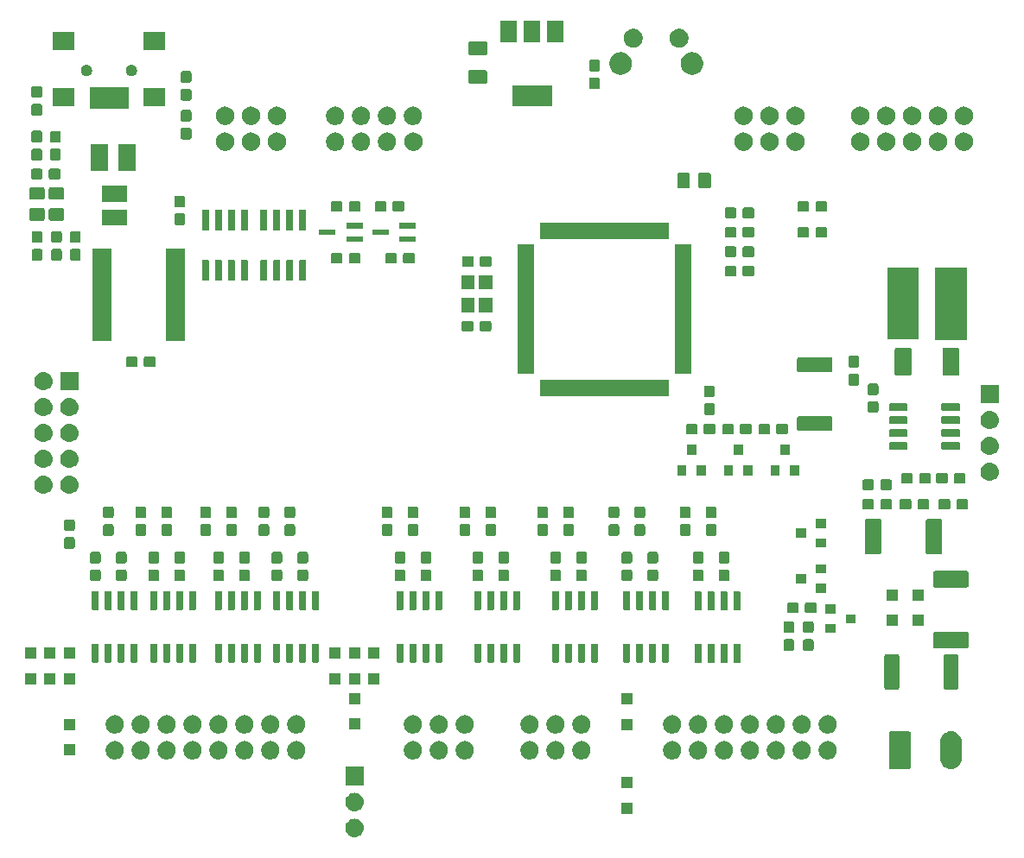
<source format=gbr>
G04 #@! TF.GenerationSoftware,KiCad,Pcbnew,(5.1.4)-1*
G04 #@! TF.CreationDate,2020-07-10T21:54:52+02:00*
G04 #@! TF.ProjectId,SBIO3,5342494f-332e-46b6-9963-61645f706362,rev?*
G04 #@! TF.SameCoordinates,Original*
G04 #@! TF.FileFunction,Soldermask,Top*
G04 #@! TF.FilePolarity,Negative*
%FSLAX46Y46*%
G04 Gerber Fmt 4.6, Leading zero omitted, Abs format (unit mm)*
G04 Created by KiCad (PCBNEW (5.1.4)-1) date 2020-07-10 21:54:52*
%MOMM*%
%LPD*%
G04 APERTURE LIST*
%ADD10C,0.100000*%
G04 APERTURE END LIST*
D10*
G36*
X108060442Y-127375518D02*
G01*
X108126627Y-127382037D01*
X108296466Y-127433557D01*
X108452991Y-127517222D01*
X108488729Y-127546552D01*
X108590186Y-127629814D01*
X108673448Y-127731271D01*
X108702778Y-127767009D01*
X108786443Y-127923534D01*
X108837963Y-128093373D01*
X108855359Y-128270000D01*
X108837963Y-128446627D01*
X108786443Y-128616466D01*
X108702778Y-128772991D01*
X108673448Y-128808729D01*
X108590186Y-128910186D01*
X108488729Y-128993448D01*
X108452991Y-129022778D01*
X108296466Y-129106443D01*
X108126627Y-129157963D01*
X108060442Y-129164482D01*
X107994260Y-129171000D01*
X107905740Y-129171000D01*
X107839558Y-129164482D01*
X107773373Y-129157963D01*
X107603534Y-129106443D01*
X107447009Y-129022778D01*
X107411271Y-128993448D01*
X107309814Y-128910186D01*
X107226552Y-128808729D01*
X107197222Y-128772991D01*
X107113557Y-128616466D01*
X107062037Y-128446627D01*
X107044641Y-128270000D01*
X107062037Y-128093373D01*
X107113557Y-127923534D01*
X107197222Y-127767009D01*
X107226552Y-127731271D01*
X107309814Y-127629814D01*
X107411271Y-127546552D01*
X107447009Y-127517222D01*
X107603534Y-127433557D01*
X107773373Y-127382037D01*
X107839558Y-127375518D01*
X107905740Y-127369000D01*
X107994260Y-127369000D01*
X108060442Y-127375518D01*
X108060442Y-127375518D01*
G37*
G36*
X135171000Y-126876000D02*
G01*
X134069000Y-126876000D01*
X134069000Y-125774000D01*
X135171000Y-125774000D01*
X135171000Y-126876000D01*
X135171000Y-126876000D01*
G37*
G36*
X108060443Y-124835519D02*
G01*
X108126627Y-124842037D01*
X108296466Y-124893557D01*
X108452991Y-124977222D01*
X108488729Y-125006552D01*
X108590186Y-125089814D01*
X108673448Y-125191271D01*
X108702778Y-125227009D01*
X108786443Y-125383534D01*
X108837963Y-125553373D01*
X108855359Y-125730000D01*
X108837963Y-125906627D01*
X108786443Y-126076466D01*
X108702778Y-126232991D01*
X108673448Y-126268729D01*
X108590186Y-126370186D01*
X108488729Y-126453448D01*
X108452991Y-126482778D01*
X108296466Y-126566443D01*
X108126627Y-126617963D01*
X108060442Y-126624482D01*
X107994260Y-126631000D01*
X107905740Y-126631000D01*
X107839558Y-126624482D01*
X107773373Y-126617963D01*
X107603534Y-126566443D01*
X107447009Y-126482778D01*
X107411271Y-126453448D01*
X107309814Y-126370186D01*
X107226552Y-126268729D01*
X107197222Y-126232991D01*
X107113557Y-126076466D01*
X107062037Y-125906627D01*
X107044641Y-125730000D01*
X107062037Y-125553373D01*
X107113557Y-125383534D01*
X107197222Y-125227009D01*
X107226552Y-125191271D01*
X107309814Y-125089814D01*
X107411271Y-125006552D01*
X107447009Y-124977222D01*
X107603534Y-124893557D01*
X107773373Y-124842037D01*
X107839557Y-124835519D01*
X107905740Y-124829000D01*
X107994260Y-124829000D01*
X108060443Y-124835519D01*
X108060443Y-124835519D01*
G37*
G36*
X135171000Y-124376000D02*
G01*
X134069000Y-124376000D01*
X134069000Y-123274000D01*
X135171000Y-123274000D01*
X135171000Y-124376000D01*
X135171000Y-124376000D01*
G37*
G36*
X108851000Y-124091000D02*
G01*
X107049000Y-124091000D01*
X107049000Y-122289000D01*
X108851000Y-122289000D01*
X108851000Y-124091000D01*
X108851000Y-124091000D01*
G37*
G36*
X166576031Y-118814207D02*
G01*
X166774145Y-118874305D01*
X166774148Y-118874306D01*
X166828872Y-118903557D01*
X166956729Y-118971897D01*
X167116765Y-119103235D01*
X167248103Y-119263271D01*
X167248104Y-119263273D01*
X167345694Y-119445851D01*
X167345694Y-119445852D01*
X167345695Y-119445854D01*
X167405793Y-119643968D01*
X167421000Y-119798370D01*
X167421000Y-121501630D01*
X167405793Y-121656032D01*
X167345695Y-121854146D01*
X167345694Y-121854149D01*
X167293939Y-121950975D01*
X167248103Y-122036729D01*
X167116765Y-122196765D01*
X166956729Y-122328103D01*
X166887976Y-122364852D01*
X166774149Y-122425694D01*
X166774146Y-122425695D01*
X166576032Y-122485793D01*
X166370000Y-122506085D01*
X166163969Y-122485793D01*
X165965855Y-122425695D01*
X165965852Y-122425694D01*
X165852025Y-122364852D01*
X165783272Y-122328103D01*
X165623236Y-122196765D01*
X165491898Y-122036729D01*
X165457904Y-121973130D01*
X165394305Y-121854146D01*
X165334207Y-121656033D01*
X165319000Y-121501631D01*
X165319000Y-119798370D01*
X165334207Y-119643971D01*
X165334207Y-119643969D01*
X165394305Y-119445855D01*
X165394306Y-119445852D01*
X165429521Y-119379970D01*
X165491897Y-119263271D01*
X165623235Y-119103235D01*
X165783271Y-118971897D01*
X165888270Y-118915774D01*
X165965851Y-118874306D01*
X165965854Y-118874305D01*
X166163968Y-118814207D01*
X166370000Y-118793915D01*
X166576031Y-118814207D01*
X166576031Y-118814207D01*
G37*
G36*
X162284852Y-118802840D02*
G01*
X162316443Y-118812423D01*
X162345557Y-118827985D01*
X162371074Y-118848926D01*
X162392015Y-118874443D01*
X162407577Y-118903557D01*
X162417160Y-118935148D01*
X162421000Y-118974140D01*
X162421000Y-122325860D01*
X162417160Y-122364852D01*
X162407577Y-122396443D01*
X162392015Y-122425557D01*
X162371074Y-122451074D01*
X162345557Y-122472015D01*
X162316443Y-122487577D01*
X162284852Y-122497160D01*
X162245860Y-122501000D01*
X160494140Y-122501000D01*
X160455148Y-122497160D01*
X160423557Y-122487577D01*
X160394443Y-122472015D01*
X160368926Y-122451074D01*
X160347985Y-122425557D01*
X160332423Y-122396443D01*
X160322840Y-122364852D01*
X160319000Y-122325860D01*
X160319000Y-118974140D01*
X160322840Y-118935148D01*
X160332423Y-118903557D01*
X160347985Y-118874443D01*
X160368926Y-118848926D01*
X160394443Y-118827985D01*
X160423557Y-118812423D01*
X160455148Y-118802840D01*
X160494140Y-118799000D01*
X162245860Y-118799000D01*
X162284852Y-118802840D01*
X162284852Y-118802840D01*
G37*
G36*
X149338512Y-119753927D02*
G01*
X149487812Y-119783624D01*
X149651784Y-119851544D01*
X149799354Y-119950147D01*
X149924853Y-120075646D01*
X150023456Y-120223216D01*
X150091376Y-120387188D01*
X150126000Y-120561259D01*
X150126000Y-120738741D01*
X150091376Y-120912812D01*
X150023456Y-121076784D01*
X149924853Y-121224354D01*
X149799354Y-121349853D01*
X149651784Y-121448456D01*
X149487812Y-121516376D01*
X149338512Y-121546073D01*
X149313742Y-121551000D01*
X149136258Y-121551000D01*
X149111488Y-121546073D01*
X148962188Y-121516376D01*
X148798216Y-121448456D01*
X148650646Y-121349853D01*
X148525147Y-121224354D01*
X148426544Y-121076784D01*
X148358624Y-120912812D01*
X148324000Y-120738741D01*
X148324000Y-120561259D01*
X148358624Y-120387188D01*
X148426544Y-120223216D01*
X148525147Y-120075646D01*
X148650646Y-119950147D01*
X148798216Y-119851544D01*
X148962188Y-119783624D01*
X149111488Y-119753927D01*
X149136258Y-119749000D01*
X149313742Y-119749000D01*
X149338512Y-119753927D01*
X149338512Y-119753927D01*
G37*
G36*
X97268512Y-119753927D02*
G01*
X97417812Y-119783624D01*
X97581784Y-119851544D01*
X97729354Y-119950147D01*
X97854853Y-120075646D01*
X97953456Y-120223216D01*
X98021376Y-120387188D01*
X98056000Y-120561259D01*
X98056000Y-120738741D01*
X98021376Y-120912812D01*
X97953456Y-121076784D01*
X97854853Y-121224354D01*
X97729354Y-121349853D01*
X97581784Y-121448456D01*
X97417812Y-121516376D01*
X97268512Y-121546073D01*
X97243742Y-121551000D01*
X97066258Y-121551000D01*
X97041488Y-121546073D01*
X96892188Y-121516376D01*
X96728216Y-121448456D01*
X96580646Y-121349853D01*
X96455147Y-121224354D01*
X96356544Y-121076784D01*
X96288624Y-120912812D01*
X96254000Y-120738741D01*
X96254000Y-120561259D01*
X96288624Y-120387188D01*
X96356544Y-120223216D01*
X96455147Y-120075646D01*
X96580646Y-119950147D01*
X96728216Y-119851544D01*
X96892188Y-119783624D01*
X97041488Y-119753927D01*
X97066258Y-119749000D01*
X97243742Y-119749000D01*
X97268512Y-119753927D01*
X97268512Y-119753927D01*
G37*
G36*
X102348512Y-119753927D02*
G01*
X102497812Y-119783624D01*
X102661784Y-119851544D01*
X102809354Y-119950147D01*
X102934853Y-120075646D01*
X103033456Y-120223216D01*
X103101376Y-120387188D01*
X103136000Y-120561259D01*
X103136000Y-120738741D01*
X103101376Y-120912812D01*
X103033456Y-121076784D01*
X102934853Y-121224354D01*
X102809354Y-121349853D01*
X102661784Y-121448456D01*
X102497812Y-121516376D01*
X102348512Y-121546073D01*
X102323742Y-121551000D01*
X102146258Y-121551000D01*
X102121488Y-121546073D01*
X101972188Y-121516376D01*
X101808216Y-121448456D01*
X101660646Y-121349853D01*
X101535147Y-121224354D01*
X101436544Y-121076784D01*
X101368624Y-120912812D01*
X101334000Y-120738741D01*
X101334000Y-120561259D01*
X101368624Y-120387188D01*
X101436544Y-120223216D01*
X101535147Y-120075646D01*
X101660646Y-119950147D01*
X101808216Y-119851544D01*
X101972188Y-119783624D01*
X102121488Y-119753927D01*
X102146258Y-119749000D01*
X102323742Y-119749000D01*
X102348512Y-119753927D01*
X102348512Y-119753927D01*
G37*
G36*
X99808512Y-119753927D02*
G01*
X99957812Y-119783624D01*
X100121784Y-119851544D01*
X100269354Y-119950147D01*
X100394853Y-120075646D01*
X100493456Y-120223216D01*
X100561376Y-120387188D01*
X100596000Y-120561259D01*
X100596000Y-120738741D01*
X100561376Y-120912812D01*
X100493456Y-121076784D01*
X100394853Y-121224354D01*
X100269354Y-121349853D01*
X100121784Y-121448456D01*
X99957812Y-121516376D01*
X99808512Y-121546073D01*
X99783742Y-121551000D01*
X99606258Y-121551000D01*
X99581488Y-121546073D01*
X99432188Y-121516376D01*
X99268216Y-121448456D01*
X99120646Y-121349853D01*
X98995147Y-121224354D01*
X98896544Y-121076784D01*
X98828624Y-120912812D01*
X98794000Y-120738741D01*
X98794000Y-120561259D01*
X98828624Y-120387188D01*
X98896544Y-120223216D01*
X98995147Y-120075646D01*
X99120646Y-119950147D01*
X99268216Y-119851544D01*
X99432188Y-119783624D01*
X99581488Y-119753927D01*
X99606258Y-119749000D01*
X99783742Y-119749000D01*
X99808512Y-119753927D01*
X99808512Y-119753927D01*
G37*
G36*
X154418512Y-119753927D02*
G01*
X154567812Y-119783624D01*
X154731784Y-119851544D01*
X154879354Y-119950147D01*
X155004853Y-120075646D01*
X155103456Y-120223216D01*
X155171376Y-120387188D01*
X155206000Y-120561259D01*
X155206000Y-120738741D01*
X155171376Y-120912812D01*
X155103456Y-121076784D01*
X155004853Y-121224354D01*
X154879354Y-121349853D01*
X154731784Y-121448456D01*
X154567812Y-121516376D01*
X154418512Y-121546073D01*
X154393742Y-121551000D01*
X154216258Y-121551000D01*
X154191488Y-121546073D01*
X154042188Y-121516376D01*
X153878216Y-121448456D01*
X153730646Y-121349853D01*
X153605147Y-121224354D01*
X153506544Y-121076784D01*
X153438624Y-120912812D01*
X153404000Y-120738741D01*
X153404000Y-120561259D01*
X153438624Y-120387188D01*
X153506544Y-120223216D01*
X153605147Y-120075646D01*
X153730646Y-119950147D01*
X153878216Y-119851544D01*
X154042188Y-119783624D01*
X154191488Y-119753927D01*
X154216258Y-119749000D01*
X154393742Y-119749000D01*
X154418512Y-119753927D01*
X154418512Y-119753927D01*
G37*
G36*
X151878512Y-119753927D02*
G01*
X152027812Y-119783624D01*
X152191784Y-119851544D01*
X152339354Y-119950147D01*
X152464853Y-120075646D01*
X152563456Y-120223216D01*
X152631376Y-120387188D01*
X152666000Y-120561259D01*
X152666000Y-120738741D01*
X152631376Y-120912812D01*
X152563456Y-121076784D01*
X152464853Y-121224354D01*
X152339354Y-121349853D01*
X152191784Y-121448456D01*
X152027812Y-121516376D01*
X151878512Y-121546073D01*
X151853742Y-121551000D01*
X151676258Y-121551000D01*
X151651488Y-121546073D01*
X151502188Y-121516376D01*
X151338216Y-121448456D01*
X151190646Y-121349853D01*
X151065147Y-121224354D01*
X150966544Y-121076784D01*
X150898624Y-120912812D01*
X150864000Y-120738741D01*
X150864000Y-120561259D01*
X150898624Y-120387188D01*
X150966544Y-120223216D01*
X151065147Y-120075646D01*
X151190646Y-119950147D01*
X151338216Y-119851544D01*
X151502188Y-119783624D01*
X151651488Y-119753927D01*
X151676258Y-119749000D01*
X151853742Y-119749000D01*
X151878512Y-119753927D01*
X151878512Y-119753927D01*
G37*
G36*
X146798512Y-119753927D02*
G01*
X146947812Y-119783624D01*
X147111784Y-119851544D01*
X147259354Y-119950147D01*
X147384853Y-120075646D01*
X147483456Y-120223216D01*
X147551376Y-120387188D01*
X147586000Y-120561259D01*
X147586000Y-120738741D01*
X147551376Y-120912812D01*
X147483456Y-121076784D01*
X147384853Y-121224354D01*
X147259354Y-121349853D01*
X147111784Y-121448456D01*
X146947812Y-121516376D01*
X146798512Y-121546073D01*
X146773742Y-121551000D01*
X146596258Y-121551000D01*
X146571488Y-121546073D01*
X146422188Y-121516376D01*
X146258216Y-121448456D01*
X146110646Y-121349853D01*
X145985147Y-121224354D01*
X145886544Y-121076784D01*
X145818624Y-120912812D01*
X145784000Y-120738741D01*
X145784000Y-120561259D01*
X145818624Y-120387188D01*
X145886544Y-120223216D01*
X145985147Y-120075646D01*
X146110646Y-119950147D01*
X146258216Y-119851544D01*
X146422188Y-119783624D01*
X146571488Y-119753927D01*
X146596258Y-119749000D01*
X146773742Y-119749000D01*
X146798512Y-119753927D01*
X146798512Y-119753927D01*
G37*
G36*
X144258512Y-119753927D02*
G01*
X144407812Y-119783624D01*
X144571784Y-119851544D01*
X144719354Y-119950147D01*
X144844853Y-120075646D01*
X144943456Y-120223216D01*
X145011376Y-120387188D01*
X145046000Y-120561259D01*
X145046000Y-120738741D01*
X145011376Y-120912812D01*
X144943456Y-121076784D01*
X144844853Y-121224354D01*
X144719354Y-121349853D01*
X144571784Y-121448456D01*
X144407812Y-121516376D01*
X144258512Y-121546073D01*
X144233742Y-121551000D01*
X144056258Y-121551000D01*
X144031488Y-121546073D01*
X143882188Y-121516376D01*
X143718216Y-121448456D01*
X143570646Y-121349853D01*
X143445147Y-121224354D01*
X143346544Y-121076784D01*
X143278624Y-120912812D01*
X143244000Y-120738741D01*
X143244000Y-120561259D01*
X143278624Y-120387188D01*
X143346544Y-120223216D01*
X143445147Y-120075646D01*
X143570646Y-119950147D01*
X143718216Y-119851544D01*
X143882188Y-119783624D01*
X144031488Y-119753927D01*
X144056258Y-119749000D01*
X144233742Y-119749000D01*
X144258512Y-119753927D01*
X144258512Y-119753927D01*
G37*
G36*
X139178512Y-119753927D02*
G01*
X139327812Y-119783624D01*
X139491784Y-119851544D01*
X139639354Y-119950147D01*
X139764853Y-120075646D01*
X139863456Y-120223216D01*
X139931376Y-120387188D01*
X139966000Y-120561259D01*
X139966000Y-120738741D01*
X139931376Y-120912812D01*
X139863456Y-121076784D01*
X139764853Y-121224354D01*
X139639354Y-121349853D01*
X139491784Y-121448456D01*
X139327812Y-121516376D01*
X139178512Y-121546073D01*
X139153742Y-121551000D01*
X138976258Y-121551000D01*
X138951488Y-121546073D01*
X138802188Y-121516376D01*
X138638216Y-121448456D01*
X138490646Y-121349853D01*
X138365147Y-121224354D01*
X138266544Y-121076784D01*
X138198624Y-120912812D01*
X138164000Y-120738741D01*
X138164000Y-120561259D01*
X138198624Y-120387188D01*
X138266544Y-120223216D01*
X138365147Y-120075646D01*
X138490646Y-119950147D01*
X138638216Y-119851544D01*
X138802188Y-119783624D01*
X138951488Y-119753927D01*
X138976258Y-119749000D01*
X139153742Y-119749000D01*
X139178512Y-119753927D01*
X139178512Y-119753927D01*
G37*
G36*
X113778512Y-119753927D02*
G01*
X113927812Y-119783624D01*
X114091784Y-119851544D01*
X114239354Y-119950147D01*
X114364853Y-120075646D01*
X114463456Y-120223216D01*
X114531376Y-120387188D01*
X114566000Y-120561259D01*
X114566000Y-120738741D01*
X114531376Y-120912812D01*
X114463456Y-121076784D01*
X114364853Y-121224354D01*
X114239354Y-121349853D01*
X114091784Y-121448456D01*
X113927812Y-121516376D01*
X113778512Y-121546073D01*
X113753742Y-121551000D01*
X113576258Y-121551000D01*
X113551488Y-121546073D01*
X113402188Y-121516376D01*
X113238216Y-121448456D01*
X113090646Y-121349853D01*
X112965147Y-121224354D01*
X112866544Y-121076784D01*
X112798624Y-120912812D01*
X112764000Y-120738741D01*
X112764000Y-120561259D01*
X112798624Y-120387188D01*
X112866544Y-120223216D01*
X112965147Y-120075646D01*
X113090646Y-119950147D01*
X113238216Y-119851544D01*
X113402188Y-119783624D01*
X113551488Y-119753927D01*
X113576258Y-119749000D01*
X113753742Y-119749000D01*
X113778512Y-119753927D01*
X113778512Y-119753927D01*
G37*
G36*
X118858512Y-119753927D02*
G01*
X119007812Y-119783624D01*
X119171784Y-119851544D01*
X119319354Y-119950147D01*
X119444853Y-120075646D01*
X119543456Y-120223216D01*
X119611376Y-120387188D01*
X119646000Y-120561259D01*
X119646000Y-120738741D01*
X119611376Y-120912812D01*
X119543456Y-121076784D01*
X119444853Y-121224354D01*
X119319354Y-121349853D01*
X119171784Y-121448456D01*
X119007812Y-121516376D01*
X118858512Y-121546073D01*
X118833742Y-121551000D01*
X118656258Y-121551000D01*
X118631488Y-121546073D01*
X118482188Y-121516376D01*
X118318216Y-121448456D01*
X118170646Y-121349853D01*
X118045147Y-121224354D01*
X117946544Y-121076784D01*
X117878624Y-120912812D01*
X117844000Y-120738741D01*
X117844000Y-120561259D01*
X117878624Y-120387188D01*
X117946544Y-120223216D01*
X118045147Y-120075646D01*
X118170646Y-119950147D01*
X118318216Y-119851544D01*
X118482188Y-119783624D01*
X118631488Y-119753927D01*
X118656258Y-119749000D01*
X118833742Y-119749000D01*
X118858512Y-119753927D01*
X118858512Y-119753927D01*
G37*
G36*
X125208512Y-119753927D02*
G01*
X125357812Y-119783624D01*
X125521784Y-119851544D01*
X125669354Y-119950147D01*
X125794853Y-120075646D01*
X125893456Y-120223216D01*
X125961376Y-120387188D01*
X125996000Y-120561259D01*
X125996000Y-120738741D01*
X125961376Y-120912812D01*
X125893456Y-121076784D01*
X125794853Y-121224354D01*
X125669354Y-121349853D01*
X125521784Y-121448456D01*
X125357812Y-121516376D01*
X125208512Y-121546073D01*
X125183742Y-121551000D01*
X125006258Y-121551000D01*
X124981488Y-121546073D01*
X124832188Y-121516376D01*
X124668216Y-121448456D01*
X124520646Y-121349853D01*
X124395147Y-121224354D01*
X124296544Y-121076784D01*
X124228624Y-120912812D01*
X124194000Y-120738741D01*
X124194000Y-120561259D01*
X124228624Y-120387188D01*
X124296544Y-120223216D01*
X124395147Y-120075646D01*
X124520646Y-119950147D01*
X124668216Y-119851544D01*
X124832188Y-119783624D01*
X124981488Y-119753927D01*
X125006258Y-119749000D01*
X125183742Y-119749000D01*
X125208512Y-119753927D01*
X125208512Y-119753927D01*
G37*
G36*
X127748512Y-119753927D02*
G01*
X127897812Y-119783624D01*
X128061784Y-119851544D01*
X128209354Y-119950147D01*
X128334853Y-120075646D01*
X128433456Y-120223216D01*
X128501376Y-120387188D01*
X128536000Y-120561259D01*
X128536000Y-120738741D01*
X128501376Y-120912812D01*
X128433456Y-121076784D01*
X128334853Y-121224354D01*
X128209354Y-121349853D01*
X128061784Y-121448456D01*
X127897812Y-121516376D01*
X127748512Y-121546073D01*
X127723742Y-121551000D01*
X127546258Y-121551000D01*
X127521488Y-121546073D01*
X127372188Y-121516376D01*
X127208216Y-121448456D01*
X127060646Y-121349853D01*
X126935147Y-121224354D01*
X126836544Y-121076784D01*
X126768624Y-120912812D01*
X126734000Y-120738741D01*
X126734000Y-120561259D01*
X126768624Y-120387188D01*
X126836544Y-120223216D01*
X126935147Y-120075646D01*
X127060646Y-119950147D01*
X127208216Y-119851544D01*
X127372188Y-119783624D01*
X127521488Y-119753927D01*
X127546258Y-119749000D01*
X127723742Y-119749000D01*
X127748512Y-119753927D01*
X127748512Y-119753927D01*
G37*
G36*
X130288512Y-119753927D02*
G01*
X130437812Y-119783624D01*
X130601784Y-119851544D01*
X130749354Y-119950147D01*
X130874853Y-120075646D01*
X130973456Y-120223216D01*
X131041376Y-120387188D01*
X131076000Y-120561259D01*
X131076000Y-120738741D01*
X131041376Y-120912812D01*
X130973456Y-121076784D01*
X130874853Y-121224354D01*
X130749354Y-121349853D01*
X130601784Y-121448456D01*
X130437812Y-121516376D01*
X130288512Y-121546073D01*
X130263742Y-121551000D01*
X130086258Y-121551000D01*
X130061488Y-121546073D01*
X129912188Y-121516376D01*
X129748216Y-121448456D01*
X129600646Y-121349853D01*
X129475147Y-121224354D01*
X129376544Y-121076784D01*
X129308624Y-120912812D01*
X129274000Y-120738741D01*
X129274000Y-120561259D01*
X129308624Y-120387188D01*
X129376544Y-120223216D01*
X129475147Y-120075646D01*
X129600646Y-119950147D01*
X129748216Y-119851544D01*
X129912188Y-119783624D01*
X130061488Y-119753927D01*
X130086258Y-119749000D01*
X130263742Y-119749000D01*
X130288512Y-119753927D01*
X130288512Y-119753927D01*
G37*
G36*
X141718512Y-119753927D02*
G01*
X141867812Y-119783624D01*
X142031784Y-119851544D01*
X142179354Y-119950147D01*
X142304853Y-120075646D01*
X142403456Y-120223216D01*
X142471376Y-120387188D01*
X142506000Y-120561259D01*
X142506000Y-120738741D01*
X142471376Y-120912812D01*
X142403456Y-121076784D01*
X142304853Y-121224354D01*
X142179354Y-121349853D01*
X142031784Y-121448456D01*
X141867812Y-121516376D01*
X141718512Y-121546073D01*
X141693742Y-121551000D01*
X141516258Y-121551000D01*
X141491488Y-121546073D01*
X141342188Y-121516376D01*
X141178216Y-121448456D01*
X141030646Y-121349853D01*
X140905147Y-121224354D01*
X140806544Y-121076784D01*
X140738624Y-120912812D01*
X140704000Y-120738741D01*
X140704000Y-120561259D01*
X140738624Y-120387188D01*
X140806544Y-120223216D01*
X140905147Y-120075646D01*
X141030646Y-119950147D01*
X141178216Y-119851544D01*
X141342188Y-119783624D01*
X141491488Y-119753927D01*
X141516258Y-119749000D01*
X141693742Y-119749000D01*
X141718512Y-119753927D01*
X141718512Y-119753927D01*
G37*
G36*
X84568512Y-119753927D02*
G01*
X84717812Y-119783624D01*
X84881784Y-119851544D01*
X85029354Y-119950147D01*
X85154853Y-120075646D01*
X85253456Y-120223216D01*
X85321376Y-120387188D01*
X85356000Y-120561259D01*
X85356000Y-120738741D01*
X85321376Y-120912812D01*
X85253456Y-121076784D01*
X85154853Y-121224354D01*
X85029354Y-121349853D01*
X84881784Y-121448456D01*
X84717812Y-121516376D01*
X84568512Y-121546073D01*
X84543742Y-121551000D01*
X84366258Y-121551000D01*
X84341488Y-121546073D01*
X84192188Y-121516376D01*
X84028216Y-121448456D01*
X83880646Y-121349853D01*
X83755147Y-121224354D01*
X83656544Y-121076784D01*
X83588624Y-120912812D01*
X83554000Y-120738741D01*
X83554000Y-120561259D01*
X83588624Y-120387188D01*
X83656544Y-120223216D01*
X83755147Y-120075646D01*
X83880646Y-119950147D01*
X84028216Y-119851544D01*
X84192188Y-119783624D01*
X84341488Y-119753927D01*
X84366258Y-119749000D01*
X84543742Y-119749000D01*
X84568512Y-119753927D01*
X84568512Y-119753927D01*
G37*
G36*
X87108512Y-119753927D02*
G01*
X87257812Y-119783624D01*
X87421784Y-119851544D01*
X87569354Y-119950147D01*
X87694853Y-120075646D01*
X87793456Y-120223216D01*
X87861376Y-120387188D01*
X87896000Y-120561259D01*
X87896000Y-120738741D01*
X87861376Y-120912812D01*
X87793456Y-121076784D01*
X87694853Y-121224354D01*
X87569354Y-121349853D01*
X87421784Y-121448456D01*
X87257812Y-121516376D01*
X87108512Y-121546073D01*
X87083742Y-121551000D01*
X86906258Y-121551000D01*
X86881488Y-121546073D01*
X86732188Y-121516376D01*
X86568216Y-121448456D01*
X86420646Y-121349853D01*
X86295147Y-121224354D01*
X86196544Y-121076784D01*
X86128624Y-120912812D01*
X86094000Y-120738741D01*
X86094000Y-120561259D01*
X86128624Y-120387188D01*
X86196544Y-120223216D01*
X86295147Y-120075646D01*
X86420646Y-119950147D01*
X86568216Y-119851544D01*
X86732188Y-119783624D01*
X86881488Y-119753927D01*
X86906258Y-119749000D01*
X87083742Y-119749000D01*
X87108512Y-119753927D01*
X87108512Y-119753927D01*
G37*
G36*
X89648512Y-119753927D02*
G01*
X89797812Y-119783624D01*
X89961784Y-119851544D01*
X90109354Y-119950147D01*
X90234853Y-120075646D01*
X90333456Y-120223216D01*
X90401376Y-120387188D01*
X90436000Y-120561259D01*
X90436000Y-120738741D01*
X90401376Y-120912812D01*
X90333456Y-121076784D01*
X90234853Y-121224354D01*
X90109354Y-121349853D01*
X89961784Y-121448456D01*
X89797812Y-121516376D01*
X89648512Y-121546073D01*
X89623742Y-121551000D01*
X89446258Y-121551000D01*
X89421488Y-121546073D01*
X89272188Y-121516376D01*
X89108216Y-121448456D01*
X88960646Y-121349853D01*
X88835147Y-121224354D01*
X88736544Y-121076784D01*
X88668624Y-120912812D01*
X88634000Y-120738741D01*
X88634000Y-120561259D01*
X88668624Y-120387188D01*
X88736544Y-120223216D01*
X88835147Y-120075646D01*
X88960646Y-119950147D01*
X89108216Y-119851544D01*
X89272188Y-119783624D01*
X89421488Y-119753927D01*
X89446258Y-119749000D01*
X89623742Y-119749000D01*
X89648512Y-119753927D01*
X89648512Y-119753927D01*
G37*
G36*
X92188512Y-119753927D02*
G01*
X92337812Y-119783624D01*
X92501784Y-119851544D01*
X92649354Y-119950147D01*
X92774853Y-120075646D01*
X92873456Y-120223216D01*
X92941376Y-120387188D01*
X92976000Y-120561259D01*
X92976000Y-120738741D01*
X92941376Y-120912812D01*
X92873456Y-121076784D01*
X92774853Y-121224354D01*
X92649354Y-121349853D01*
X92501784Y-121448456D01*
X92337812Y-121516376D01*
X92188512Y-121546073D01*
X92163742Y-121551000D01*
X91986258Y-121551000D01*
X91961488Y-121546073D01*
X91812188Y-121516376D01*
X91648216Y-121448456D01*
X91500646Y-121349853D01*
X91375147Y-121224354D01*
X91276544Y-121076784D01*
X91208624Y-120912812D01*
X91174000Y-120738741D01*
X91174000Y-120561259D01*
X91208624Y-120387188D01*
X91276544Y-120223216D01*
X91375147Y-120075646D01*
X91500646Y-119950147D01*
X91648216Y-119851544D01*
X91812188Y-119783624D01*
X91961488Y-119753927D01*
X91986258Y-119749000D01*
X92163742Y-119749000D01*
X92188512Y-119753927D01*
X92188512Y-119753927D01*
G37*
G36*
X94728512Y-119753927D02*
G01*
X94877812Y-119783624D01*
X95041784Y-119851544D01*
X95189354Y-119950147D01*
X95314853Y-120075646D01*
X95413456Y-120223216D01*
X95481376Y-120387188D01*
X95516000Y-120561259D01*
X95516000Y-120738741D01*
X95481376Y-120912812D01*
X95413456Y-121076784D01*
X95314853Y-121224354D01*
X95189354Y-121349853D01*
X95041784Y-121448456D01*
X94877812Y-121516376D01*
X94728512Y-121546073D01*
X94703742Y-121551000D01*
X94526258Y-121551000D01*
X94501488Y-121546073D01*
X94352188Y-121516376D01*
X94188216Y-121448456D01*
X94040646Y-121349853D01*
X93915147Y-121224354D01*
X93816544Y-121076784D01*
X93748624Y-120912812D01*
X93714000Y-120738741D01*
X93714000Y-120561259D01*
X93748624Y-120387188D01*
X93816544Y-120223216D01*
X93915147Y-120075646D01*
X94040646Y-119950147D01*
X94188216Y-119851544D01*
X94352188Y-119783624D01*
X94501488Y-119753927D01*
X94526258Y-119749000D01*
X94703742Y-119749000D01*
X94728512Y-119753927D01*
X94728512Y-119753927D01*
G37*
G36*
X116318512Y-119753927D02*
G01*
X116467812Y-119783624D01*
X116631784Y-119851544D01*
X116779354Y-119950147D01*
X116904853Y-120075646D01*
X117003456Y-120223216D01*
X117071376Y-120387188D01*
X117106000Y-120561259D01*
X117106000Y-120738741D01*
X117071376Y-120912812D01*
X117003456Y-121076784D01*
X116904853Y-121224354D01*
X116779354Y-121349853D01*
X116631784Y-121448456D01*
X116467812Y-121516376D01*
X116318512Y-121546073D01*
X116293742Y-121551000D01*
X116116258Y-121551000D01*
X116091488Y-121546073D01*
X115942188Y-121516376D01*
X115778216Y-121448456D01*
X115630646Y-121349853D01*
X115505147Y-121224354D01*
X115406544Y-121076784D01*
X115338624Y-120912812D01*
X115304000Y-120738741D01*
X115304000Y-120561259D01*
X115338624Y-120387188D01*
X115406544Y-120223216D01*
X115505147Y-120075646D01*
X115630646Y-119950147D01*
X115778216Y-119851544D01*
X115942188Y-119783624D01*
X116091488Y-119753927D01*
X116116258Y-119749000D01*
X116293742Y-119749000D01*
X116318512Y-119753927D01*
X116318512Y-119753927D01*
G37*
G36*
X80561000Y-121161000D02*
G01*
X79459000Y-121161000D01*
X79459000Y-120059000D01*
X80561000Y-120059000D01*
X80561000Y-121161000D01*
X80561000Y-121161000D01*
G37*
G36*
X87108512Y-117213927D02*
G01*
X87257812Y-117243624D01*
X87421784Y-117311544D01*
X87569354Y-117410147D01*
X87694853Y-117535646D01*
X87793456Y-117683216D01*
X87861376Y-117847188D01*
X87896000Y-118021259D01*
X87896000Y-118198741D01*
X87861376Y-118372812D01*
X87793456Y-118536784D01*
X87694853Y-118684354D01*
X87569354Y-118809853D01*
X87421784Y-118908456D01*
X87257812Y-118976376D01*
X87108512Y-119006073D01*
X87083742Y-119011000D01*
X86906258Y-119011000D01*
X86881488Y-119006073D01*
X86732188Y-118976376D01*
X86568216Y-118908456D01*
X86420646Y-118809853D01*
X86295147Y-118684354D01*
X86196544Y-118536784D01*
X86128624Y-118372812D01*
X86094000Y-118198741D01*
X86094000Y-118021259D01*
X86128624Y-117847188D01*
X86196544Y-117683216D01*
X86295147Y-117535646D01*
X86420646Y-117410147D01*
X86568216Y-117311544D01*
X86732188Y-117243624D01*
X86881488Y-117213927D01*
X86906258Y-117209000D01*
X87083742Y-117209000D01*
X87108512Y-117213927D01*
X87108512Y-117213927D01*
G37*
G36*
X118858512Y-117213927D02*
G01*
X119007812Y-117243624D01*
X119171784Y-117311544D01*
X119319354Y-117410147D01*
X119444853Y-117535646D01*
X119543456Y-117683216D01*
X119611376Y-117847188D01*
X119646000Y-118021259D01*
X119646000Y-118198741D01*
X119611376Y-118372812D01*
X119543456Y-118536784D01*
X119444853Y-118684354D01*
X119319354Y-118809853D01*
X119171784Y-118908456D01*
X119007812Y-118976376D01*
X118858512Y-119006073D01*
X118833742Y-119011000D01*
X118656258Y-119011000D01*
X118631488Y-119006073D01*
X118482188Y-118976376D01*
X118318216Y-118908456D01*
X118170646Y-118809853D01*
X118045147Y-118684354D01*
X117946544Y-118536784D01*
X117878624Y-118372812D01*
X117844000Y-118198741D01*
X117844000Y-118021259D01*
X117878624Y-117847188D01*
X117946544Y-117683216D01*
X118045147Y-117535646D01*
X118170646Y-117410147D01*
X118318216Y-117311544D01*
X118482188Y-117243624D01*
X118631488Y-117213927D01*
X118656258Y-117209000D01*
X118833742Y-117209000D01*
X118858512Y-117213927D01*
X118858512Y-117213927D01*
G37*
G36*
X116318512Y-117213927D02*
G01*
X116467812Y-117243624D01*
X116631784Y-117311544D01*
X116779354Y-117410147D01*
X116904853Y-117535646D01*
X117003456Y-117683216D01*
X117071376Y-117847188D01*
X117106000Y-118021259D01*
X117106000Y-118198741D01*
X117071376Y-118372812D01*
X117003456Y-118536784D01*
X116904853Y-118684354D01*
X116779354Y-118809853D01*
X116631784Y-118908456D01*
X116467812Y-118976376D01*
X116318512Y-119006073D01*
X116293742Y-119011000D01*
X116116258Y-119011000D01*
X116091488Y-119006073D01*
X115942188Y-118976376D01*
X115778216Y-118908456D01*
X115630646Y-118809853D01*
X115505147Y-118684354D01*
X115406544Y-118536784D01*
X115338624Y-118372812D01*
X115304000Y-118198741D01*
X115304000Y-118021259D01*
X115338624Y-117847188D01*
X115406544Y-117683216D01*
X115505147Y-117535646D01*
X115630646Y-117410147D01*
X115778216Y-117311544D01*
X115942188Y-117243624D01*
X116091488Y-117213927D01*
X116116258Y-117209000D01*
X116293742Y-117209000D01*
X116318512Y-117213927D01*
X116318512Y-117213927D01*
G37*
G36*
X113778512Y-117213927D02*
G01*
X113927812Y-117243624D01*
X114091784Y-117311544D01*
X114239354Y-117410147D01*
X114364853Y-117535646D01*
X114463456Y-117683216D01*
X114531376Y-117847188D01*
X114566000Y-118021259D01*
X114566000Y-118198741D01*
X114531376Y-118372812D01*
X114463456Y-118536784D01*
X114364853Y-118684354D01*
X114239354Y-118809853D01*
X114091784Y-118908456D01*
X113927812Y-118976376D01*
X113778512Y-119006073D01*
X113753742Y-119011000D01*
X113576258Y-119011000D01*
X113551488Y-119006073D01*
X113402188Y-118976376D01*
X113238216Y-118908456D01*
X113090646Y-118809853D01*
X112965147Y-118684354D01*
X112866544Y-118536784D01*
X112798624Y-118372812D01*
X112764000Y-118198741D01*
X112764000Y-118021259D01*
X112798624Y-117847188D01*
X112866544Y-117683216D01*
X112965147Y-117535646D01*
X113090646Y-117410147D01*
X113238216Y-117311544D01*
X113402188Y-117243624D01*
X113551488Y-117213927D01*
X113576258Y-117209000D01*
X113753742Y-117209000D01*
X113778512Y-117213927D01*
X113778512Y-117213927D01*
G37*
G36*
X99808512Y-117213927D02*
G01*
X99957812Y-117243624D01*
X100121784Y-117311544D01*
X100269354Y-117410147D01*
X100394853Y-117535646D01*
X100493456Y-117683216D01*
X100561376Y-117847188D01*
X100596000Y-118021259D01*
X100596000Y-118198741D01*
X100561376Y-118372812D01*
X100493456Y-118536784D01*
X100394853Y-118684354D01*
X100269354Y-118809853D01*
X100121784Y-118908456D01*
X99957812Y-118976376D01*
X99808512Y-119006073D01*
X99783742Y-119011000D01*
X99606258Y-119011000D01*
X99581488Y-119006073D01*
X99432188Y-118976376D01*
X99268216Y-118908456D01*
X99120646Y-118809853D01*
X98995147Y-118684354D01*
X98896544Y-118536784D01*
X98828624Y-118372812D01*
X98794000Y-118198741D01*
X98794000Y-118021259D01*
X98828624Y-117847188D01*
X98896544Y-117683216D01*
X98995147Y-117535646D01*
X99120646Y-117410147D01*
X99268216Y-117311544D01*
X99432188Y-117243624D01*
X99581488Y-117213927D01*
X99606258Y-117209000D01*
X99783742Y-117209000D01*
X99808512Y-117213927D01*
X99808512Y-117213927D01*
G37*
G36*
X125208512Y-117213927D02*
G01*
X125357812Y-117243624D01*
X125521784Y-117311544D01*
X125669354Y-117410147D01*
X125794853Y-117535646D01*
X125893456Y-117683216D01*
X125961376Y-117847188D01*
X125996000Y-118021259D01*
X125996000Y-118198741D01*
X125961376Y-118372812D01*
X125893456Y-118536784D01*
X125794853Y-118684354D01*
X125669354Y-118809853D01*
X125521784Y-118908456D01*
X125357812Y-118976376D01*
X125208512Y-119006073D01*
X125183742Y-119011000D01*
X125006258Y-119011000D01*
X124981488Y-119006073D01*
X124832188Y-118976376D01*
X124668216Y-118908456D01*
X124520646Y-118809853D01*
X124395147Y-118684354D01*
X124296544Y-118536784D01*
X124228624Y-118372812D01*
X124194000Y-118198741D01*
X124194000Y-118021259D01*
X124228624Y-117847188D01*
X124296544Y-117683216D01*
X124395147Y-117535646D01*
X124520646Y-117410147D01*
X124668216Y-117311544D01*
X124832188Y-117243624D01*
X124981488Y-117213927D01*
X125006258Y-117209000D01*
X125183742Y-117209000D01*
X125208512Y-117213927D01*
X125208512Y-117213927D01*
G37*
G36*
X127748512Y-117213927D02*
G01*
X127897812Y-117243624D01*
X128061784Y-117311544D01*
X128209354Y-117410147D01*
X128334853Y-117535646D01*
X128433456Y-117683216D01*
X128501376Y-117847188D01*
X128536000Y-118021259D01*
X128536000Y-118198741D01*
X128501376Y-118372812D01*
X128433456Y-118536784D01*
X128334853Y-118684354D01*
X128209354Y-118809853D01*
X128061784Y-118908456D01*
X127897812Y-118976376D01*
X127748512Y-119006073D01*
X127723742Y-119011000D01*
X127546258Y-119011000D01*
X127521488Y-119006073D01*
X127372188Y-118976376D01*
X127208216Y-118908456D01*
X127060646Y-118809853D01*
X126935147Y-118684354D01*
X126836544Y-118536784D01*
X126768624Y-118372812D01*
X126734000Y-118198741D01*
X126734000Y-118021259D01*
X126768624Y-117847188D01*
X126836544Y-117683216D01*
X126935147Y-117535646D01*
X127060646Y-117410147D01*
X127208216Y-117311544D01*
X127372188Y-117243624D01*
X127521488Y-117213927D01*
X127546258Y-117209000D01*
X127723742Y-117209000D01*
X127748512Y-117213927D01*
X127748512Y-117213927D01*
G37*
G36*
X130288512Y-117213927D02*
G01*
X130437812Y-117243624D01*
X130601784Y-117311544D01*
X130749354Y-117410147D01*
X130874853Y-117535646D01*
X130973456Y-117683216D01*
X131041376Y-117847188D01*
X131076000Y-118021259D01*
X131076000Y-118198741D01*
X131041376Y-118372812D01*
X130973456Y-118536784D01*
X130874853Y-118684354D01*
X130749354Y-118809853D01*
X130601784Y-118908456D01*
X130437812Y-118976376D01*
X130288512Y-119006073D01*
X130263742Y-119011000D01*
X130086258Y-119011000D01*
X130061488Y-119006073D01*
X129912188Y-118976376D01*
X129748216Y-118908456D01*
X129600646Y-118809853D01*
X129475147Y-118684354D01*
X129376544Y-118536784D01*
X129308624Y-118372812D01*
X129274000Y-118198741D01*
X129274000Y-118021259D01*
X129308624Y-117847188D01*
X129376544Y-117683216D01*
X129475147Y-117535646D01*
X129600646Y-117410147D01*
X129748216Y-117311544D01*
X129912188Y-117243624D01*
X130061488Y-117213927D01*
X130086258Y-117209000D01*
X130263742Y-117209000D01*
X130288512Y-117213927D01*
X130288512Y-117213927D01*
G37*
G36*
X97268512Y-117213927D02*
G01*
X97417812Y-117243624D01*
X97581784Y-117311544D01*
X97729354Y-117410147D01*
X97854853Y-117535646D01*
X97953456Y-117683216D01*
X98021376Y-117847188D01*
X98056000Y-118021259D01*
X98056000Y-118198741D01*
X98021376Y-118372812D01*
X97953456Y-118536784D01*
X97854853Y-118684354D01*
X97729354Y-118809853D01*
X97581784Y-118908456D01*
X97417812Y-118976376D01*
X97268512Y-119006073D01*
X97243742Y-119011000D01*
X97066258Y-119011000D01*
X97041488Y-119006073D01*
X96892188Y-118976376D01*
X96728216Y-118908456D01*
X96580646Y-118809853D01*
X96455147Y-118684354D01*
X96356544Y-118536784D01*
X96288624Y-118372812D01*
X96254000Y-118198741D01*
X96254000Y-118021259D01*
X96288624Y-117847188D01*
X96356544Y-117683216D01*
X96455147Y-117535646D01*
X96580646Y-117410147D01*
X96728216Y-117311544D01*
X96892188Y-117243624D01*
X97041488Y-117213927D01*
X97066258Y-117209000D01*
X97243742Y-117209000D01*
X97268512Y-117213927D01*
X97268512Y-117213927D01*
G37*
G36*
X94728512Y-117213927D02*
G01*
X94877812Y-117243624D01*
X95041784Y-117311544D01*
X95189354Y-117410147D01*
X95314853Y-117535646D01*
X95413456Y-117683216D01*
X95481376Y-117847188D01*
X95516000Y-118021259D01*
X95516000Y-118198741D01*
X95481376Y-118372812D01*
X95413456Y-118536784D01*
X95314853Y-118684354D01*
X95189354Y-118809853D01*
X95041784Y-118908456D01*
X94877812Y-118976376D01*
X94728512Y-119006073D01*
X94703742Y-119011000D01*
X94526258Y-119011000D01*
X94501488Y-119006073D01*
X94352188Y-118976376D01*
X94188216Y-118908456D01*
X94040646Y-118809853D01*
X93915147Y-118684354D01*
X93816544Y-118536784D01*
X93748624Y-118372812D01*
X93714000Y-118198741D01*
X93714000Y-118021259D01*
X93748624Y-117847188D01*
X93816544Y-117683216D01*
X93915147Y-117535646D01*
X94040646Y-117410147D01*
X94188216Y-117311544D01*
X94352188Y-117243624D01*
X94501488Y-117213927D01*
X94526258Y-117209000D01*
X94703742Y-117209000D01*
X94728512Y-117213927D01*
X94728512Y-117213927D01*
G37*
G36*
X154418512Y-117213927D02*
G01*
X154567812Y-117243624D01*
X154731784Y-117311544D01*
X154879354Y-117410147D01*
X155004853Y-117535646D01*
X155103456Y-117683216D01*
X155171376Y-117847188D01*
X155206000Y-118021259D01*
X155206000Y-118198741D01*
X155171376Y-118372812D01*
X155103456Y-118536784D01*
X155004853Y-118684354D01*
X154879354Y-118809853D01*
X154731784Y-118908456D01*
X154567812Y-118976376D01*
X154418512Y-119006073D01*
X154393742Y-119011000D01*
X154216258Y-119011000D01*
X154191488Y-119006073D01*
X154042188Y-118976376D01*
X153878216Y-118908456D01*
X153730646Y-118809853D01*
X153605147Y-118684354D01*
X153506544Y-118536784D01*
X153438624Y-118372812D01*
X153404000Y-118198741D01*
X153404000Y-118021259D01*
X153438624Y-117847188D01*
X153506544Y-117683216D01*
X153605147Y-117535646D01*
X153730646Y-117410147D01*
X153878216Y-117311544D01*
X154042188Y-117243624D01*
X154191488Y-117213927D01*
X154216258Y-117209000D01*
X154393742Y-117209000D01*
X154418512Y-117213927D01*
X154418512Y-117213927D01*
G37*
G36*
X146798512Y-117213927D02*
G01*
X146947812Y-117243624D01*
X147111784Y-117311544D01*
X147259354Y-117410147D01*
X147384853Y-117535646D01*
X147483456Y-117683216D01*
X147551376Y-117847188D01*
X147586000Y-118021259D01*
X147586000Y-118198741D01*
X147551376Y-118372812D01*
X147483456Y-118536784D01*
X147384853Y-118684354D01*
X147259354Y-118809853D01*
X147111784Y-118908456D01*
X146947812Y-118976376D01*
X146798512Y-119006073D01*
X146773742Y-119011000D01*
X146596258Y-119011000D01*
X146571488Y-119006073D01*
X146422188Y-118976376D01*
X146258216Y-118908456D01*
X146110646Y-118809853D01*
X145985147Y-118684354D01*
X145886544Y-118536784D01*
X145818624Y-118372812D01*
X145784000Y-118198741D01*
X145784000Y-118021259D01*
X145818624Y-117847188D01*
X145886544Y-117683216D01*
X145985147Y-117535646D01*
X146110646Y-117410147D01*
X146258216Y-117311544D01*
X146422188Y-117243624D01*
X146571488Y-117213927D01*
X146596258Y-117209000D01*
X146773742Y-117209000D01*
X146798512Y-117213927D01*
X146798512Y-117213927D01*
G37*
G36*
X144258512Y-117213927D02*
G01*
X144407812Y-117243624D01*
X144571784Y-117311544D01*
X144719354Y-117410147D01*
X144844853Y-117535646D01*
X144943456Y-117683216D01*
X145011376Y-117847188D01*
X145046000Y-118021259D01*
X145046000Y-118198741D01*
X145011376Y-118372812D01*
X144943456Y-118536784D01*
X144844853Y-118684354D01*
X144719354Y-118809853D01*
X144571784Y-118908456D01*
X144407812Y-118976376D01*
X144258512Y-119006073D01*
X144233742Y-119011000D01*
X144056258Y-119011000D01*
X144031488Y-119006073D01*
X143882188Y-118976376D01*
X143718216Y-118908456D01*
X143570646Y-118809853D01*
X143445147Y-118684354D01*
X143346544Y-118536784D01*
X143278624Y-118372812D01*
X143244000Y-118198741D01*
X143244000Y-118021259D01*
X143278624Y-117847188D01*
X143346544Y-117683216D01*
X143445147Y-117535646D01*
X143570646Y-117410147D01*
X143718216Y-117311544D01*
X143882188Y-117243624D01*
X144031488Y-117213927D01*
X144056258Y-117209000D01*
X144233742Y-117209000D01*
X144258512Y-117213927D01*
X144258512Y-117213927D01*
G37*
G36*
X141718512Y-117213927D02*
G01*
X141867812Y-117243624D01*
X142031784Y-117311544D01*
X142179354Y-117410147D01*
X142304853Y-117535646D01*
X142403456Y-117683216D01*
X142471376Y-117847188D01*
X142506000Y-118021259D01*
X142506000Y-118198741D01*
X142471376Y-118372812D01*
X142403456Y-118536784D01*
X142304853Y-118684354D01*
X142179354Y-118809853D01*
X142031784Y-118908456D01*
X141867812Y-118976376D01*
X141718512Y-119006073D01*
X141693742Y-119011000D01*
X141516258Y-119011000D01*
X141491488Y-119006073D01*
X141342188Y-118976376D01*
X141178216Y-118908456D01*
X141030646Y-118809853D01*
X140905147Y-118684354D01*
X140806544Y-118536784D01*
X140738624Y-118372812D01*
X140704000Y-118198741D01*
X140704000Y-118021259D01*
X140738624Y-117847188D01*
X140806544Y-117683216D01*
X140905147Y-117535646D01*
X141030646Y-117410147D01*
X141178216Y-117311544D01*
X141342188Y-117243624D01*
X141491488Y-117213927D01*
X141516258Y-117209000D01*
X141693742Y-117209000D01*
X141718512Y-117213927D01*
X141718512Y-117213927D01*
G37*
G36*
X139178512Y-117213927D02*
G01*
X139327812Y-117243624D01*
X139491784Y-117311544D01*
X139639354Y-117410147D01*
X139764853Y-117535646D01*
X139863456Y-117683216D01*
X139931376Y-117847188D01*
X139966000Y-118021259D01*
X139966000Y-118198741D01*
X139931376Y-118372812D01*
X139863456Y-118536784D01*
X139764853Y-118684354D01*
X139639354Y-118809853D01*
X139491784Y-118908456D01*
X139327812Y-118976376D01*
X139178512Y-119006073D01*
X139153742Y-119011000D01*
X138976258Y-119011000D01*
X138951488Y-119006073D01*
X138802188Y-118976376D01*
X138638216Y-118908456D01*
X138490646Y-118809853D01*
X138365147Y-118684354D01*
X138266544Y-118536784D01*
X138198624Y-118372812D01*
X138164000Y-118198741D01*
X138164000Y-118021259D01*
X138198624Y-117847188D01*
X138266544Y-117683216D01*
X138365147Y-117535646D01*
X138490646Y-117410147D01*
X138638216Y-117311544D01*
X138802188Y-117243624D01*
X138951488Y-117213927D01*
X138976258Y-117209000D01*
X139153742Y-117209000D01*
X139178512Y-117213927D01*
X139178512Y-117213927D01*
G37*
G36*
X92188512Y-117213927D02*
G01*
X92337812Y-117243624D01*
X92501784Y-117311544D01*
X92649354Y-117410147D01*
X92774853Y-117535646D01*
X92873456Y-117683216D01*
X92941376Y-117847188D01*
X92976000Y-118021259D01*
X92976000Y-118198741D01*
X92941376Y-118372812D01*
X92873456Y-118536784D01*
X92774853Y-118684354D01*
X92649354Y-118809853D01*
X92501784Y-118908456D01*
X92337812Y-118976376D01*
X92188512Y-119006073D01*
X92163742Y-119011000D01*
X91986258Y-119011000D01*
X91961488Y-119006073D01*
X91812188Y-118976376D01*
X91648216Y-118908456D01*
X91500646Y-118809853D01*
X91375147Y-118684354D01*
X91276544Y-118536784D01*
X91208624Y-118372812D01*
X91174000Y-118198741D01*
X91174000Y-118021259D01*
X91208624Y-117847188D01*
X91276544Y-117683216D01*
X91375147Y-117535646D01*
X91500646Y-117410147D01*
X91648216Y-117311544D01*
X91812188Y-117243624D01*
X91961488Y-117213927D01*
X91986258Y-117209000D01*
X92163742Y-117209000D01*
X92188512Y-117213927D01*
X92188512Y-117213927D01*
G37*
G36*
X89648512Y-117213927D02*
G01*
X89797812Y-117243624D01*
X89961784Y-117311544D01*
X90109354Y-117410147D01*
X90234853Y-117535646D01*
X90333456Y-117683216D01*
X90401376Y-117847188D01*
X90436000Y-118021259D01*
X90436000Y-118198741D01*
X90401376Y-118372812D01*
X90333456Y-118536784D01*
X90234853Y-118684354D01*
X90109354Y-118809853D01*
X89961784Y-118908456D01*
X89797812Y-118976376D01*
X89648512Y-119006073D01*
X89623742Y-119011000D01*
X89446258Y-119011000D01*
X89421488Y-119006073D01*
X89272188Y-118976376D01*
X89108216Y-118908456D01*
X88960646Y-118809853D01*
X88835147Y-118684354D01*
X88736544Y-118536784D01*
X88668624Y-118372812D01*
X88634000Y-118198741D01*
X88634000Y-118021259D01*
X88668624Y-117847188D01*
X88736544Y-117683216D01*
X88835147Y-117535646D01*
X88960646Y-117410147D01*
X89108216Y-117311544D01*
X89272188Y-117243624D01*
X89421488Y-117213927D01*
X89446258Y-117209000D01*
X89623742Y-117209000D01*
X89648512Y-117213927D01*
X89648512Y-117213927D01*
G37*
G36*
X149338512Y-117213927D02*
G01*
X149487812Y-117243624D01*
X149651784Y-117311544D01*
X149799354Y-117410147D01*
X149924853Y-117535646D01*
X150023456Y-117683216D01*
X150091376Y-117847188D01*
X150126000Y-118021259D01*
X150126000Y-118198741D01*
X150091376Y-118372812D01*
X150023456Y-118536784D01*
X149924853Y-118684354D01*
X149799354Y-118809853D01*
X149651784Y-118908456D01*
X149487812Y-118976376D01*
X149338512Y-119006073D01*
X149313742Y-119011000D01*
X149136258Y-119011000D01*
X149111488Y-119006073D01*
X148962188Y-118976376D01*
X148798216Y-118908456D01*
X148650646Y-118809853D01*
X148525147Y-118684354D01*
X148426544Y-118536784D01*
X148358624Y-118372812D01*
X148324000Y-118198741D01*
X148324000Y-118021259D01*
X148358624Y-117847188D01*
X148426544Y-117683216D01*
X148525147Y-117535646D01*
X148650646Y-117410147D01*
X148798216Y-117311544D01*
X148962188Y-117243624D01*
X149111488Y-117213927D01*
X149136258Y-117209000D01*
X149313742Y-117209000D01*
X149338512Y-117213927D01*
X149338512Y-117213927D01*
G37*
G36*
X84568512Y-117213927D02*
G01*
X84717812Y-117243624D01*
X84881784Y-117311544D01*
X85029354Y-117410147D01*
X85154853Y-117535646D01*
X85253456Y-117683216D01*
X85321376Y-117847188D01*
X85356000Y-118021259D01*
X85356000Y-118198741D01*
X85321376Y-118372812D01*
X85253456Y-118536784D01*
X85154853Y-118684354D01*
X85029354Y-118809853D01*
X84881784Y-118908456D01*
X84717812Y-118976376D01*
X84568512Y-119006073D01*
X84543742Y-119011000D01*
X84366258Y-119011000D01*
X84341488Y-119006073D01*
X84192188Y-118976376D01*
X84028216Y-118908456D01*
X83880646Y-118809853D01*
X83755147Y-118684354D01*
X83656544Y-118536784D01*
X83588624Y-118372812D01*
X83554000Y-118198741D01*
X83554000Y-118021259D01*
X83588624Y-117847188D01*
X83656544Y-117683216D01*
X83755147Y-117535646D01*
X83880646Y-117410147D01*
X84028216Y-117311544D01*
X84192188Y-117243624D01*
X84341488Y-117213927D01*
X84366258Y-117209000D01*
X84543742Y-117209000D01*
X84568512Y-117213927D01*
X84568512Y-117213927D01*
G37*
G36*
X102348512Y-117213927D02*
G01*
X102497812Y-117243624D01*
X102661784Y-117311544D01*
X102809354Y-117410147D01*
X102934853Y-117535646D01*
X103033456Y-117683216D01*
X103101376Y-117847188D01*
X103136000Y-118021259D01*
X103136000Y-118198741D01*
X103101376Y-118372812D01*
X103033456Y-118536784D01*
X102934853Y-118684354D01*
X102809354Y-118809853D01*
X102661784Y-118908456D01*
X102497812Y-118976376D01*
X102348512Y-119006073D01*
X102323742Y-119011000D01*
X102146258Y-119011000D01*
X102121488Y-119006073D01*
X101972188Y-118976376D01*
X101808216Y-118908456D01*
X101660646Y-118809853D01*
X101535147Y-118684354D01*
X101436544Y-118536784D01*
X101368624Y-118372812D01*
X101334000Y-118198741D01*
X101334000Y-118021259D01*
X101368624Y-117847188D01*
X101436544Y-117683216D01*
X101535147Y-117535646D01*
X101660646Y-117410147D01*
X101808216Y-117311544D01*
X101972188Y-117243624D01*
X102121488Y-117213927D01*
X102146258Y-117209000D01*
X102323742Y-117209000D01*
X102348512Y-117213927D01*
X102348512Y-117213927D01*
G37*
G36*
X151878512Y-117213927D02*
G01*
X152027812Y-117243624D01*
X152191784Y-117311544D01*
X152339354Y-117410147D01*
X152464853Y-117535646D01*
X152563456Y-117683216D01*
X152631376Y-117847188D01*
X152666000Y-118021259D01*
X152666000Y-118198741D01*
X152631376Y-118372812D01*
X152563456Y-118536784D01*
X152464853Y-118684354D01*
X152339354Y-118809853D01*
X152191784Y-118908456D01*
X152027812Y-118976376D01*
X151878512Y-119006073D01*
X151853742Y-119011000D01*
X151676258Y-119011000D01*
X151651488Y-119006073D01*
X151502188Y-118976376D01*
X151338216Y-118908456D01*
X151190646Y-118809853D01*
X151065147Y-118684354D01*
X150966544Y-118536784D01*
X150898624Y-118372812D01*
X150864000Y-118198741D01*
X150864000Y-118021259D01*
X150898624Y-117847188D01*
X150966544Y-117683216D01*
X151065147Y-117535646D01*
X151190646Y-117410147D01*
X151338216Y-117311544D01*
X151502188Y-117243624D01*
X151651488Y-117213927D01*
X151676258Y-117209000D01*
X151853742Y-117209000D01*
X151878512Y-117213927D01*
X151878512Y-117213927D01*
G37*
G36*
X80561000Y-118661000D02*
G01*
X79459000Y-118661000D01*
X79459000Y-117559000D01*
X80561000Y-117559000D01*
X80561000Y-118661000D01*
X80561000Y-118661000D01*
G37*
G36*
X135171000Y-118661000D02*
G01*
X134069000Y-118661000D01*
X134069000Y-117559000D01*
X135171000Y-117559000D01*
X135171000Y-118661000D01*
X135171000Y-118661000D01*
G37*
G36*
X108501000Y-118641000D02*
G01*
X107399000Y-118641000D01*
X107399000Y-117539000D01*
X108501000Y-117539000D01*
X108501000Y-118641000D01*
X108501000Y-118641000D01*
G37*
G36*
X135171000Y-116161000D02*
G01*
X134069000Y-116161000D01*
X134069000Y-115059000D01*
X135171000Y-115059000D01*
X135171000Y-116161000D01*
X135171000Y-116161000D01*
G37*
G36*
X108501000Y-116141000D02*
G01*
X107399000Y-116141000D01*
X107399000Y-115039000D01*
X108501000Y-115039000D01*
X108501000Y-116141000D01*
X108501000Y-116141000D01*
G37*
G36*
X166952798Y-111258247D02*
G01*
X166988367Y-111269037D01*
X167021139Y-111286554D01*
X167049869Y-111310131D01*
X167073446Y-111338861D01*
X167090963Y-111371633D01*
X167101753Y-111407202D01*
X167106000Y-111450325D01*
X167106000Y-114509675D01*
X167101753Y-114552798D01*
X167090963Y-114588367D01*
X167073446Y-114621139D01*
X167049869Y-114649869D01*
X167021139Y-114673446D01*
X166988367Y-114690963D01*
X166952798Y-114701753D01*
X166909675Y-114706000D01*
X165850325Y-114706000D01*
X165807202Y-114701753D01*
X165771633Y-114690963D01*
X165738861Y-114673446D01*
X165710131Y-114649869D01*
X165686554Y-114621139D01*
X165669037Y-114588367D01*
X165658247Y-114552798D01*
X165654000Y-114509675D01*
X165654000Y-111450325D01*
X165658247Y-111407202D01*
X165669037Y-111371633D01*
X165686554Y-111338861D01*
X165710131Y-111310131D01*
X165738861Y-111286554D01*
X165771633Y-111269037D01*
X165807202Y-111258247D01*
X165850325Y-111254000D01*
X166909675Y-111254000D01*
X166952798Y-111258247D01*
X166952798Y-111258247D01*
G37*
G36*
X161152798Y-111258247D02*
G01*
X161188367Y-111269037D01*
X161221139Y-111286554D01*
X161249869Y-111310131D01*
X161273446Y-111338861D01*
X161290963Y-111371633D01*
X161301753Y-111407202D01*
X161306000Y-111450325D01*
X161306000Y-114509675D01*
X161301753Y-114552798D01*
X161290963Y-114588367D01*
X161273446Y-114621139D01*
X161249869Y-114649869D01*
X161221139Y-114673446D01*
X161188367Y-114690963D01*
X161152798Y-114701753D01*
X161109675Y-114706000D01*
X160050325Y-114706000D01*
X160007202Y-114701753D01*
X159971633Y-114690963D01*
X159938861Y-114673446D01*
X159910131Y-114649869D01*
X159886554Y-114621139D01*
X159869037Y-114588367D01*
X159858247Y-114552798D01*
X159854000Y-114509675D01*
X159854000Y-111450325D01*
X159858247Y-111407202D01*
X159869037Y-111371633D01*
X159886554Y-111338861D01*
X159910131Y-111310131D01*
X159938861Y-111286554D01*
X159971633Y-111269037D01*
X160007202Y-111258247D01*
X160050325Y-111254000D01*
X161109675Y-111254000D01*
X161152798Y-111258247D01*
X161152798Y-111258247D01*
G37*
G36*
X106596000Y-114196000D02*
G01*
X105494000Y-114196000D01*
X105494000Y-113094000D01*
X106596000Y-113094000D01*
X106596000Y-114196000D01*
X106596000Y-114196000D01*
G37*
G36*
X80561000Y-114196000D02*
G01*
X79459000Y-114196000D01*
X79459000Y-113094000D01*
X80561000Y-113094000D01*
X80561000Y-114196000D01*
X80561000Y-114196000D01*
G37*
G36*
X108501000Y-114196000D02*
G01*
X107399000Y-114196000D01*
X107399000Y-113094000D01*
X108501000Y-113094000D01*
X108501000Y-114196000D01*
X108501000Y-114196000D01*
G37*
G36*
X76751000Y-114196000D02*
G01*
X75649000Y-114196000D01*
X75649000Y-113094000D01*
X76751000Y-113094000D01*
X76751000Y-114196000D01*
X76751000Y-114196000D01*
G37*
G36*
X110406000Y-114196000D02*
G01*
X109304000Y-114196000D01*
X109304000Y-113094000D01*
X110406000Y-113094000D01*
X110406000Y-114196000D01*
X110406000Y-114196000D01*
G37*
G36*
X78656000Y-114196000D02*
G01*
X77554000Y-114196000D01*
X77554000Y-113094000D01*
X78656000Y-113094000D01*
X78656000Y-114196000D01*
X78656000Y-114196000D01*
G37*
G36*
X145674928Y-110236764D02*
G01*
X145696009Y-110243160D01*
X145715445Y-110253548D01*
X145732476Y-110267524D01*
X145746452Y-110284555D01*
X145756840Y-110303991D01*
X145763236Y-110325072D01*
X145766000Y-110353140D01*
X145766000Y-111966860D01*
X145763236Y-111994928D01*
X145756840Y-112016009D01*
X145746452Y-112035445D01*
X145732476Y-112052476D01*
X145715445Y-112066452D01*
X145696009Y-112076840D01*
X145674928Y-112083236D01*
X145646860Y-112086000D01*
X145183140Y-112086000D01*
X145155072Y-112083236D01*
X145133991Y-112076840D01*
X145114555Y-112066452D01*
X145097524Y-112052476D01*
X145083548Y-112035445D01*
X145073160Y-112016009D01*
X145066764Y-111994928D01*
X145064000Y-111966860D01*
X145064000Y-110353140D01*
X145066764Y-110325072D01*
X145073160Y-110303991D01*
X145083548Y-110284555D01*
X145097524Y-110267524D01*
X145114555Y-110253548D01*
X145133991Y-110243160D01*
X145155072Y-110236764D01*
X145183140Y-110234000D01*
X145646860Y-110234000D01*
X145674928Y-110236764D01*
X145674928Y-110236764D01*
G37*
G36*
X144404928Y-110236764D02*
G01*
X144426009Y-110243160D01*
X144445445Y-110253548D01*
X144462476Y-110267524D01*
X144476452Y-110284555D01*
X144486840Y-110303991D01*
X144493236Y-110325072D01*
X144496000Y-110353140D01*
X144496000Y-111966860D01*
X144493236Y-111994928D01*
X144486840Y-112016009D01*
X144476452Y-112035445D01*
X144462476Y-112052476D01*
X144445445Y-112066452D01*
X144426009Y-112076840D01*
X144404928Y-112083236D01*
X144376860Y-112086000D01*
X143913140Y-112086000D01*
X143885072Y-112083236D01*
X143863991Y-112076840D01*
X143844555Y-112066452D01*
X143827524Y-112052476D01*
X143813548Y-112035445D01*
X143803160Y-112016009D01*
X143796764Y-111994928D01*
X143794000Y-111966860D01*
X143794000Y-110353140D01*
X143796764Y-110325072D01*
X143803160Y-110303991D01*
X143813548Y-110284555D01*
X143827524Y-110267524D01*
X143844555Y-110253548D01*
X143863991Y-110243160D01*
X143885072Y-110236764D01*
X143913140Y-110234000D01*
X144376860Y-110234000D01*
X144404928Y-110236764D01*
X144404928Y-110236764D01*
G37*
G36*
X143134928Y-110236764D02*
G01*
X143156009Y-110243160D01*
X143175445Y-110253548D01*
X143192476Y-110267524D01*
X143206452Y-110284555D01*
X143216840Y-110303991D01*
X143223236Y-110325072D01*
X143226000Y-110353140D01*
X143226000Y-111966860D01*
X143223236Y-111994928D01*
X143216840Y-112016009D01*
X143206452Y-112035445D01*
X143192476Y-112052476D01*
X143175445Y-112066452D01*
X143156009Y-112076840D01*
X143134928Y-112083236D01*
X143106860Y-112086000D01*
X142643140Y-112086000D01*
X142615072Y-112083236D01*
X142593991Y-112076840D01*
X142574555Y-112066452D01*
X142557524Y-112052476D01*
X142543548Y-112035445D01*
X142533160Y-112016009D01*
X142526764Y-111994928D01*
X142524000Y-111966860D01*
X142524000Y-110353140D01*
X142526764Y-110325072D01*
X142533160Y-110303991D01*
X142543548Y-110284555D01*
X142557524Y-110267524D01*
X142574555Y-110253548D01*
X142593991Y-110243160D01*
X142615072Y-110236764D01*
X142643140Y-110234000D01*
X143106860Y-110234000D01*
X143134928Y-110236764D01*
X143134928Y-110236764D01*
G37*
G36*
X141864928Y-110236764D02*
G01*
X141886009Y-110243160D01*
X141905445Y-110253548D01*
X141922476Y-110267524D01*
X141936452Y-110284555D01*
X141946840Y-110303991D01*
X141953236Y-110325072D01*
X141956000Y-110353140D01*
X141956000Y-111966860D01*
X141953236Y-111994928D01*
X141946840Y-112016009D01*
X141936452Y-112035445D01*
X141922476Y-112052476D01*
X141905445Y-112066452D01*
X141886009Y-112076840D01*
X141864928Y-112083236D01*
X141836860Y-112086000D01*
X141373140Y-112086000D01*
X141345072Y-112083236D01*
X141323991Y-112076840D01*
X141304555Y-112066452D01*
X141287524Y-112052476D01*
X141273548Y-112035445D01*
X141263160Y-112016009D01*
X141256764Y-111994928D01*
X141254000Y-111966860D01*
X141254000Y-110353140D01*
X141256764Y-110325072D01*
X141263160Y-110303991D01*
X141273548Y-110284555D01*
X141287524Y-110267524D01*
X141304555Y-110253548D01*
X141323991Y-110243160D01*
X141345072Y-110236764D01*
X141373140Y-110234000D01*
X141836860Y-110234000D01*
X141864928Y-110236764D01*
X141864928Y-110236764D01*
G37*
G36*
X113924928Y-110201764D02*
G01*
X113946009Y-110208160D01*
X113965445Y-110218548D01*
X113982476Y-110232524D01*
X113996452Y-110249555D01*
X114006840Y-110268991D01*
X114013236Y-110290072D01*
X114016000Y-110318140D01*
X114016000Y-111931860D01*
X114013236Y-111959928D01*
X114006840Y-111981009D01*
X113996452Y-112000445D01*
X113982476Y-112017476D01*
X113965445Y-112031452D01*
X113946009Y-112041840D01*
X113924928Y-112048236D01*
X113896860Y-112051000D01*
X113433140Y-112051000D01*
X113405072Y-112048236D01*
X113383991Y-112041840D01*
X113364555Y-112031452D01*
X113347524Y-112017476D01*
X113333548Y-112000445D01*
X113323160Y-111981009D01*
X113316764Y-111959928D01*
X113314000Y-111931860D01*
X113314000Y-110318140D01*
X113316764Y-110290072D01*
X113323160Y-110268991D01*
X113333548Y-110249555D01*
X113347524Y-110232524D01*
X113364555Y-110218548D01*
X113383991Y-110208160D01*
X113405072Y-110201764D01*
X113433140Y-110199000D01*
X113896860Y-110199000D01*
X113924928Y-110201764D01*
X113924928Y-110201764D01*
G37*
G36*
X122814928Y-110201764D02*
G01*
X122836009Y-110208160D01*
X122855445Y-110218548D01*
X122872476Y-110232524D01*
X122886452Y-110249555D01*
X122896840Y-110268991D01*
X122903236Y-110290072D01*
X122906000Y-110318140D01*
X122906000Y-111931860D01*
X122903236Y-111959928D01*
X122896840Y-111981009D01*
X122886452Y-112000445D01*
X122872476Y-112017476D01*
X122855445Y-112031452D01*
X122836009Y-112041840D01*
X122814928Y-112048236D01*
X122786860Y-112051000D01*
X122323140Y-112051000D01*
X122295072Y-112048236D01*
X122273991Y-112041840D01*
X122254555Y-112031452D01*
X122237524Y-112017476D01*
X122223548Y-112000445D01*
X122213160Y-111981009D01*
X122206764Y-111959928D01*
X122204000Y-111931860D01*
X122204000Y-110318140D01*
X122206764Y-110290072D01*
X122213160Y-110268991D01*
X122223548Y-110249555D01*
X122237524Y-110232524D01*
X122254555Y-110218548D01*
X122273991Y-110208160D01*
X122295072Y-110201764D01*
X122323140Y-110199000D01*
X122786860Y-110199000D01*
X122814928Y-110201764D01*
X122814928Y-110201764D01*
G37*
G36*
X112654928Y-110201764D02*
G01*
X112676009Y-110208160D01*
X112695445Y-110218548D01*
X112712476Y-110232524D01*
X112726452Y-110249555D01*
X112736840Y-110268991D01*
X112743236Y-110290072D01*
X112746000Y-110318140D01*
X112746000Y-111931860D01*
X112743236Y-111959928D01*
X112736840Y-111981009D01*
X112726452Y-112000445D01*
X112712476Y-112017476D01*
X112695445Y-112031452D01*
X112676009Y-112041840D01*
X112654928Y-112048236D01*
X112626860Y-112051000D01*
X112163140Y-112051000D01*
X112135072Y-112048236D01*
X112113991Y-112041840D01*
X112094555Y-112031452D01*
X112077524Y-112017476D01*
X112063548Y-112000445D01*
X112053160Y-111981009D01*
X112046764Y-111959928D01*
X112044000Y-111931860D01*
X112044000Y-110318140D01*
X112046764Y-110290072D01*
X112053160Y-110268991D01*
X112063548Y-110249555D01*
X112077524Y-110232524D01*
X112094555Y-110218548D01*
X112113991Y-110208160D01*
X112135072Y-110201764D01*
X112163140Y-110199000D01*
X112626860Y-110199000D01*
X112654928Y-110201764D01*
X112654928Y-110201764D01*
G37*
G36*
X121544928Y-110201764D02*
G01*
X121566009Y-110208160D01*
X121585445Y-110218548D01*
X121602476Y-110232524D01*
X121616452Y-110249555D01*
X121626840Y-110268991D01*
X121633236Y-110290072D01*
X121636000Y-110318140D01*
X121636000Y-111931860D01*
X121633236Y-111959928D01*
X121626840Y-111981009D01*
X121616452Y-112000445D01*
X121602476Y-112017476D01*
X121585445Y-112031452D01*
X121566009Y-112041840D01*
X121544928Y-112048236D01*
X121516860Y-112051000D01*
X121053140Y-112051000D01*
X121025072Y-112048236D01*
X121003991Y-112041840D01*
X120984555Y-112031452D01*
X120967524Y-112017476D01*
X120953548Y-112000445D01*
X120943160Y-111981009D01*
X120936764Y-111959928D01*
X120934000Y-111931860D01*
X120934000Y-110318140D01*
X120936764Y-110290072D01*
X120943160Y-110268991D01*
X120953548Y-110249555D01*
X120967524Y-110232524D01*
X120984555Y-110218548D01*
X121003991Y-110208160D01*
X121025072Y-110201764D01*
X121053140Y-110199000D01*
X121516860Y-110199000D01*
X121544928Y-110201764D01*
X121544928Y-110201764D01*
G37*
G36*
X120274928Y-110201764D02*
G01*
X120296009Y-110208160D01*
X120315445Y-110218548D01*
X120332476Y-110232524D01*
X120346452Y-110249555D01*
X120356840Y-110268991D01*
X120363236Y-110290072D01*
X120366000Y-110318140D01*
X120366000Y-111931860D01*
X120363236Y-111959928D01*
X120356840Y-111981009D01*
X120346452Y-112000445D01*
X120332476Y-112017476D01*
X120315445Y-112031452D01*
X120296009Y-112041840D01*
X120274928Y-112048236D01*
X120246860Y-112051000D01*
X119783140Y-112051000D01*
X119755072Y-112048236D01*
X119733991Y-112041840D01*
X119714555Y-112031452D01*
X119697524Y-112017476D01*
X119683548Y-112000445D01*
X119673160Y-111981009D01*
X119666764Y-111959928D01*
X119664000Y-111931860D01*
X119664000Y-110318140D01*
X119666764Y-110290072D01*
X119673160Y-110268991D01*
X119683548Y-110249555D01*
X119697524Y-110232524D01*
X119714555Y-110218548D01*
X119733991Y-110208160D01*
X119755072Y-110201764D01*
X119783140Y-110199000D01*
X120246860Y-110199000D01*
X120274928Y-110201764D01*
X120274928Y-110201764D01*
G37*
G36*
X82809928Y-110201764D02*
G01*
X82831009Y-110208160D01*
X82850445Y-110218548D01*
X82867476Y-110232524D01*
X82881452Y-110249555D01*
X82891840Y-110268991D01*
X82898236Y-110290072D01*
X82901000Y-110318140D01*
X82901000Y-111931860D01*
X82898236Y-111959928D01*
X82891840Y-111981009D01*
X82881452Y-112000445D01*
X82867476Y-112017476D01*
X82850445Y-112031452D01*
X82831009Y-112041840D01*
X82809928Y-112048236D01*
X82781860Y-112051000D01*
X82318140Y-112051000D01*
X82290072Y-112048236D01*
X82268991Y-112041840D01*
X82249555Y-112031452D01*
X82232524Y-112017476D01*
X82218548Y-112000445D01*
X82208160Y-111981009D01*
X82201764Y-111959928D01*
X82199000Y-111931860D01*
X82199000Y-110318140D01*
X82201764Y-110290072D01*
X82208160Y-110268991D01*
X82218548Y-110249555D01*
X82232524Y-110232524D01*
X82249555Y-110218548D01*
X82268991Y-110208160D01*
X82290072Y-110201764D01*
X82318140Y-110199000D01*
X82781860Y-110199000D01*
X82809928Y-110201764D01*
X82809928Y-110201764D01*
G37*
G36*
X84079928Y-110201764D02*
G01*
X84101009Y-110208160D01*
X84120445Y-110218548D01*
X84137476Y-110232524D01*
X84151452Y-110249555D01*
X84161840Y-110268991D01*
X84168236Y-110290072D01*
X84171000Y-110318140D01*
X84171000Y-111931860D01*
X84168236Y-111959928D01*
X84161840Y-111981009D01*
X84151452Y-112000445D01*
X84137476Y-112017476D01*
X84120445Y-112031452D01*
X84101009Y-112041840D01*
X84079928Y-112048236D01*
X84051860Y-112051000D01*
X83588140Y-112051000D01*
X83560072Y-112048236D01*
X83538991Y-112041840D01*
X83519555Y-112031452D01*
X83502524Y-112017476D01*
X83488548Y-112000445D01*
X83478160Y-111981009D01*
X83471764Y-111959928D01*
X83469000Y-111931860D01*
X83469000Y-110318140D01*
X83471764Y-110290072D01*
X83478160Y-110268991D01*
X83488548Y-110249555D01*
X83502524Y-110232524D01*
X83519555Y-110218548D01*
X83538991Y-110208160D01*
X83560072Y-110201764D01*
X83588140Y-110199000D01*
X84051860Y-110199000D01*
X84079928Y-110201764D01*
X84079928Y-110201764D01*
G37*
G36*
X85349928Y-110201764D02*
G01*
X85371009Y-110208160D01*
X85390445Y-110218548D01*
X85407476Y-110232524D01*
X85421452Y-110249555D01*
X85431840Y-110268991D01*
X85438236Y-110290072D01*
X85441000Y-110318140D01*
X85441000Y-111931860D01*
X85438236Y-111959928D01*
X85431840Y-111981009D01*
X85421452Y-112000445D01*
X85407476Y-112017476D01*
X85390445Y-112031452D01*
X85371009Y-112041840D01*
X85349928Y-112048236D01*
X85321860Y-112051000D01*
X84858140Y-112051000D01*
X84830072Y-112048236D01*
X84808991Y-112041840D01*
X84789555Y-112031452D01*
X84772524Y-112017476D01*
X84758548Y-112000445D01*
X84748160Y-111981009D01*
X84741764Y-111959928D01*
X84739000Y-111931860D01*
X84739000Y-110318140D01*
X84741764Y-110290072D01*
X84748160Y-110268991D01*
X84758548Y-110249555D01*
X84772524Y-110232524D01*
X84789555Y-110218548D01*
X84808991Y-110208160D01*
X84830072Y-110201764D01*
X84858140Y-110199000D01*
X85321860Y-110199000D01*
X85349928Y-110201764D01*
X85349928Y-110201764D01*
G37*
G36*
X86619928Y-110201764D02*
G01*
X86641009Y-110208160D01*
X86660445Y-110218548D01*
X86677476Y-110232524D01*
X86691452Y-110249555D01*
X86701840Y-110268991D01*
X86708236Y-110290072D01*
X86711000Y-110318140D01*
X86711000Y-111931860D01*
X86708236Y-111959928D01*
X86701840Y-111981009D01*
X86691452Y-112000445D01*
X86677476Y-112017476D01*
X86660445Y-112031452D01*
X86641009Y-112041840D01*
X86619928Y-112048236D01*
X86591860Y-112051000D01*
X86128140Y-112051000D01*
X86100072Y-112048236D01*
X86078991Y-112041840D01*
X86059555Y-112031452D01*
X86042524Y-112017476D01*
X86028548Y-112000445D01*
X86018160Y-111981009D01*
X86011764Y-111959928D01*
X86009000Y-111931860D01*
X86009000Y-110318140D01*
X86011764Y-110290072D01*
X86018160Y-110268991D01*
X86028548Y-110249555D01*
X86042524Y-110232524D01*
X86059555Y-110218548D01*
X86078991Y-110208160D01*
X86100072Y-110201764D01*
X86128140Y-110199000D01*
X86591860Y-110199000D01*
X86619928Y-110201764D01*
X86619928Y-110201764D01*
G37*
G36*
X88524928Y-110201764D02*
G01*
X88546009Y-110208160D01*
X88565445Y-110218548D01*
X88582476Y-110232524D01*
X88596452Y-110249555D01*
X88606840Y-110268991D01*
X88613236Y-110290072D01*
X88616000Y-110318140D01*
X88616000Y-111931860D01*
X88613236Y-111959928D01*
X88606840Y-111981009D01*
X88596452Y-112000445D01*
X88582476Y-112017476D01*
X88565445Y-112031452D01*
X88546009Y-112041840D01*
X88524928Y-112048236D01*
X88496860Y-112051000D01*
X88033140Y-112051000D01*
X88005072Y-112048236D01*
X87983991Y-112041840D01*
X87964555Y-112031452D01*
X87947524Y-112017476D01*
X87933548Y-112000445D01*
X87923160Y-111981009D01*
X87916764Y-111959928D01*
X87914000Y-111931860D01*
X87914000Y-110318140D01*
X87916764Y-110290072D01*
X87923160Y-110268991D01*
X87933548Y-110249555D01*
X87947524Y-110232524D01*
X87964555Y-110218548D01*
X87983991Y-110208160D01*
X88005072Y-110201764D01*
X88033140Y-110199000D01*
X88496860Y-110199000D01*
X88524928Y-110201764D01*
X88524928Y-110201764D01*
G37*
G36*
X89794928Y-110201764D02*
G01*
X89816009Y-110208160D01*
X89835445Y-110218548D01*
X89852476Y-110232524D01*
X89866452Y-110249555D01*
X89876840Y-110268991D01*
X89883236Y-110290072D01*
X89886000Y-110318140D01*
X89886000Y-111931860D01*
X89883236Y-111959928D01*
X89876840Y-111981009D01*
X89866452Y-112000445D01*
X89852476Y-112017476D01*
X89835445Y-112031452D01*
X89816009Y-112041840D01*
X89794928Y-112048236D01*
X89766860Y-112051000D01*
X89303140Y-112051000D01*
X89275072Y-112048236D01*
X89253991Y-112041840D01*
X89234555Y-112031452D01*
X89217524Y-112017476D01*
X89203548Y-112000445D01*
X89193160Y-111981009D01*
X89186764Y-111959928D01*
X89184000Y-111931860D01*
X89184000Y-110318140D01*
X89186764Y-110290072D01*
X89193160Y-110268991D01*
X89203548Y-110249555D01*
X89217524Y-110232524D01*
X89234555Y-110218548D01*
X89253991Y-110208160D01*
X89275072Y-110201764D01*
X89303140Y-110199000D01*
X89766860Y-110199000D01*
X89794928Y-110201764D01*
X89794928Y-110201764D01*
G37*
G36*
X92334928Y-110201764D02*
G01*
X92356009Y-110208160D01*
X92375445Y-110218548D01*
X92392476Y-110232524D01*
X92406452Y-110249555D01*
X92416840Y-110268991D01*
X92423236Y-110290072D01*
X92426000Y-110318140D01*
X92426000Y-111931860D01*
X92423236Y-111959928D01*
X92416840Y-111981009D01*
X92406452Y-112000445D01*
X92392476Y-112017476D01*
X92375445Y-112031452D01*
X92356009Y-112041840D01*
X92334928Y-112048236D01*
X92306860Y-112051000D01*
X91843140Y-112051000D01*
X91815072Y-112048236D01*
X91793991Y-112041840D01*
X91774555Y-112031452D01*
X91757524Y-112017476D01*
X91743548Y-112000445D01*
X91733160Y-111981009D01*
X91726764Y-111959928D01*
X91724000Y-111931860D01*
X91724000Y-110318140D01*
X91726764Y-110290072D01*
X91733160Y-110268991D01*
X91743548Y-110249555D01*
X91757524Y-110232524D01*
X91774555Y-110218548D01*
X91793991Y-110208160D01*
X91815072Y-110201764D01*
X91843140Y-110199000D01*
X92306860Y-110199000D01*
X92334928Y-110201764D01*
X92334928Y-110201764D01*
G37*
G36*
X131704928Y-110201764D02*
G01*
X131726009Y-110208160D01*
X131745445Y-110218548D01*
X131762476Y-110232524D01*
X131776452Y-110249555D01*
X131786840Y-110268991D01*
X131793236Y-110290072D01*
X131796000Y-110318140D01*
X131796000Y-111931860D01*
X131793236Y-111959928D01*
X131786840Y-111981009D01*
X131776452Y-112000445D01*
X131762476Y-112017476D01*
X131745445Y-112031452D01*
X131726009Y-112041840D01*
X131704928Y-112048236D01*
X131676860Y-112051000D01*
X131213140Y-112051000D01*
X131185072Y-112048236D01*
X131163991Y-112041840D01*
X131144555Y-112031452D01*
X131127524Y-112017476D01*
X131113548Y-112000445D01*
X131103160Y-111981009D01*
X131096764Y-111959928D01*
X131094000Y-111931860D01*
X131094000Y-110318140D01*
X131096764Y-110290072D01*
X131103160Y-110268991D01*
X131113548Y-110249555D01*
X131127524Y-110232524D01*
X131144555Y-110218548D01*
X131163991Y-110208160D01*
X131185072Y-110201764D01*
X131213140Y-110199000D01*
X131676860Y-110199000D01*
X131704928Y-110201764D01*
X131704928Y-110201764D01*
G37*
G36*
X130434928Y-110201764D02*
G01*
X130456009Y-110208160D01*
X130475445Y-110218548D01*
X130492476Y-110232524D01*
X130506452Y-110249555D01*
X130516840Y-110268991D01*
X130523236Y-110290072D01*
X130526000Y-110318140D01*
X130526000Y-111931860D01*
X130523236Y-111959928D01*
X130516840Y-111981009D01*
X130506452Y-112000445D01*
X130492476Y-112017476D01*
X130475445Y-112031452D01*
X130456009Y-112041840D01*
X130434928Y-112048236D01*
X130406860Y-112051000D01*
X129943140Y-112051000D01*
X129915072Y-112048236D01*
X129893991Y-112041840D01*
X129874555Y-112031452D01*
X129857524Y-112017476D01*
X129843548Y-112000445D01*
X129833160Y-111981009D01*
X129826764Y-111959928D01*
X129824000Y-111931860D01*
X129824000Y-110318140D01*
X129826764Y-110290072D01*
X129833160Y-110268991D01*
X129843548Y-110249555D01*
X129857524Y-110232524D01*
X129874555Y-110218548D01*
X129893991Y-110208160D01*
X129915072Y-110201764D01*
X129943140Y-110199000D01*
X130406860Y-110199000D01*
X130434928Y-110201764D01*
X130434928Y-110201764D01*
G37*
G36*
X129164928Y-110201764D02*
G01*
X129186009Y-110208160D01*
X129205445Y-110218548D01*
X129222476Y-110232524D01*
X129236452Y-110249555D01*
X129246840Y-110268991D01*
X129253236Y-110290072D01*
X129256000Y-110318140D01*
X129256000Y-111931860D01*
X129253236Y-111959928D01*
X129246840Y-111981009D01*
X129236452Y-112000445D01*
X129222476Y-112017476D01*
X129205445Y-112031452D01*
X129186009Y-112041840D01*
X129164928Y-112048236D01*
X129136860Y-112051000D01*
X128673140Y-112051000D01*
X128645072Y-112048236D01*
X128623991Y-112041840D01*
X128604555Y-112031452D01*
X128587524Y-112017476D01*
X128573548Y-112000445D01*
X128563160Y-111981009D01*
X128556764Y-111959928D01*
X128554000Y-111931860D01*
X128554000Y-110318140D01*
X128556764Y-110290072D01*
X128563160Y-110268991D01*
X128573548Y-110249555D01*
X128587524Y-110232524D01*
X128604555Y-110218548D01*
X128623991Y-110208160D01*
X128645072Y-110201764D01*
X128673140Y-110199000D01*
X129136860Y-110199000D01*
X129164928Y-110201764D01*
X129164928Y-110201764D01*
G37*
G36*
X127894928Y-110201764D02*
G01*
X127916009Y-110208160D01*
X127935445Y-110218548D01*
X127952476Y-110232524D01*
X127966452Y-110249555D01*
X127976840Y-110268991D01*
X127983236Y-110290072D01*
X127986000Y-110318140D01*
X127986000Y-111931860D01*
X127983236Y-111959928D01*
X127976840Y-111981009D01*
X127966452Y-112000445D01*
X127952476Y-112017476D01*
X127935445Y-112031452D01*
X127916009Y-112041840D01*
X127894928Y-112048236D01*
X127866860Y-112051000D01*
X127403140Y-112051000D01*
X127375072Y-112048236D01*
X127353991Y-112041840D01*
X127334555Y-112031452D01*
X127317524Y-112017476D01*
X127303548Y-112000445D01*
X127293160Y-111981009D01*
X127286764Y-111959928D01*
X127284000Y-111931860D01*
X127284000Y-110318140D01*
X127286764Y-110290072D01*
X127293160Y-110268991D01*
X127303548Y-110249555D01*
X127317524Y-110232524D01*
X127334555Y-110218548D01*
X127353991Y-110208160D01*
X127375072Y-110201764D01*
X127403140Y-110199000D01*
X127866860Y-110199000D01*
X127894928Y-110201764D01*
X127894928Y-110201764D01*
G37*
G36*
X116464928Y-110201764D02*
G01*
X116486009Y-110208160D01*
X116505445Y-110218548D01*
X116522476Y-110232524D01*
X116536452Y-110249555D01*
X116546840Y-110268991D01*
X116553236Y-110290072D01*
X116556000Y-110318140D01*
X116556000Y-111931860D01*
X116553236Y-111959928D01*
X116546840Y-111981009D01*
X116536452Y-112000445D01*
X116522476Y-112017476D01*
X116505445Y-112031452D01*
X116486009Y-112041840D01*
X116464928Y-112048236D01*
X116436860Y-112051000D01*
X115973140Y-112051000D01*
X115945072Y-112048236D01*
X115923991Y-112041840D01*
X115904555Y-112031452D01*
X115887524Y-112017476D01*
X115873548Y-112000445D01*
X115863160Y-111981009D01*
X115856764Y-111959928D01*
X115854000Y-111931860D01*
X115854000Y-110318140D01*
X115856764Y-110290072D01*
X115863160Y-110268991D01*
X115873548Y-110249555D01*
X115887524Y-110232524D01*
X115904555Y-110218548D01*
X115923991Y-110208160D01*
X115945072Y-110201764D01*
X115973140Y-110199000D01*
X116436860Y-110199000D01*
X116464928Y-110201764D01*
X116464928Y-110201764D01*
G37*
G36*
X137419928Y-110201764D02*
G01*
X137441009Y-110208160D01*
X137460445Y-110218548D01*
X137477476Y-110232524D01*
X137491452Y-110249555D01*
X137501840Y-110268991D01*
X137508236Y-110290072D01*
X137511000Y-110318140D01*
X137511000Y-111931860D01*
X137508236Y-111959928D01*
X137501840Y-111981009D01*
X137491452Y-112000445D01*
X137477476Y-112017476D01*
X137460445Y-112031452D01*
X137441009Y-112041840D01*
X137419928Y-112048236D01*
X137391860Y-112051000D01*
X136928140Y-112051000D01*
X136900072Y-112048236D01*
X136878991Y-112041840D01*
X136859555Y-112031452D01*
X136842524Y-112017476D01*
X136828548Y-112000445D01*
X136818160Y-111981009D01*
X136811764Y-111959928D01*
X136809000Y-111931860D01*
X136809000Y-110318140D01*
X136811764Y-110290072D01*
X136818160Y-110268991D01*
X136828548Y-110249555D01*
X136842524Y-110232524D01*
X136859555Y-110218548D01*
X136878991Y-110208160D01*
X136900072Y-110201764D01*
X136928140Y-110199000D01*
X137391860Y-110199000D01*
X137419928Y-110201764D01*
X137419928Y-110201764D01*
G37*
G36*
X138689928Y-110201764D02*
G01*
X138711009Y-110208160D01*
X138730445Y-110218548D01*
X138747476Y-110232524D01*
X138761452Y-110249555D01*
X138771840Y-110268991D01*
X138778236Y-110290072D01*
X138781000Y-110318140D01*
X138781000Y-111931860D01*
X138778236Y-111959928D01*
X138771840Y-111981009D01*
X138761452Y-112000445D01*
X138747476Y-112017476D01*
X138730445Y-112031452D01*
X138711009Y-112041840D01*
X138689928Y-112048236D01*
X138661860Y-112051000D01*
X138198140Y-112051000D01*
X138170072Y-112048236D01*
X138148991Y-112041840D01*
X138129555Y-112031452D01*
X138112524Y-112017476D01*
X138098548Y-112000445D01*
X138088160Y-111981009D01*
X138081764Y-111959928D01*
X138079000Y-111931860D01*
X138079000Y-110318140D01*
X138081764Y-110290072D01*
X138088160Y-110268991D01*
X138098548Y-110249555D01*
X138112524Y-110232524D01*
X138129555Y-110218548D01*
X138148991Y-110208160D01*
X138170072Y-110201764D01*
X138198140Y-110199000D01*
X138661860Y-110199000D01*
X138689928Y-110201764D01*
X138689928Y-110201764D01*
G37*
G36*
X136149928Y-110201764D02*
G01*
X136171009Y-110208160D01*
X136190445Y-110218548D01*
X136207476Y-110232524D01*
X136221452Y-110249555D01*
X136231840Y-110268991D01*
X136238236Y-110290072D01*
X136241000Y-110318140D01*
X136241000Y-111931860D01*
X136238236Y-111959928D01*
X136231840Y-111981009D01*
X136221452Y-112000445D01*
X136207476Y-112017476D01*
X136190445Y-112031452D01*
X136171009Y-112041840D01*
X136149928Y-112048236D01*
X136121860Y-112051000D01*
X135658140Y-112051000D01*
X135630072Y-112048236D01*
X135608991Y-112041840D01*
X135589555Y-112031452D01*
X135572524Y-112017476D01*
X135558548Y-112000445D01*
X135548160Y-111981009D01*
X135541764Y-111959928D01*
X135539000Y-111931860D01*
X135539000Y-110318140D01*
X135541764Y-110290072D01*
X135548160Y-110268991D01*
X135558548Y-110249555D01*
X135572524Y-110232524D01*
X135589555Y-110218548D01*
X135608991Y-110208160D01*
X135630072Y-110201764D01*
X135658140Y-110199000D01*
X136121860Y-110199000D01*
X136149928Y-110201764D01*
X136149928Y-110201764D01*
G37*
G36*
X134879928Y-110201764D02*
G01*
X134901009Y-110208160D01*
X134920445Y-110218548D01*
X134937476Y-110232524D01*
X134951452Y-110249555D01*
X134961840Y-110268991D01*
X134968236Y-110290072D01*
X134971000Y-110318140D01*
X134971000Y-111931860D01*
X134968236Y-111959928D01*
X134961840Y-111981009D01*
X134951452Y-112000445D01*
X134937476Y-112017476D01*
X134920445Y-112031452D01*
X134901009Y-112041840D01*
X134879928Y-112048236D01*
X134851860Y-112051000D01*
X134388140Y-112051000D01*
X134360072Y-112048236D01*
X134338991Y-112041840D01*
X134319555Y-112031452D01*
X134302524Y-112017476D01*
X134288548Y-112000445D01*
X134278160Y-111981009D01*
X134271764Y-111959928D01*
X134269000Y-111931860D01*
X134269000Y-110318140D01*
X134271764Y-110290072D01*
X134278160Y-110268991D01*
X134288548Y-110249555D01*
X134302524Y-110232524D01*
X134319555Y-110218548D01*
X134338991Y-110208160D01*
X134360072Y-110201764D01*
X134388140Y-110199000D01*
X134851860Y-110199000D01*
X134879928Y-110201764D01*
X134879928Y-110201764D01*
G37*
G36*
X104399928Y-110201764D02*
G01*
X104421009Y-110208160D01*
X104440445Y-110218548D01*
X104457476Y-110232524D01*
X104471452Y-110249555D01*
X104481840Y-110268991D01*
X104488236Y-110290072D01*
X104491000Y-110318140D01*
X104491000Y-111931860D01*
X104488236Y-111959928D01*
X104481840Y-111981009D01*
X104471452Y-112000445D01*
X104457476Y-112017476D01*
X104440445Y-112031452D01*
X104421009Y-112041840D01*
X104399928Y-112048236D01*
X104371860Y-112051000D01*
X103908140Y-112051000D01*
X103880072Y-112048236D01*
X103858991Y-112041840D01*
X103839555Y-112031452D01*
X103822524Y-112017476D01*
X103808548Y-112000445D01*
X103798160Y-111981009D01*
X103791764Y-111959928D01*
X103789000Y-111931860D01*
X103789000Y-110318140D01*
X103791764Y-110290072D01*
X103798160Y-110268991D01*
X103808548Y-110249555D01*
X103822524Y-110232524D01*
X103839555Y-110218548D01*
X103858991Y-110208160D01*
X103880072Y-110201764D01*
X103908140Y-110199000D01*
X104371860Y-110199000D01*
X104399928Y-110201764D01*
X104399928Y-110201764D01*
G37*
G36*
X103129928Y-110201764D02*
G01*
X103151009Y-110208160D01*
X103170445Y-110218548D01*
X103187476Y-110232524D01*
X103201452Y-110249555D01*
X103211840Y-110268991D01*
X103218236Y-110290072D01*
X103221000Y-110318140D01*
X103221000Y-111931860D01*
X103218236Y-111959928D01*
X103211840Y-111981009D01*
X103201452Y-112000445D01*
X103187476Y-112017476D01*
X103170445Y-112031452D01*
X103151009Y-112041840D01*
X103129928Y-112048236D01*
X103101860Y-112051000D01*
X102638140Y-112051000D01*
X102610072Y-112048236D01*
X102588991Y-112041840D01*
X102569555Y-112031452D01*
X102552524Y-112017476D01*
X102538548Y-112000445D01*
X102528160Y-111981009D01*
X102521764Y-111959928D01*
X102519000Y-111931860D01*
X102519000Y-110318140D01*
X102521764Y-110290072D01*
X102528160Y-110268991D01*
X102538548Y-110249555D01*
X102552524Y-110232524D01*
X102569555Y-110218548D01*
X102588991Y-110208160D01*
X102610072Y-110201764D01*
X102638140Y-110199000D01*
X103101860Y-110199000D01*
X103129928Y-110201764D01*
X103129928Y-110201764D01*
G37*
G36*
X101859928Y-110201764D02*
G01*
X101881009Y-110208160D01*
X101900445Y-110218548D01*
X101917476Y-110232524D01*
X101931452Y-110249555D01*
X101941840Y-110268991D01*
X101948236Y-110290072D01*
X101951000Y-110318140D01*
X101951000Y-111931860D01*
X101948236Y-111959928D01*
X101941840Y-111981009D01*
X101931452Y-112000445D01*
X101917476Y-112017476D01*
X101900445Y-112031452D01*
X101881009Y-112041840D01*
X101859928Y-112048236D01*
X101831860Y-112051000D01*
X101368140Y-112051000D01*
X101340072Y-112048236D01*
X101318991Y-112041840D01*
X101299555Y-112031452D01*
X101282524Y-112017476D01*
X101268548Y-112000445D01*
X101258160Y-111981009D01*
X101251764Y-111959928D01*
X101249000Y-111931860D01*
X101249000Y-110318140D01*
X101251764Y-110290072D01*
X101258160Y-110268991D01*
X101268548Y-110249555D01*
X101282524Y-110232524D01*
X101299555Y-110218548D01*
X101318991Y-110208160D01*
X101340072Y-110201764D01*
X101368140Y-110199000D01*
X101831860Y-110199000D01*
X101859928Y-110201764D01*
X101859928Y-110201764D01*
G37*
G36*
X98684928Y-110201764D02*
G01*
X98706009Y-110208160D01*
X98725445Y-110218548D01*
X98742476Y-110232524D01*
X98756452Y-110249555D01*
X98766840Y-110268991D01*
X98773236Y-110290072D01*
X98776000Y-110318140D01*
X98776000Y-111931860D01*
X98773236Y-111959928D01*
X98766840Y-111981009D01*
X98756452Y-112000445D01*
X98742476Y-112017476D01*
X98725445Y-112031452D01*
X98706009Y-112041840D01*
X98684928Y-112048236D01*
X98656860Y-112051000D01*
X98193140Y-112051000D01*
X98165072Y-112048236D01*
X98143991Y-112041840D01*
X98124555Y-112031452D01*
X98107524Y-112017476D01*
X98093548Y-112000445D01*
X98083160Y-111981009D01*
X98076764Y-111959928D01*
X98074000Y-111931860D01*
X98074000Y-110318140D01*
X98076764Y-110290072D01*
X98083160Y-110268991D01*
X98093548Y-110249555D01*
X98107524Y-110232524D01*
X98124555Y-110218548D01*
X98143991Y-110208160D01*
X98165072Y-110201764D01*
X98193140Y-110199000D01*
X98656860Y-110199000D01*
X98684928Y-110201764D01*
X98684928Y-110201764D01*
G37*
G36*
X97414928Y-110201764D02*
G01*
X97436009Y-110208160D01*
X97455445Y-110218548D01*
X97472476Y-110232524D01*
X97486452Y-110249555D01*
X97496840Y-110268991D01*
X97503236Y-110290072D01*
X97506000Y-110318140D01*
X97506000Y-111931860D01*
X97503236Y-111959928D01*
X97496840Y-111981009D01*
X97486452Y-112000445D01*
X97472476Y-112017476D01*
X97455445Y-112031452D01*
X97436009Y-112041840D01*
X97414928Y-112048236D01*
X97386860Y-112051000D01*
X96923140Y-112051000D01*
X96895072Y-112048236D01*
X96873991Y-112041840D01*
X96854555Y-112031452D01*
X96837524Y-112017476D01*
X96823548Y-112000445D01*
X96813160Y-111981009D01*
X96806764Y-111959928D01*
X96804000Y-111931860D01*
X96804000Y-110318140D01*
X96806764Y-110290072D01*
X96813160Y-110268991D01*
X96823548Y-110249555D01*
X96837524Y-110232524D01*
X96854555Y-110218548D01*
X96873991Y-110208160D01*
X96895072Y-110201764D01*
X96923140Y-110199000D01*
X97386860Y-110199000D01*
X97414928Y-110201764D01*
X97414928Y-110201764D01*
G37*
G36*
X96144928Y-110201764D02*
G01*
X96166009Y-110208160D01*
X96185445Y-110218548D01*
X96202476Y-110232524D01*
X96216452Y-110249555D01*
X96226840Y-110268991D01*
X96233236Y-110290072D01*
X96236000Y-110318140D01*
X96236000Y-111931860D01*
X96233236Y-111959928D01*
X96226840Y-111981009D01*
X96216452Y-112000445D01*
X96202476Y-112017476D01*
X96185445Y-112031452D01*
X96166009Y-112041840D01*
X96144928Y-112048236D01*
X96116860Y-112051000D01*
X95653140Y-112051000D01*
X95625072Y-112048236D01*
X95603991Y-112041840D01*
X95584555Y-112031452D01*
X95567524Y-112017476D01*
X95553548Y-112000445D01*
X95543160Y-111981009D01*
X95536764Y-111959928D01*
X95534000Y-111931860D01*
X95534000Y-110318140D01*
X95536764Y-110290072D01*
X95543160Y-110268991D01*
X95553548Y-110249555D01*
X95567524Y-110232524D01*
X95584555Y-110218548D01*
X95603991Y-110208160D01*
X95625072Y-110201764D01*
X95653140Y-110199000D01*
X96116860Y-110199000D01*
X96144928Y-110201764D01*
X96144928Y-110201764D01*
G37*
G36*
X94874928Y-110201764D02*
G01*
X94896009Y-110208160D01*
X94915445Y-110218548D01*
X94932476Y-110232524D01*
X94946452Y-110249555D01*
X94956840Y-110268991D01*
X94963236Y-110290072D01*
X94966000Y-110318140D01*
X94966000Y-111931860D01*
X94963236Y-111959928D01*
X94956840Y-111981009D01*
X94946452Y-112000445D01*
X94932476Y-112017476D01*
X94915445Y-112031452D01*
X94896009Y-112041840D01*
X94874928Y-112048236D01*
X94846860Y-112051000D01*
X94383140Y-112051000D01*
X94355072Y-112048236D01*
X94333991Y-112041840D01*
X94314555Y-112031452D01*
X94297524Y-112017476D01*
X94283548Y-112000445D01*
X94273160Y-111981009D01*
X94266764Y-111959928D01*
X94264000Y-111931860D01*
X94264000Y-110318140D01*
X94266764Y-110290072D01*
X94273160Y-110268991D01*
X94283548Y-110249555D01*
X94297524Y-110232524D01*
X94314555Y-110218548D01*
X94333991Y-110208160D01*
X94355072Y-110201764D01*
X94383140Y-110199000D01*
X94846860Y-110199000D01*
X94874928Y-110201764D01*
X94874928Y-110201764D01*
G37*
G36*
X124084928Y-110201764D02*
G01*
X124106009Y-110208160D01*
X124125445Y-110218548D01*
X124142476Y-110232524D01*
X124156452Y-110249555D01*
X124166840Y-110268991D01*
X124173236Y-110290072D01*
X124176000Y-110318140D01*
X124176000Y-111931860D01*
X124173236Y-111959928D01*
X124166840Y-111981009D01*
X124156452Y-112000445D01*
X124142476Y-112017476D01*
X124125445Y-112031452D01*
X124106009Y-112041840D01*
X124084928Y-112048236D01*
X124056860Y-112051000D01*
X123593140Y-112051000D01*
X123565072Y-112048236D01*
X123543991Y-112041840D01*
X123524555Y-112031452D01*
X123507524Y-112017476D01*
X123493548Y-112000445D01*
X123483160Y-111981009D01*
X123476764Y-111959928D01*
X123474000Y-111931860D01*
X123474000Y-110318140D01*
X123476764Y-110290072D01*
X123483160Y-110268991D01*
X123493548Y-110249555D01*
X123507524Y-110232524D01*
X123524555Y-110218548D01*
X123543991Y-110208160D01*
X123565072Y-110201764D01*
X123593140Y-110199000D01*
X124056860Y-110199000D01*
X124084928Y-110201764D01*
X124084928Y-110201764D01*
G37*
G36*
X91064928Y-110201764D02*
G01*
X91086009Y-110208160D01*
X91105445Y-110218548D01*
X91122476Y-110232524D01*
X91136452Y-110249555D01*
X91146840Y-110268991D01*
X91153236Y-110290072D01*
X91156000Y-110318140D01*
X91156000Y-111931860D01*
X91153236Y-111959928D01*
X91146840Y-111981009D01*
X91136452Y-112000445D01*
X91122476Y-112017476D01*
X91105445Y-112031452D01*
X91086009Y-112041840D01*
X91064928Y-112048236D01*
X91036860Y-112051000D01*
X90573140Y-112051000D01*
X90545072Y-112048236D01*
X90523991Y-112041840D01*
X90504555Y-112031452D01*
X90487524Y-112017476D01*
X90473548Y-112000445D01*
X90463160Y-111981009D01*
X90456764Y-111959928D01*
X90454000Y-111931860D01*
X90454000Y-110318140D01*
X90456764Y-110290072D01*
X90463160Y-110268991D01*
X90473548Y-110249555D01*
X90487524Y-110232524D01*
X90504555Y-110218548D01*
X90523991Y-110208160D01*
X90545072Y-110201764D01*
X90573140Y-110199000D01*
X91036860Y-110199000D01*
X91064928Y-110201764D01*
X91064928Y-110201764D01*
G37*
G36*
X115194928Y-110201764D02*
G01*
X115216009Y-110208160D01*
X115235445Y-110218548D01*
X115252476Y-110232524D01*
X115266452Y-110249555D01*
X115276840Y-110268991D01*
X115283236Y-110290072D01*
X115286000Y-110318140D01*
X115286000Y-111931860D01*
X115283236Y-111959928D01*
X115276840Y-111981009D01*
X115266452Y-112000445D01*
X115252476Y-112017476D01*
X115235445Y-112031452D01*
X115216009Y-112041840D01*
X115194928Y-112048236D01*
X115166860Y-112051000D01*
X114703140Y-112051000D01*
X114675072Y-112048236D01*
X114653991Y-112041840D01*
X114634555Y-112031452D01*
X114617524Y-112017476D01*
X114603548Y-112000445D01*
X114593160Y-111981009D01*
X114586764Y-111959928D01*
X114584000Y-111931860D01*
X114584000Y-110318140D01*
X114586764Y-110290072D01*
X114593160Y-110268991D01*
X114603548Y-110249555D01*
X114617524Y-110232524D01*
X114634555Y-110218548D01*
X114653991Y-110208160D01*
X114675072Y-110201764D01*
X114703140Y-110199000D01*
X115166860Y-110199000D01*
X115194928Y-110201764D01*
X115194928Y-110201764D01*
G37*
G36*
X100589928Y-110201764D02*
G01*
X100611009Y-110208160D01*
X100630445Y-110218548D01*
X100647476Y-110232524D01*
X100661452Y-110249555D01*
X100671840Y-110268991D01*
X100678236Y-110290072D01*
X100681000Y-110318140D01*
X100681000Y-111931860D01*
X100678236Y-111959928D01*
X100671840Y-111981009D01*
X100661452Y-112000445D01*
X100647476Y-112017476D01*
X100630445Y-112031452D01*
X100611009Y-112041840D01*
X100589928Y-112048236D01*
X100561860Y-112051000D01*
X100098140Y-112051000D01*
X100070072Y-112048236D01*
X100048991Y-112041840D01*
X100029555Y-112031452D01*
X100012524Y-112017476D01*
X99998548Y-112000445D01*
X99988160Y-111981009D01*
X99981764Y-111959928D01*
X99979000Y-111931860D01*
X99979000Y-110318140D01*
X99981764Y-110290072D01*
X99988160Y-110268991D01*
X99998548Y-110249555D01*
X100012524Y-110232524D01*
X100029555Y-110218548D01*
X100048991Y-110208160D01*
X100070072Y-110201764D01*
X100098140Y-110199000D01*
X100561860Y-110199000D01*
X100589928Y-110201764D01*
X100589928Y-110201764D01*
G37*
G36*
X106596000Y-111696000D02*
G01*
X105494000Y-111696000D01*
X105494000Y-110594000D01*
X106596000Y-110594000D01*
X106596000Y-111696000D01*
X106596000Y-111696000D01*
G37*
G36*
X80561000Y-111696000D02*
G01*
X79459000Y-111696000D01*
X79459000Y-110594000D01*
X80561000Y-110594000D01*
X80561000Y-111696000D01*
X80561000Y-111696000D01*
G37*
G36*
X108501000Y-111696000D02*
G01*
X107399000Y-111696000D01*
X107399000Y-110594000D01*
X108501000Y-110594000D01*
X108501000Y-111696000D01*
X108501000Y-111696000D01*
G37*
G36*
X78656000Y-111696000D02*
G01*
X77554000Y-111696000D01*
X77554000Y-110594000D01*
X78656000Y-110594000D01*
X78656000Y-111696000D01*
X78656000Y-111696000D01*
G37*
G36*
X76751000Y-111696000D02*
G01*
X75649000Y-111696000D01*
X75649000Y-110594000D01*
X76751000Y-110594000D01*
X76751000Y-111696000D01*
X76751000Y-111696000D01*
G37*
G36*
X110406000Y-111696000D02*
G01*
X109304000Y-111696000D01*
X109304000Y-110594000D01*
X110406000Y-110594000D01*
X110406000Y-111696000D01*
X110406000Y-111696000D01*
G37*
G36*
X150859499Y-109763445D02*
G01*
X150896995Y-109774820D01*
X150931554Y-109793292D01*
X150961847Y-109818153D01*
X150986708Y-109848446D01*
X151005180Y-109883005D01*
X151016555Y-109920501D01*
X151021000Y-109965638D01*
X151021000Y-110704362D01*
X151016555Y-110749499D01*
X151005180Y-110786995D01*
X150986708Y-110821554D01*
X150961847Y-110851847D01*
X150931554Y-110876708D01*
X150896995Y-110895180D01*
X150859499Y-110906555D01*
X150814362Y-110911000D01*
X150175638Y-110911000D01*
X150130501Y-110906555D01*
X150093005Y-110895180D01*
X150058446Y-110876708D01*
X150028153Y-110851847D01*
X150003292Y-110821554D01*
X149984820Y-110786995D01*
X149973445Y-110749499D01*
X149969000Y-110704362D01*
X149969000Y-109965638D01*
X149973445Y-109920501D01*
X149984820Y-109883005D01*
X150003292Y-109848446D01*
X150028153Y-109818153D01*
X150058446Y-109793292D01*
X150093005Y-109774820D01*
X150130501Y-109763445D01*
X150175638Y-109759000D01*
X150814362Y-109759000D01*
X150859499Y-109763445D01*
X150859499Y-109763445D01*
G37*
G36*
X152764499Y-109763445D02*
G01*
X152801995Y-109774820D01*
X152836554Y-109793292D01*
X152866847Y-109818153D01*
X152891708Y-109848446D01*
X152910180Y-109883005D01*
X152921555Y-109920501D01*
X152926000Y-109965638D01*
X152926000Y-110704362D01*
X152921555Y-110749499D01*
X152910180Y-110786995D01*
X152891708Y-110821554D01*
X152866847Y-110851847D01*
X152836554Y-110876708D01*
X152801995Y-110895180D01*
X152764499Y-110906555D01*
X152719362Y-110911000D01*
X152080638Y-110911000D01*
X152035501Y-110906555D01*
X151998005Y-110895180D01*
X151963446Y-110876708D01*
X151933153Y-110851847D01*
X151908292Y-110821554D01*
X151889820Y-110786995D01*
X151878445Y-110749499D01*
X151874000Y-110704362D01*
X151874000Y-109965638D01*
X151878445Y-109920501D01*
X151889820Y-109883005D01*
X151908292Y-109848446D01*
X151933153Y-109818153D01*
X151963446Y-109793292D01*
X151998005Y-109774820D01*
X152035501Y-109763445D01*
X152080638Y-109759000D01*
X152719362Y-109759000D01*
X152764499Y-109763445D01*
X152764499Y-109763445D01*
G37*
G36*
X167948820Y-109045603D02*
G01*
X167982985Y-109055967D01*
X168014464Y-109072793D01*
X168042060Y-109095440D01*
X168064707Y-109123036D01*
X168081533Y-109154515D01*
X168091897Y-109188680D01*
X168096000Y-109230342D01*
X168096000Y-110479658D01*
X168091897Y-110521320D01*
X168081533Y-110555485D01*
X168064707Y-110586964D01*
X168042060Y-110614560D01*
X168014464Y-110637207D01*
X167982985Y-110654033D01*
X167948820Y-110664397D01*
X167907158Y-110668500D01*
X164832842Y-110668500D01*
X164791180Y-110664397D01*
X164757015Y-110654033D01*
X164725536Y-110637207D01*
X164697940Y-110614560D01*
X164675293Y-110586964D01*
X164658467Y-110555485D01*
X164648103Y-110521320D01*
X164644000Y-110479658D01*
X164644000Y-109230342D01*
X164648103Y-109188680D01*
X164658467Y-109154515D01*
X164675293Y-109123036D01*
X164697940Y-109095440D01*
X164725536Y-109072793D01*
X164757015Y-109055967D01*
X164791180Y-109045603D01*
X164832842Y-109041500D01*
X167907158Y-109041500D01*
X167948820Y-109045603D01*
X167948820Y-109045603D01*
G37*
G36*
X155060000Y-109163000D02*
G01*
X154058000Y-109163000D01*
X154058000Y-108261000D01*
X155060000Y-108261000D01*
X155060000Y-109163000D01*
X155060000Y-109163000D01*
G37*
G36*
X150859499Y-108013445D02*
G01*
X150896995Y-108024820D01*
X150931554Y-108043292D01*
X150961847Y-108068153D01*
X150986708Y-108098446D01*
X151005180Y-108133005D01*
X151016555Y-108170501D01*
X151021000Y-108215638D01*
X151021000Y-108954362D01*
X151016555Y-108999499D01*
X151005180Y-109036995D01*
X150986708Y-109071554D01*
X150961847Y-109101847D01*
X150931554Y-109126708D01*
X150896995Y-109145180D01*
X150859499Y-109156555D01*
X150814362Y-109161000D01*
X150175638Y-109161000D01*
X150130501Y-109156555D01*
X150093005Y-109145180D01*
X150058446Y-109126708D01*
X150028153Y-109101847D01*
X150003292Y-109071554D01*
X149984820Y-109036995D01*
X149973445Y-108999499D01*
X149969000Y-108954362D01*
X149969000Y-108215638D01*
X149973445Y-108170501D01*
X149984820Y-108133005D01*
X150003292Y-108098446D01*
X150028153Y-108068153D01*
X150058446Y-108043292D01*
X150093005Y-108024820D01*
X150130501Y-108013445D01*
X150175638Y-108009000D01*
X150814362Y-108009000D01*
X150859499Y-108013445D01*
X150859499Y-108013445D01*
G37*
G36*
X152764499Y-108013445D02*
G01*
X152801995Y-108024820D01*
X152836554Y-108043292D01*
X152866847Y-108068153D01*
X152891708Y-108098446D01*
X152910180Y-108133005D01*
X152921555Y-108170501D01*
X152926000Y-108215638D01*
X152926000Y-108954362D01*
X152921555Y-108999499D01*
X152910180Y-109036995D01*
X152891708Y-109071554D01*
X152866847Y-109101847D01*
X152836554Y-109126708D01*
X152801995Y-109145180D01*
X152764499Y-109156555D01*
X152719362Y-109161000D01*
X152080638Y-109161000D01*
X152035501Y-109156555D01*
X151998005Y-109145180D01*
X151963446Y-109126708D01*
X151933153Y-109101847D01*
X151908292Y-109071554D01*
X151889820Y-109036995D01*
X151878445Y-108999499D01*
X151874000Y-108954362D01*
X151874000Y-108215638D01*
X151878445Y-108170501D01*
X151889820Y-108133005D01*
X151908292Y-108098446D01*
X151933153Y-108068153D01*
X151963446Y-108043292D01*
X151998005Y-108024820D01*
X152035501Y-108013445D01*
X152080638Y-108009000D01*
X152719362Y-108009000D01*
X152764499Y-108013445D01*
X152764499Y-108013445D01*
G37*
G36*
X163746000Y-108461000D02*
G01*
X162644000Y-108461000D01*
X162644000Y-107359000D01*
X163746000Y-107359000D01*
X163746000Y-108461000D01*
X163746000Y-108461000D01*
G37*
G36*
X161206000Y-108461000D02*
G01*
X160104000Y-108461000D01*
X160104000Y-107359000D01*
X161206000Y-107359000D01*
X161206000Y-108461000D01*
X161206000Y-108461000D01*
G37*
G36*
X157060000Y-108213000D02*
G01*
X156058000Y-108213000D01*
X156058000Y-107311000D01*
X157060000Y-107311000D01*
X157060000Y-108213000D01*
X157060000Y-108213000D01*
G37*
G36*
X155060000Y-107263000D02*
G01*
X154058000Y-107263000D01*
X154058000Y-106361000D01*
X155060000Y-106361000D01*
X155060000Y-107263000D01*
X155060000Y-107263000D01*
G37*
G36*
X151304499Y-106158445D02*
G01*
X151341995Y-106169820D01*
X151376554Y-106188292D01*
X151406847Y-106213153D01*
X151431708Y-106243446D01*
X151450180Y-106278005D01*
X151461555Y-106315501D01*
X151466000Y-106360638D01*
X151466000Y-106999362D01*
X151461555Y-107044499D01*
X151450180Y-107081995D01*
X151431708Y-107116554D01*
X151406847Y-107146847D01*
X151376554Y-107171708D01*
X151341995Y-107190180D01*
X151304499Y-107201555D01*
X151259362Y-107206000D01*
X150520638Y-107206000D01*
X150475501Y-107201555D01*
X150438005Y-107190180D01*
X150403446Y-107171708D01*
X150373153Y-107146847D01*
X150348292Y-107116554D01*
X150329820Y-107081995D01*
X150318445Y-107044499D01*
X150314000Y-106999362D01*
X150314000Y-106360638D01*
X150318445Y-106315501D01*
X150329820Y-106278005D01*
X150348292Y-106243446D01*
X150373153Y-106213153D01*
X150403446Y-106188292D01*
X150438005Y-106169820D01*
X150475501Y-106158445D01*
X150520638Y-106154000D01*
X151259362Y-106154000D01*
X151304499Y-106158445D01*
X151304499Y-106158445D01*
G37*
G36*
X153054499Y-106158445D02*
G01*
X153091995Y-106169820D01*
X153126554Y-106188292D01*
X153156847Y-106213153D01*
X153181708Y-106243446D01*
X153200180Y-106278005D01*
X153211555Y-106315501D01*
X153216000Y-106360638D01*
X153216000Y-106999362D01*
X153211555Y-107044499D01*
X153200180Y-107081995D01*
X153181708Y-107116554D01*
X153156847Y-107146847D01*
X153126554Y-107171708D01*
X153091995Y-107190180D01*
X153054499Y-107201555D01*
X153009362Y-107206000D01*
X152270638Y-107206000D01*
X152225501Y-107201555D01*
X152188005Y-107190180D01*
X152153446Y-107171708D01*
X152123153Y-107146847D01*
X152098292Y-107116554D01*
X152079820Y-107081995D01*
X152068445Y-107044499D01*
X152064000Y-106999362D01*
X152064000Y-106360638D01*
X152068445Y-106315501D01*
X152079820Y-106278005D01*
X152098292Y-106243446D01*
X152123153Y-106213153D01*
X152153446Y-106188292D01*
X152188005Y-106169820D01*
X152225501Y-106158445D01*
X152270638Y-106154000D01*
X153009362Y-106154000D01*
X153054499Y-106158445D01*
X153054499Y-106158445D01*
G37*
G36*
X145674928Y-105086764D02*
G01*
X145696009Y-105093160D01*
X145715445Y-105103548D01*
X145732476Y-105117524D01*
X145746452Y-105134555D01*
X145756840Y-105153991D01*
X145763236Y-105175072D01*
X145766000Y-105203140D01*
X145766000Y-106816860D01*
X145763236Y-106844928D01*
X145756840Y-106866009D01*
X145746452Y-106885445D01*
X145732476Y-106902476D01*
X145715445Y-106916452D01*
X145696009Y-106926840D01*
X145674928Y-106933236D01*
X145646860Y-106936000D01*
X145183140Y-106936000D01*
X145155072Y-106933236D01*
X145133991Y-106926840D01*
X145114555Y-106916452D01*
X145097524Y-106902476D01*
X145083548Y-106885445D01*
X145073160Y-106866009D01*
X145066764Y-106844928D01*
X145064000Y-106816860D01*
X145064000Y-105203140D01*
X145066764Y-105175072D01*
X145073160Y-105153991D01*
X145083548Y-105134555D01*
X145097524Y-105117524D01*
X145114555Y-105103548D01*
X145133991Y-105093160D01*
X145155072Y-105086764D01*
X145183140Y-105084000D01*
X145646860Y-105084000D01*
X145674928Y-105086764D01*
X145674928Y-105086764D01*
G37*
G36*
X144404928Y-105086764D02*
G01*
X144426009Y-105093160D01*
X144445445Y-105103548D01*
X144462476Y-105117524D01*
X144476452Y-105134555D01*
X144486840Y-105153991D01*
X144493236Y-105175072D01*
X144496000Y-105203140D01*
X144496000Y-106816860D01*
X144493236Y-106844928D01*
X144486840Y-106866009D01*
X144476452Y-106885445D01*
X144462476Y-106902476D01*
X144445445Y-106916452D01*
X144426009Y-106926840D01*
X144404928Y-106933236D01*
X144376860Y-106936000D01*
X143913140Y-106936000D01*
X143885072Y-106933236D01*
X143863991Y-106926840D01*
X143844555Y-106916452D01*
X143827524Y-106902476D01*
X143813548Y-106885445D01*
X143803160Y-106866009D01*
X143796764Y-106844928D01*
X143794000Y-106816860D01*
X143794000Y-105203140D01*
X143796764Y-105175072D01*
X143803160Y-105153991D01*
X143813548Y-105134555D01*
X143827524Y-105117524D01*
X143844555Y-105103548D01*
X143863991Y-105093160D01*
X143885072Y-105086764D01*
X143913140Y-105084000D01*
X144376860Y-105084000D01*
X144404928Y-105086764D01*
X144404928Y-105086764D01*
G37*
G36*
X143134928Y-105086764D02*
G01*
X143156009Y-105093160D01*
X143175445Y-105103548D01*
X143192476Y-105117524D01*
X143206452Y-105134555D01*
X143216840Y-105153991D01*
X143223236Y-105175072D01*
X143226000Y-105203140D01*
X143226000Y-106816860D01*
X143223236Y-106844928D01*
X143216840Y-106866009D01*
X143206452Y-106885445D01*
X143192476Y-106902476D01*
X143175445Y-106916452D01*
X143156009Y-106926840D01*
X143134928Y-106933236D01*
X143106860Y-106936000D01*
X142643140Y-106936000D01*
X142615072Y-106933236D01*
X142593991Y-106926840D01*
X142574555Y-106916452D01*
X142557524Y-106902476D01*
X142543548Y-106885445D01*
X142533160Y-106866009D01*
X142526764Y-106844928D01*
X142524000Y-106816860D01*
X142524000Y-105203140D01*
X142526764Y-105175072D01*
X142533160Y-105153991D01*
X142543548Y-105134555D01*
X142557524Y-105117524D01*
X142574555Y-105103548D01*
X142593991Y-105093160D01*
X142615072Y-105086764D01*
X142643140Y-105084000D01*
X143106860Y-105084000D01*
X143134928Y-105086764D01*
X143134928Y-105086764D01*
G37*
G36*
X141864928Y-105086764D02*
G01*
X141886009Y-105093160D01*
X141905445Y-105103548D01*
X141922476Y-105117524D01*
X141936452Y-105134555D01*
X141946840Y-105153991D01*
X141953236Y-105175072D01*
X141956000Y-105203140D01*
X141956000Y-106816860D01*
X141953236Y-106844928D01*
X141946840Y-106866009D01*
X141936452Y-106885445D01*
X141922476Y-106902476D01*
X141905445Y-106916452D01*
X141886009Y-106926840D01*
X141864928Y-106933236D01*
X141836860Y-106936000D01*
X141373140Y-106936000D01*
X141345072Y-106933236D01*
X141323991Y-106926840D01*
X141304555Y-106916452D01*
X141287524Y-106902476D01*
X141273548Y-106885445D01*
X141263160Y-106866009D01*
X141256764Y-106844928D01*
X141254000Y-106816860D01*
X141254000Y-105203140D01*
X141256764Y-105175072D01*
X141263160Y-105153991D01*
X141273548Y-105134555D01*
X141287524Y-105117524D01*
X141304555Y-105103548D01*
X141323991Y-105093160D01*
X141345072Y-105086764D01*
X141373140Y-105084000D01*
X141836860Y-105084000D01*
X141864928Y-105086764D01*
X141864928Y-105086764D01*
G37*
G36*
X124084928Y-105051764D02*
G01*
X124106009Y-105058160D01*
X124125445Y-105068548D01*
X124142476Y-105082524D01*
X124156452Y-105099555D01*
X124166840Y-105118991D01*
X124173236Y-105140072D01*
X124176000Y-105168140D01*
X124176000Y-106781860D01*
X124173236Y-106809928D01*
X124166840Y-106831009D01*
X124156452Y-106850445D01*
X124142476Y-106867476D01*
X124125445Y-106881452D01*
X124106009Y-106891840D01*
X124084928Y-106898236D01*
X124056860Y-106901000D01*
X123593140Y-106901000D01*
X123565072Y-106898236D01*
X123543991Y-106891840D01*
X123524555Y-106881452D01*
X123507524Y-106867476D01*
X123493548Y-106850445D01*
X123483160Y-106831009D01*
X123476764Y-106809928D01*
X123474000Y-106781860D01*
X123474000Y-105168140D01*
X123476764Y-105140072D01*
X123483160Y-105118991D01*
X123493548Y-105099555D01*
X123507524Y-105082524D01*
X123524555Y-105068548D01*
X123543991Y-105058160D01*
X123565072Y-105051764D01*
X123593140Y-105049000D01*
X124056860Y-105049000D01*
X124084928Y-105051764D01*
X124084928Y-105051764D01*
G37*
G36*
X104399928Y-105051764D02*
G01*
X104421009Y-105058160D01*
X104440445Y-105068548D01*
X104457476Y-105082524D01*
X104471452Y-105099555D01*
X104481840Y-105118991D01*
X104488236Y-105140072D01*
X104491000Y-105168140D01*
X104491000Y-106781860D01*
X104488236Y-106809928D01*
X104481840Y-106831009D01*
X104471452Y-106850445D01*
X104457476Y-106867476D01*
X104440445Y-106881452D01*
X104421009Y-106891840D01*
X104399928Y-106898236D01*
X104371860Y-106901000D01*
X103908140Y-106901000D01*
X103880072Y-106898236D01*
X103858991Y-106891840D01*
X103839555Y-106881452D01*
X103822524Y-106867476D01*
X103808548Y-106850445D01*
X103798160Y-106831009D01*
X103791764Y-106809928D01*
X103789000Y-106781860D01*
X103789000Y-105168140D01*
X103791764Y-105140072D01*
X103798160Y-105118991D01*
X103808548Y-105099555D01*
X103822524Y-105082524D01*
X103839555Y-105068548D01*
X103858991Y-105058160D01*
X103880072Y-105051764D01*
X103908140Y-105049000D01*
X104371860Y-105049000D01*
X104399928Y-105051764D01*
X104399928Y-105051764D01*
G37*
G36*
X138689928Y-105051764D02*
G01*
X138711009Y-105058160D01*
X138730445Y-105068548D01*
X138747476Y-105082524D01*
X138761452Y-105099555D01*
X138771840Y-105118991D01*
X138778236Y-105140072D01*
X138781000Y-105168140D01*
X138781000Y-106781860D01*
X138778236Y-106809928D01*
X138771840Y-106831009D01*
X138761452Y-106850445D01*
X138747476Y-106867476D01*
X138730445Y-106881452D01*
X138711009Y-106891840D01*
X138689928Y-106898236D01*
X138661860Y-106901000D01*
X138198140Y-106901000D01*
X138170072Y-106898236D01*
X138148991Y-106891840D01*
X138129555Y-106881452D01*
X138112524Y-106867476D01*
X138098548Y-106850445D01*
X138088160Y-106831009D01*
X138081764Y-106809928D01*
X138079000Y-106781860D01*
X138079000Y-105168140D01*
X138081764Y-105140072D01*
X138088160Y-105118991D01*
X138098548Y-105099555D01*
X138112524Y-105082524D01*
X138129555Y-105068548D01*
X138148991Y-105058160D01*
X138170072Y-105051764D01*
X138198140Y-105049000D01*
X138661860Y-105049000D01*
X138689928Y-105051764D01*
X138689928Y-105051764D01*
G37*
G36*
X91064928Y-105051764D02*
G01*
X91086009Y-105058160D01*
X91105445Y-105068548D01*
X91122476Y-105082524D01*
X91136452Y-105099555D01*
X91146840Y-105118991D01*
X91153236Y-105140072D01*
X91156000Y-105168140D01*
X91156000Y-106781860D01*
X91153236Y-106809928D01*
X91146840Y-106831009D01*
X91136452Y-106850445D01*
X91122476Y-106867476D01*
X91105445Y-106881452D01*
X91086009Y-106891840D01*
X91064928Y-106898236D01*
X91036860Y-106901000D01*
X90573140Y-106901000D01*
X90545072Y-106898236D01*
X90523991Y-106891840D01*
X90504555Y-106881452D01*
X90487524Y-106867476D01*
X90473548Y-106850445D01*
X90463160Y-106831009D01*
X90456764Y-106809928D01*
X90454000Y-106781860D01*
X90454000Y-105168140D01*
X90456764Y-105140072D01*
X90463160Y-105118991D01*
X90473548Y-105099555D01*
X90487524Y-105082524D01*
X90504555Y-105068548D01*
X90523991Y-105058160D01*
X90545072Y-105051764D01*
X90573140Y-105049000D01*
X91036860Y-105049000D01*
X91064928Y-105051764D01*
X91064928Y-105051764D01*
G37*
G36*
X89794928Y-105051764D02*
G01*
X89816009Y-105058160D01*
X89835445Y-105068548D01*
X89852476Y-105082524D01*
X89866452Y-105099555D01*
X89876840Y-105118991D01*
X89883236Y-105140072D01*
X89886000Y-105168140D01*
X89886000Y-106781860D01*
X89883236Y-106809928D01*
X89876840Y-106831009D01*
X89866452Y-106850445D01*
X89852476Y-106867476D01*
X89835445Y-106881452D01*
X89816009Y-106891840D01*
X89794928Y-106898236D01*
X89766860Y-106901000D01*
X89303140Y-106901000D01*
X89275072Y-106898236D01*
X89253991Y-106891840D01*
X89234555Y-106881452D01*
X89217524Y-106867476D01*
X89203548Y-106850445D01*
X89193160Y-106831009D01*
X89186764Y-106809928D01*
X89184000Y-106781860D01*
X89184000Y-105168140D01*
X89186764Y-105140072D01*
X89193160Y-105118991D01*
X89203548Y-105099555D01*
X89217524Y-105082524D01*
X89234555Y-105068548D01*
X89253991Y-105058160D01*
X89275072Y-105051764D01*
X89303140Y-105049000D01*
X89766860Y-105049000D01*
X89794928Y-105051764D01*
X89794928Y-105051764D01*
G37*
G36*
X137419928Y-105051764D02*
G01*
X137441009Y-105058160D01*
X137460445Y-105068548D01*
X137477476Y-105082524D01*
X137491452Y-105099555D01*
X137501840Y-105118991D01*
X137508236Y-105140072D01*
X137511000Y-105168140D01*
X137511000Y-106781860D01*
X137508236Y-106809928D01*
X137501840Y-106831009D01*
X137491452Y-106850445D01*
X137477476Y-106867476D01*
X137460445Y-106881452D01*
X137441009Y-106891840D01*
X137419928Y-106898236D01*
X137391860Y-106901000D01*
X136928140Y-106901000D01*
X136900072Y-106898236D01*
X136878991Y-106891840D01*
X136859555Y-106881452D01*
X136842524Y-106867476D01*
X136828548Y-106850445D01*
X136818160Y-106831009D01*
X136811764Y-106809928D01*
X136809000Y-106781860D01*
X136809000Y-105168140D01*
X136811764Y-105140072D01*
X136818160Y-105118991D01*
X136828548Y-105099555D01*
X136842524Y-105082524D01*
X136859555Y-105068548D01*
X136878991Y-105058160D01*
X136900072Y-105051764D01*
X136928140Y-105049000D01*
X137391860Y-105049000D01*
X137419928Y-105051764D01*
X137419928Y-105051764D01*
G37*
G36*
X136149928Y-105051764D02*
G01*
X136171009Y-105058160D01*
X136190445Y-105068548D01*
X136207476Y-105082524D01*
X136221452Y-105099555D01*
X136231840Y-105118991D01*
X136238236Y-105140072D01*
X136241000Y-105168140D01*
X136241000Y-106781860D01*
X136238236Y-106809928D01*
X136231840Y-106831009D01*
X136221452Y-106850445D01*
X136207476Y-106867476D01*
X136190445Y-106881452D01*
X136171009Y-106891840D01*
X136149928Y-106898236D01*
X136121860Y-106901000D01*
X135658140Y-106901000D01*
X135630072Y-106898236D01*
X135608991Y-106891840D01*
X135589555Y-106881452D01*
X135572524Y-106867476D01*
X135558548Y-106850445D01*
X135548160Y-106831009D01*
X135541764Y-106809928D01*
X135539000Y-106781860D01*
X135539000Y-105168140D01*
X135541764Y-105140072D01*
X135548160Y-105118991D01*
X135558548Y-105099555D01*
X135572524Y-105082524D01*
X135589555Y-105068548D01*
X135608991Y-105058160D01*
X135630072Y-105051764D01*
X135658140Y-105049000D01*
X136121860Y-105049000D01*
X136149928Y-105051764D01*
X136149928Y-105051764D01*
G37*
G36*
X134879928Y-105051764D02*
G01*
X134901009Y-105058160D01*
X134920445Y-105068548D01*
X134937476Y-105082524D01*
X134951452Y-105099555D01*
X134961840Y-105118991D01*
X134968236Y-105140072D01*
X134971000Y-105168140D01*
X134971000Y-106781860D01*
X134968236Y-106809928D01*
X134961840Y-106831009D01*
X134951452Y-106850445D01*
X134937476Y-106867476D01*
X134920445Y-106881452D01*
X134901009Y-106891840D01*
X134879928Y-106898236D01*
X134851860Y-106901000D01*
X134388140Y-106901000D01*
X134360072Y-106898236D01*
X134338991Y-106891840D01*
X134319555Y-106881452D01*
X134302524Y-106867476D01*
X134288548Y-106850445D01*
X134278160Y-106831009D01*
X134271764Y-106809928D01*
X134269000Y-106781860D01*
X134269000Y-105168140D01*
X134271764Y-105140072D01*
X134278160Y-105118991D01*
X134288548Y-105099555D01*
X134302524Y-105082524D01*
X134319555Y-105068548D01*
X134338991Y-105058160D01*
X134360072Y-105051764D01*
X134388140Y-105049000D01*
X134851860Y-105049000D01*
X134879928Y-105051764D01*
X134879928Y-105051764D01*
G37*
G36*
X82809928Y-105051764D02*
G01*
X82831009Y-105058160D01*
X82850445Y-105068548D01*
X82867476Y-105082524D01*
X82881452Y-105099555D01*
X82891840Y-105118991D01*
X82898236Y-105140072D01*
X82901000Y-105168140D01*
X82901000Y-106781860D01*
X82898236Y-106809928D01*
X82891840Y-106831009D01*
X82881452Y-106850445D01*
X82867476Y-106867476D01*
X82850445Y-106881452D01*
X82831009Y-106891840D01*
X82809928Y-106898236D01*
X82781860Y-106901000D01*
X82318140Y-106901000D01*
X82290072Y-106898236D01*
X82268991Y-106891840D01*
X82249555Y-106881452D01*
X82232524Y-106867476D01*
X82218548Y-106850445D01*
X82208160Y-106831009D01*
X82201764Y-106809928D01*
X82199000Y-106781860D01*
X82199000Y-105168140D01*
X82201764Y-105140072D01*
X82208160Y-105118991D01*
X82218548Y-105099555D01*
X82232524Y-105082524D01*
X82249555Y-105068548D01*
X82268991Y-105058160D01*
X82290072Y-105051764D01*
X82318140Y-105049000D01*
X82781860Y-105049000D01*
X82809928Y-105051764D01*
X82809928Y-105051764D01*
G37*
G36*
X84079928Y-105051764D02*
G01*
X84101009Y-105058160D01*
X84120445Y-105068548D01*
X84137476Y-105082524D01*
X84151452Y-105099555D01*
X84161840Y-105118991D01*
X84168236Y-105140072D01*
X84171000Y-105168140D01*
X84171000Y-106781860D01*
X84168236Y-106809928D01*
X84161840Y-106831009D01*
X84151452Y-106850445D01*
X84137476Y-106867476D01*
X84120445Y-106881452D01*
X84101009Y-106891840D01*
X84079928Y-106898236D01*
X84051860Y-106901000D01*
X83588140Y-106901000D01*
X83560072Y-106898236D01*
X83538991Y-106891840D01*
X83519555Y-106881452D01*
X83502524Y-106867476D01*
X83488548Y-106850445D01*
X83478160Y-106831009D01*
X83471764Y-106809928D01*
X83469000Y-106781860D01*
X83469000Y-105168140D01*
X83471764Y-105140072D01*
X83478160Y-105118991D01*
X83488548Y-105099555D01*
X83502524Y-105082524D01*
X83519555Y-105068548D01*
X83538991Y-105058160D01*
X83560072Y-105051764D01*
X83588140Y-105049000D01*
X84051860Y-105049000D01*
X84079928Y-105051764D01*
X84079928Y-105051764D01*
G37*
G36*
X85349928Y-105051764D02*
G01*
X85371009Y-105058160D01*
X85390445Y-105068548D01*
X85407476Y-105082524D01*
X85421452Y-105099555D01*
X85431840Y-105118991D01*
X85438236Y-105140072D01*
X85441000Y-105168140D01*
X85441000Y-106781860D01*
X85438236Y-106809928D01*
X85431840Y-106831009D01*
X85421452Y-106850445D01*
X85407476Y-106867476D01*
X85390445Y-106881452D01*
X85371009Y-106891840D01*
X85349928Y-106898236D01*
X85321860Y-106901000D01*
X84858140Y-106901000D01*
X84830072Y-106898236D01*
X84808991Y-106891840D01*
X84789555Y-106881452D01*
X84772524Y-106867476D01*
X84758548Y-106850445D01*
X84748160Y-106831009D01*
X84741764Y-106809928D01*
X84739000Y-106781860D01*
X84739000Y-105168140D01*
X84741764Y-105140072D01*
X84748160Y-105118991D01*
X84758548Y-105099555D01*
X84772524Y-105082524D01*
X84789555Y-105068548D01*
X84808991Y-105058160D01*
X84830072Y-105051764D01*
X84858140Y-105049000D01*
X85321860Y-105049000D01*
X85349928Y-105051764D01*
X85349928Y-105051764D01*
G37*
G36*
X86619928Y-105051764D02*
G01*
X86641009Y-105058160D01*
X86660445Y-105068548D01*
X86677476Y-105082524D01*
X86691452Y-105099555D01*
X86701840Y-105118991D01*
X86708236Y-105140072D01*
X86711000Y-105168140D01*
X86711000Y-106781860D01*
X86708236Y-106809928D01*
X86701840Y-106831009D01*
X86691452Y-106850445D01*
X86677476Y-106867476D01*
X86660445Y-106881452D01*
X86641009Y-106891840D01*
X86619928Y-106898236D01*
X86591860Y-106901000D01*
X86128140Y-106901000D01*
X86100072Y-106898236D01*
X86078991Y-106891840D01*
X86059555Y-106881452D01*
X86042524Y-106867476D01*
X86028548Y-106850445D01*
X86018160Y-106831009D01*
X86011764Y-106809928D01*
X86009000Y-106781860D01*
X86009000Y-105168140D01*
X86011764Y-105140072D01*
X86018160Y-105118991D01*
X86028548Y-105099555D01*
X86042524Y-105082524D01*
X86059555Y-105068548D01*
X86078991Y-105058160D01*
X86100072Y-105051764D01*
X86128140Y-105049000D01*
X86591860Y-105049000D01*
X86619928Y-105051764D01*
X86619928Y-105051764D01*
G37*
G36*
X88524928Y-105051764D02*
G01*
X88546009Y-105058160D01*
X88565445Y-105068548D01*
X88582476Y-105082524D01*
X88596452Y-105099555D01*
X88606840Y-105118991D01*
X88613236Y-105140072D01*
X88616000Y-105168140D01*
X88616000Y-106781860D01*
X88613236Y-106809928D01*
X88606840Y-106831009D01*
X88596452Y-106850445D01*
X88582476Y-106867476D01*
X88565445Y-106881452D01*
X88546009Y-106891840D01*
X88524928Y-106898236D01*
X88496860Y-106901000D01*
X88033140Y-106901000D01*
X88005072Y-106898236D01*
X87983991Y-106891840D01*
X87964555Y-106881452D01*
X87947524Y-106867476D01*
X87933548Y-106850445D01*
X87923160Y-106831009D01*
X87916764Y-106809928D01*
X87914000Y-106781860D01*
X87914000Y-105168140D01*
X87916764Y-105140072D01*
X87923160Y-105118991D01*
X87933548Y-105099555D01*
X87947524Y-105082524D01*
X87964555Y-105068548D01*
X87983991Y-105058160D01*
X88005072Y-105051764D01*
X88033140Y-105049000D01*
X88496860Y-105049000D01*
X88524928Y-105051764D01*
X88524928Y-105051764D01*
G37*
G36*
X113924928Y-105051764D02*
G01*
X113946009Y-105058160D01*
X113965445Y-105068548D01*
X113982476Y-105082524D01*
X113996452Y-105099555D01*
X114006840Y-105118991D01*
X114013236Y-105140072D01*
X114016000Y-105168140D01*
X114016000Y-106781860D01*
X114013236Y-106809928D01*
X114006840Y-106831009D01*
X113996452Y-106850445D01*
X113982476Y-106867476D01*
X113965445Y-106881452D01*
X113946009Y-106891840D01*
X113924928Y-106898236D01*
X113896860Y-106901000D01*
X113433140Y-106901000D01*
X113405072Y-106898236D01*
X113383991Y-106891840D01*
X113364555Y-106881452D01*
X113347524Y-106867476D01*
X113333548Y-106850445D01*
X113323160Y-106831009D01*
X113316764Y-106809928D01*
X113314000Y-106781860D01*
X113314000Y-105168140D01*
X113316764Y-105140072D01*
X113323160Y-105118991D01*
X113333548Y-105099555D01*
X113347524Y-105082524D01*
X113364555Y-105068548D01*
X113383991Y-105058160D01*
X113405072Y-105051764D01*
X113433140Y-105049000D01*
X113896860Y-105049000D01*
X113924928Y-105051764D01*
X113924928Y-105051764D01*
G37*
G36*
X115194928Y-105051764D02*
G01*
X115216009Y-105058160D01*
X115235445Y-105068548D01*
X115252476Y-105082524D01*
X115266452Y-105099555D01*
X115276840Y-105118991D01*
X115283236Y-105140072D01*
X115286000Y-105168140D01*
X115286000Y-106781860D01*
X115283236Y-106809928D01*
X115276840Y-106831009D01*
X115266452Y-106850445D01*
X115252476Y-106867476D01*
X115235445Y-106881452D01*
X115216009Y-106891840D01*
X115194928Y-106898236D01*
X115166860Y-106901000D01*
X114703140Y-106901000D01*
X114675072Y-106898236D01*
X114653991Y-106891840D01*
X114634555Y-106881452D01*
X114617524Y-106867476D01*
X114603548Y-106850445D01*
X114593160Y-106831009D01*
X114586764Y-106809928D01*
X114584000Y-106781860D01*
X114584000Y-105168140D01*
X114586764Y-105140072D01*
X114593160Y-105118991D01*
X114603548Y-105099555D01*
X114617524Y-105082524D01*
X114634555Y-105068548D01*
X114653991Y-105058160D01*
X114675072Y-105051764D01*
X114703140Y-105049000D01*
X115166860Y-105049000D01*
X115194928Y-105051764D01*
X115194928Y-105051764D01*
G37*
G36*
X116464928Y-105051764D02*
G01*
X116486009Y-105058160D01*
X116505445Y-105068548D01*
X116522476Y-105082524D01*
X116536452Y-105099555D01*
X116546840Y-105118991D01*
X116553236Y-105140072D01*
X116556000Y-105168140D01*
X116556000Y-106781860D01*
X116553236Y-106809928D01*
X116546840Y-106831009D01*
X116536452Y-106850445D01*
X116522476Y-106867476D01*
X116505445Y-106881452D01*
X116486009Y-106891840D01*
X116464928Y-106898236D01*
X116436860Y-106901000D01*
X115973140Y-106901000D01*
X115945072Y-106898236D01*
X115923991Y-106891840D01*
X115904555Y-106881452D01*
X115887524Y-106867476D01*
X115873548Y-106850445D01*
X115863160Y-106831009D01*
X115856764Y-106809928D01*
X115854000Y-106781860D01*
X115854000Y-105168140D01*
X115856764Y-105140072D01*
X115863160Y-105118991D01*
X115873548Y-105099555D01*
X115887524Y-105082524D01*
X115904555Y-105068548D01*
X115923991Y-105058160D01*
X115945072Y-105051764D01*
X115973140Y-105049000D01*
X116436860Y-105049000D01*
X116464928Y-105051764D01*
X116464928Y-105051764D01*
G37*
G36*
X122814928Y-105051764D02*
G01*
X122836009Y-105058160D01*
X122855445Y-105068548D01*
X122872476Y-105082524D01*
X122886452Y-105099555D01*
X122896840Y-105118991D01*
X122903236Y-105140072D01*
X122906000Y-105168140D01*
X122906000Y-106781860D01*
X122903236Y-106809928D01*
X122896840Y-106831009D01*
X122886452Y-106850445D01*
X122872476Y-106867476D01*
X122855445Y-106881452D01*
X122836009Y-106891840D01*
X122814928Y-106898236D01*
X122786860Y-106901000D01*
X122323140Y-106901000D01*
X122295072Y-106898236D01*
X122273991Y-106891840D01*
X122254555Y-106881452D01*
X122237524Y-106867476D01*
X122223548Y-106850445D01*
X122213160Y-106831009D01*
X122206764Y-106809928D01*
X122204000Y-106781860D01*
X122204000Y-105168140D01*
X122206764Y-105140072D01*
X122213160Y-105118991D01*
X122223548Y-105099555D01*
X122237524Y-105082524D01*
X122254555Y-105068548D01*
X122273991Y-105058160D01*
X122295072Y-105051764D01*
X122323140Y-105049000D01*
X122786860Y-105049000D01*
X122814928Y-105051764D01*
X122814928Y-105051764D01*
G37*
G36*
X92334928Y-105051764D02*
G01*
X92356009Y-105058160D01*
X92375445Y-105068548D01*
X92392476Y-105082524D01*
X92406452Y-105099555D01*
X92416840Y-105118991D01*
X92423236Y-105140072D01*
X92426000Y-105168140D01*
X92426000Y-106781860D01*
X92423236Y-106809928D01*
X92416840Y-106831009D01*
X92406452Y-106850445D01*
X92392476Y-106867476D01*
X92375445Y-106881452D01*
X92356009Y-106891840D01*
X92334928Y-106898236D01*
X92306860Y-106901000D01*
X91843140Y-106901000D01*
X91815072Y-106898236D01*
X91793991Y-106891840D01*
X91774555Y-106881452D01*
X91757524Y-106867476D01*
X91743548Y-106850445D01*
X91733160Y-106831009D01*
X91726764Y-106809928D01*
X91724000Y-106781860D01*
X91724000Y-105168140D01*
X91726764Y-105140072D01*
X91733160Y-105118991D01*
X91743548Y-105099555D01*
X91757524Y-105082524D01*
X91774555Y-105068548D01*
X91793991Y-105058160D01*
X91815072Y-105051764D01*
X91843140Y-105049000D01*
X92306860Y-105049000D01*
X92334928Y-105051764D01*
X92334928Y-105051764D01*
G37*
G36*
X112654928Y-105051764D02*
G01*
X112676009Y-105058160D01*
X112695445Y-105068548D01*
X112712476Y-105082524D01*
X112726452Y-105099555D01*
X112736840Y-105118991D01*
X112743236Y-105140072D01*
X112746000Y-105168140D01*
X112746000Y-106781860D01*
X112743236Y-106809928D01*
X112736840Y-106831009D01*
X112726452Y-106850445D01*
X112712476Y-106867476D01*
X112695445Y-106881452D01*
X112676009Y-106891840D01*
X112654928Y-106898236D01*
X112626860Y-106901000D01*
X112163140Y-106901000D01*
X112135072Y-106898236D01*
X112113991Y-106891840D01*
X112094555Y-106881452D01*
X112077524Y-106867476D01*
X112063548Y-106850445D01*
X112053160Y-106831009D01*
X112046764Y-106809928D01*
X112044000Y-106781860D01*
X112044000Y-105168140D01*
X112046764Y-105140072D01*
X112053160Y-105118991D01*
X112063548Y-105099555D01*
X112077524Y-105082524D01*
X112094555Y-105068548D01*
X112113991Y-105058160D01*
X112135072Y-105051764D01*
X112163140Y-105049000D01*
X112626860Y-105049000D01*
X112654928Y-105051764D01*
X112654928Y-105051764D01*
G37*
G36*
X94874928Y-105051764D02*
G01*
X94896009Y-105058160D01*
X94915445Y-105068548D01*
X94932476Y-105082524D01*
X94946452Y-105099555D01*
X94956840Y-105118991D01*
X94963236Y-105140072D01*
X94966000Y-105168140D01*
X94966000Y-106781860D01*
X94963236Y-106809928D01*
X94956840Y-106831009D01*
X94946452Y-106850445D01*
X94932476Y-106867476D01*
X94915445Y-106881452D01*
X94896009Y-106891840D01*
X94874928Y-106898236D01*
X94846860Y-106901000D01*
X94383140Y-106901000D01*
X94355072Y-106898236D01*
X94333991Y-106891840D01*
X94314555Y-106881452D01*
X94297524Y-106867476D01*
X94283548Y-106850445D01*
X94273160Y-106831009D01*
X94266764Y-106809928D01*
X94264000Y-106781860D01*
X94264000Y-105168140D01*
X94266764Y-105140072D01*
X94273160Y-105118991D01*
X94283548Y-105099555D01*
X94297524Y-105082524D01*
X94314555Y-105068548D01*
X94333991Y-105058160D01*
X94355072Y-105051764D01*
X94383140Y-105049000D01*
X94846860Y-105049000D01*
X94874928Y-105051764D01*
X94874928Y-105051764D01*
G37*
G36*
X127894928Y-105051764D02*
G01*
X127916009Y-105058160D01*
X127935445Y-105068548D01*
X127952476Y-105082524D01*
X127966452Y-105099555D01*
X127976840Y-105118991D01*
X127983236Y-105140072D01*
X127986000Y-105168140D01*
X127986000Y-106781860D01*
X127983236Y-106809928D01*
X127976840Y-106831009D01*
X127966452Y-106850445D01*
X127952476Y-106867476D01*
X127935445Y-106881452D01*
X127916009Y-106891840D01*
X127894928Y-106898236D01*
X127866860Y-106901000D01*
X127403140Y-106901000D01*
X127375072Y-106898236D01*
X127353991Y-106891840D01*
X127334555Y-106881452D01*
X127317524Y-106867476D01*
X127303548Y-106850445D01*
X127293160Y-106831009D01*
X127286764Y-106809928D01*
X127284000Y-106781860D01*
X127284000Y-105168140D01*
X127286764Y-105140072D01*
X127293160Y-105118991D01*
X127303548Y-105099555D01*
X127317524Y-105082524D01*
X127334555Y-105068548D01*
X127353991Y-105058160D01*
X127375072Y-105051764D01*
X127403140Y-105049000D01*
X127866860Y-105049000D01*
X127894928Y-105051764D01*
X127894928Y-105051764D01*
G37*
G36*
X129164928Y-105051764D02*
G01*
X129186009Y-105058160D01*
X129205445Y-105068548D01*
X129222476Y-105082524D01*
X129236452Y-105099555D01*
X129246840Y-105118991D01*
X129253236Y-105140072D01*
X129256000Y-105168140D01*
X129256000Y-106781860D01*
X129253236Y-106809928D01*
X129246840Y-106831009D01*
X129236452Y-106850445D01*
X129222476Y-106867476D01*
X129205445Y-106881452D01*
X129186009Y-106891840D01*
X129164928Y-106898236D01*
X129136860Y-106901000D01*
X128673140Y-106901000D01*
X128645072Y-106898236D01*
X128623991Y-106891840D01*
X128604555Y-106881452D01*
X128587524Y-106867476D01*
X128573548Y-106850445D01*
X128563160Y-106831009D01*
X128556764Y-106809928D01*
X128554000Y-106781860D01*
X128554000Y-105168140D01*
X128556764Y-105140072D01*
X128563160Y-105118991D01*
X128573548Y-105099555D01*
X128587524Y-105082524D01*
X128604555Y-105068548D01*
X128623991Y-105058160D01*
X128645072Y-105051764D01*
X128673140Y-105049000D01*
X129136860Y-105049000D01*
X129164928Y-105051764D01*
X129164928Y-105051764D01*
G37*
G36*
X130434928Y-105051764D02*
G01*
X130456009Y-105058160D01*
X130475445Y-105068548D01*
X130492476Y-105082524D01*
X130506452Y-105099555D01*
X130516840Y-105118991D01*
X130523236Y-105140072D01*
X130526000Y-105168140D01*
X130526000Y-106781860D01*
X130523236Y-106809928D01*
X130516840Y-106831009D01*
X130506452Y-106850445D01*
X130492476Y-106867476D01*
X130475445Y-106881452D01*
X130456009Y-106891840D01*
X130434928Y-106898236D01*
X130406860Y-106901000D01*
X129943140Y-106901000D01*
X129915072Y-106898236D01*
X129893991Y-106891840D01*
X129874555Y-106881452D01*
X129857524Y-106867476D01*
X129843548Y-106850445D01*
X129833160Y-106831009D01*
X129826764Y-106809928D01*
X129824000Y-106781860D01*
X129824000Y-105168140D01*
X129826764Y-105140072D01*
X129833160Y-105118991D01*
X129843548Y-105099555D01*
X129857524Y-105082524D01*
X129874555Y-105068548D01*
X129893991Y-105058160D01*
X129915072Y-105051764D01*
X129943140Y-105049000D01*
X130406860Y-105049000D01*
X130434928Y-105051764D01*
X130434928Y-105051764D01*
G37*
G36*
X131704928Y-105051764D02*
G01*
X131726009Y-105058160D01*
X131745445Y-105068548D01*
X131762476Y-105082524D01*
X131776452Y-105099555D01*
X131786840Y-105118991D01*
X131793236Y-105140072D01*
X131796000Y-105168140D01*
X131796000Y-106781860D01*
X131793236Y-106809928D01*
X131786840Y-106831009D01*
X131776452Y-106850445D01*
X131762476Y-106867476D01*
X131745445Y-106881452D01*
X131726009Y-106891840D01*
X131704928Y-106898236D01*
X131676860Y-106901000D01*
X131213140Y-106901000D01*
X131185072Y-106898236D01*
X131163991Y-106891840D01*
X131144555Y-106881452D01*
X131127524Y-106867476D01*
X131113548Y-106850445D01*
X131103160Y-106831009D01*
X131096764Y-106809928D01*
X131094000Y-106781860D01*
X131094000Y-105168140D01*
X131096764Y-105140072D01*
X131103160Y-105118991D01*
X131113548Y-105099555D01*
X131127524Y-105082524D01*
X131144555Y-105068548D01*
X131163991Y-105058160D01*
X131185072Y-105051764D01*
X131213140Y-105049000D01*
X131676860Y-105049000D01*
X131704928Y-105051764D01*
X131704928Y-105051764D01*
G37*
G36*
X96144928Y-105051764D02*
G01*
X96166009Y-105058160D01*
X96185445Y-105068548D01*
X96202476Y-105082524D01*
X96216452Y-105099555D01*
X96226840Y-105118991D01*
X96233236Y-105140072D01*
X96236000Y-105168140D01*
X96236000Y-106781860D01*
X96233236Y-106809928D01*
X96226840Y-106831009D01*
X96216452Y-106850445D01*
X96202476Y-106867476D01*
X96185445Y-106881452D01*
X96166009Y-106891840D01*
X96144928Y-106898236D01*
X96116860Y-106901000D01*
X95653140Y-106901000D01*
X95625072Y-106898236D01*
X95603991Y-106891840D01*
X95584555Y-106881452D01*
X95567524Y-106867476D01*
X95553548Y-106850445D01*
X95543160Y-106831009D01*
X95536764Y-106809928D01*
X95534000Y-106781860D01*
X95534000Y-105168140D01*
X95536764Y-105140072D01*
X95543160Y-105118991D01*
X95553548Y-105099555D01*
X95567524Y-105082524D01*
X95584555Y-105068548D01*
X95603991Y-105058160D01*
X95625072Y-105051764D01*
X95653140Y-105049000D01*
X96116860Y-105049000D01*
X96144928Y-105051764D01*
X96144928Y-105051764D01*
G37*
G36*
X97414928Y-105051764D02*
G01*
X97436009Y-105058160D01*
X97455445Y-105068548D01*
X97472476Y-105082524D01*
X97486452Y-105099555D01*
X97496840Y-105118991D01*
X97503236Y-105140072D01*
X97506000Y-105168140D01*
X97506000Y-106781860D01*
X97503236Y-106809928D01*
X97496840Y-106831009D01*
X97486452Y-106850445D01*
X97472476Y-106867476D01*
X97455445Y-106881452D01*
X97436009Y-106891840D01*
X97414928Y-106898236D01*
X97386860Y-106901000D01*
X96923140Y-106901000D01*
X96895072Y-106898236D01*
X96873991Y-106891840D01*
X96854555Y-106881452D01*
X96837524Y-106867476D01*
X96823548Y-106850445D01*
X96813160Y-106831009D01*
X96806764Y-106809928D01*
X96804000Y-106781860D01*
X96804000Y-105168140D01*
X96806764Y-105140072D01*
X96813160Y-105118991D01*
X96823548Y-105099555D01*
X96837524Y-105082524D01*
X96854555Y-105068548D01*
X96873991Y-105058160D01*
X96895072Y-105051764D01*
X96923140Y-105049000D01*
X97386860Y-105049000D01*
X97414928Y-105051764D01*
X97414928Y-105051764D01*
G37*
G36*
X98684928Y-105051764D02*
G01*
X98706009Y-105058160D01*
X98725445Y-105068548D01*
X98742476Y-105082524D01*
X98756452Y-105099555D01*
X98766840Y-105118991D01*
X98773236Y-105140072D01*
X98776000Y-105168140D01*
X98776000Y-106781860D01*
X98773236Y-106809928D01*
X98766840Y-106831009D01*
X98756452Y-106850445D01*
X98742476Y-106867476D01*
X98725445Y-106881452D01*
X98706009Y-106891840D01*
X98684928Y-106898236D01*
X98656860Y-106901000D01*
X98193140Y-106901000D01*
X98165072Y-106898236D01*
X98143991Y-106891840D01*
X98124555Y-106881452D01*
X98107524Y-106867476D01*
X98093548Y-106850445D01*
X98083160Y-106831009D01*
X98076764Y-106809928D01*
X98074000Y-106781860D01*
X98074000Y-105168140D01*
X98076764Y-105140072D01*
X98083160Y-105118991D01*
X98093548Y-105099555D01*
X98107524Y-105082524D01*
X98124555Y-105068548D01*
X98143991Y-105058160D01*
X98165072Y-105051764D01*
X98193140Y-105049000D01*
X98656860Y-105049000D01*
X98684928Y-105051764D01*
X98684928Y-105051764D01*
G37*
G36*
X100589928Y-105051764D02*
G01*
X100611009Y-105058160D01*
X100630445Y-105068548D01*
X100647476Y-105082524D01*
X100661452Y-105099555D01*
X100671840Y-105118991D01*
X100678236Y-105140072D01*
X100681000Y-105168140D01*
X100681000Y-106781860D01*
X100678236Y-106809928D01*
X100671840Y-106831009D01*
X100661452Y-106850445D01*
X100647476Y-106867476D01*
X100630445Y-106881452D01*
X100611009Y-106891840D01*
X100589928Y-106898236D01*
X100561860Y-106901000D01*
X100098140Y-106901000D01*
X100070072Y-106898236D01*
X100048991Y-106891840D01*
X100029555Y-106881452D01*
X100012524Y-106867476D01*
X99998548Y-106850445D01*
X99988160Y-106831009D01*
X99981764Y-106809928D01*
X99979000Y-106781860D01*
X99979000Y-105168140D01*
X99981764Y-105140072D01*
X99988160Y-105118991D01*
X99998548Y-105099555D01*
X100012524Y-105082524D01*
X100029555Y-105068548D01*
X100048991Y-105058160D01*
X100070072Y-105051764D01*
X100098140Y-105049000D01*
X100561860Y-105049000D01*
X100589928Y-105051764D01*
X100589928Y-105051764D01*
G37*
G36*
X101859928Y-105051764D02*
G01*
X101881009Y-105058160D01*
X101900445Y-105068548D01*
X101917476Y-105082524D01*
X101931452Y-105099555D01*
X101941840Y-105118991D01*
X101948236Y-105140072D01*
X101951000Y-105168140D01*
X101951000Y-106781860D01*
X101948236Y-106809928D01*
X101941840Y-106831009D01*
X101931452Y-106850445D01*
X101917476Y-106867476D01*
X101900445Y-106881452D01*
X101881009Y-106891840D01*
X101859928Y-106898236D01*
X101831860Y-106901000D01*
X101368140Y-106901000D01*
X101340072Y-106898236D01*
X101318991Y-106891840D01*
X101299555Y-106881452D01*
X101282524Y-106867476D01*
X101268548Y-106850445D01*
X101258160Y-106831009D01*
X101251764Y-106809928D01*
X101249000Y-106781860D01*
X101249000Y-105168140D01*
X101251764Y-105140072D01*
X101258160Y-105118991D01*
X101268548Y-105099555D01*
X101282524Y-105082524D01*
X101299555Y-105068548D01*
X101318991Y-105058160D01*
X101340072Y-105051764D01*
X101368140Y-105049000D01*
X101831860Y-105049000D01*
X101859928Y-105051764D01*
X101859928Y-105051764D01*
G37*
G36*
X103129928Y-105051764D02*
G01*
X103151009Y-105058160D01*
X103170445Y-105068548D01*
X103187476Y-105082524D01*
X103201452Y-105099555D01*
X103211840Y-105118991D01*
X103218236Y-105140072D01*
X103221000Y-105168140D01*
X103221000Y-106781860D01*
X103218236Y-106809928D01*
X103211840Y-106831009D01*
X103201452Y-106850445D01*
X103187476Y-106867476D01*
X103170445Y-106881452D01*
X103151009Y-106891840D01*
X103129928Y-106898236D01*
X103101860Y-106901000D01*
X102638140Y-106901000D01*
X102610072Y-106898236D01*
X102588991Y-106891840D01*
X102569555Y-106881452D01*
X102552524Y-106867476D01*
X102538548Y-106850445D01*
X102528160Y-106831009D01*
X102521764Y-106809928D01*
X102519000Y-106781860D01*
X102519000Y-105168140D01*
X102521764Y-105140072D01*
X102528160Y-105118991D01*
X102538548Y-105099555D01*
X102552524Y-105082524D01*
X102569555Y-105068548D01*
X102588991Y-105058160D01*
X102610072Y-105051764D01*
X102638140Y-105049000D01*
X103101860Y-105049000D01*
X103129928Y-105051764D01*
X103129928Y-105051764D01*
G37*
G36*
X120274928Y-105051764D02*
G01*
X120296009Y-105058160D01*
X120315445Y-105068548D01*
X120332476Y-105082524D01*
X120346452Y-105099555D01*
X120356840Y-105118991D01*
X120363236Y-105140072D01*
X120366000Y-105168140D01*
X120366000Y-106781860D01*
X120363236Y-106809928D01*
X120356840Y-106831009D01*
X120346452Y-106850445D01*
X120332476Y-106867476D01*
X120315445Y-106881452D01*
X120296009Y-106891840D01*
X120274928Y-106898236D01*
X120246860Y-106901000D01*
X119783140Y-106901000D01*
X119755072Y-106898236D01*
X119733991Y-106891840D01*
X119714555Y-106881452D01*
X119697524Y-106867476D01*
X119683548Y-106850445D01*
X119673160Y-106831009D01*
X119666764Y-106809928D01*
X119664000Y-106781860D01*
X119664000Y-105168140D01*
X119666764Y-105140072D01*
X119673160Y-105118991D01*
X119683548Y-105099555D01*
X119697524Y-105082524D01*
X119714555Y-105068548D01*
X119733991Y-105058160D01*
X119755072Y-105051764D01*
X119783140Y-105049000D01*
X120246860Y-105049000D01*
X120274928Y-105051764D01*
X120274928Y-105051764D01*
G37*
G36*
X121544928Y-105051764D02*
G01*
X121566009Y-105058160D01*
X121585445Y-105068548D01*
X121602476Y-105082524D01*
X121616452Y-105099555D01*
X121626840Y-105118991D01*
X121633236Y-105140072D01*
X121636000Y-105168140D01*
X121636000Y-106781860D01*
X121633236Y-106809928D01*
X121626840Y-106831009D01*
X121616452Y-106850445D01*
X121602476Y-106867476D01*
X121585445Y-106881452D01*
X121566009Y-106891840D01*
X121544928Y-106898236D01*
X121516860Y-106901000D01*
X121053140Y-106901000D01*
X121025072Y-106898236D01*
X121003991Y-106891840D01*
X120984555Y-106881452D01*
X120967524Y-106867476D01*
X120953548Y-106850445D01*
X120943160Y-106831009D01*
X120936764Y-106809928D01*
X120934000Y-106781860D01*
X120934000Y-105168140D01*
X120936764Y-105140072D01*
X120943160Y-105118991D01*
X120953548Y-105099555D01*
X120967524Y-105082524D01*
X120984555Y-105068548D01*
X121003991Y-105058160D01*
X121025072Y-105051764D01*
X121053140Y-105049000D01*
X121516860Y-105049000D01*
X121544928Y-105051764D01*
X121544928Y-105051764D01*
G37*
G36*
X163746000Y-105961000D02*
G01*
X162644000Y-105961000D01*
X162644000Y-104859000D01*
X163746000Y-104859000D01*
X163746000Y-105961000D01*
X163746000Y-105961000D01*
G37*
G36*
X161206000Y-105961000D02*
G01*
X160104000Y-105961000D01*
X160104000Y-104859000D01*
X161206000Y-104859000D01*
X161206000Y-105961000D01*
X161206000Y-105961000D01*
G37*
G36*
X154171000Y-105226000D02*
G01*
X153169000Y-105226000D01*
X153169000Y-104324000D01*
X154171000Y-104324000D01*
X154171000Y-105226000D01*
X154171000Y-105226000D01*
G37*
G36*
X167948820Y-103070603D02*
G01*
X167982985Y-103080967D01*
X168014464Y-103097793D01*
X168042060Y-103120440D01*
X168064707Y-103148036D01*
X168081533Y-103179515D01*
X168091897Y-103213680D01*
X168096000Y-103255342D01*
X168096000Y-104504658D01*
X168091897Y-104546320D01*
X168081533Y-104580485D01*
X168064707Y-104611964D01*
X168042060Y-104639560D01*
X168014464Y-104662207D01*
X167982985Y-104679033D01*
X167948820Y-104689397D01*
X167907158Y-104693500D01*
X164832842Y-104693500D01*
X164791180Y-104689397D01*
X164757015Y-104679033D01*
X164725536Y-104662207D01*
X164697940Y-104639560D01*
X164675293Y-104611964D01*
X164658467Y-104580485D01*
X164648103Y-104546320D01*
X164644000Y-104504658D01*
X164644000Y-103255342D01*
X164648103Y-103213680D01*
X164658467Y-103179515D01*
X164675293Y-103148036D01*
X164697940Y-103120440D01*
X164725536Y-103097793D01*
X164757015Y-103080967D01*
X164791180Y-103070603D01*
X164832842Y-103066500D01*
X167907158Y-103066500D01*
X167948820Y-103070603D01*
X167948820Y-103070603D01*
G37*
G36*
X152171000Y-104276000D02*
G01*
X151169000Y-104276000D01*
X151169000Y-103374000D01*
X152171000Y-103374000D01*
X152171000Y-104276000D01*
X152171000Y-104276000D01*
G37*
G36*
X141969499Y-102933445D02*
G01*
X142006995Y-102944820D01*
X142041554Y-102963292D01*
X142071847Y-102988153D01*
X142096708Y-103018446D01*
X142115180Y-103053005D01*
X142126555Y-103090501D01*
X142131000Y-103135638D01*
X142131000Y-103874362D01*
X142126555Y-103919499D01*
X142115180Y-103956995D01*
X142096708Y-103991554D01*
X142071847Y-104021847D01*
X142041554Y-104046708D01*
X142006995Y-104065180D01*
X141969499Y-104076555D01*
X141924362Y-104081000D01*
X141285638Y-104081000D01*
X141240501Y-104076555D01*
X141203005Y-104065180D01*
X141168446Y-104046708D01*
X141138153Y-104021847D01*
X141113292Y-103991554D01*
X141094820Y-103956995D01*
X141083445Y-103919499D01*
X141079000Y-103874362D01*
X141079000Y-103135638D01*
X141083445Y-103090501D01*
X141094820Y-103053005D01*
X141113292Y-103018446D01*
X141138153Y-102988153D01*
X141168446Y-102963292D01*
X141203005Y-102944820D01*
X141240501Y-102933445D01*
X141285638Y-102929000D01*
X141924362Y-102929000D01*
X141969499Y-102933445D01*
X141969499Y-102933445D01*
G37*
G36*
X120379499Y-102933445D02*
G01*
X120416995Y-102944820D01*
X120451554Y-102963292D01*
X120481847Y-102988153D01*
X120506708Y-103018446D01*
X120525180Y-103053005D01*
X120536555Y-103090501D01*
X120541000Y-103135638D01*
X120541000Y-103874362D01*
X120536555Y-103919499D01*
X120525180Y-103956995D01*
X120506708Y-103991554D01*
X120481847Y-104021847D01*
X120451554Y-104046708D01*
X120416995Y-104065180D01*
X120379499Y-104076555D01*
X120334362Y-104081000D01*
X119695638Y-104081000D01*
X119650501Y-104076555D01*
X119613005Y-104065180D01*
X119578446Y-104046708D01*
X119548153Y-104021847D01*
X119523292Y-103991554D01*
X119504820Y-103956995D01*
X119493445Y-103919499D01*
X119489000Y-103874362D01*
X119489000Y-103135638D01*
X119493445Y-103090501D01*
X119504820Y-103053005D01*
X119523292Y-103018446D01*
X119548153Y-102988153D01*
X119578446Y-102963292D01*
X119613005Y-102944820D01*
X119650501Y-102933445D01*
X119695638Y-102929000D01*
X120334362Y-102929000D01*
X120379499Y-102933445D01*
X120379499Y-102933445D01*
G37*
G36*
X130539499Y-102933445D02*
G01*
X130576995Y-102944820D01*
X130611554Y-102963292D01*
X130641847Y-102988153D01*
X130666708Y-103018446D01*
X130685180Y-103053005D01*
X130696555Y-103090501D01*
X130701000Y-103135638D01*
X130701000Y-103874362D01*
X130696555Y-103919499D01*
X130685180Y-103956995D01*
X130666708Y-103991554D01*
X130641847Y-104021847D01*
X130611554Y-104046708D01*
X130576995Y-104065180D01*
X130539499Y-104076555D01*
X130494362Y-104081000D01*
X129855638Y-104081000D01*
X129810501Y-104076555D01*
X129773005Y-104065180D01*
X129738446Y-104046708D01*
X129708153Y-104021847D01*
X129683292Y-103991554D01*
X129664820Y-103956995D01*
X129653445Y-103919499D01*
X129649000Y-103874362D01*
X129649000Y-103135638D01*
X129653445Y-103090501D01*
X129664820Y-103053005D01*
X129683292Y-103018446D01*
X129708153Y-102988153D01*
X129738446Y-102963292D01*
X129773005Y-102944820D01*
X129810501Y-102933445D01*
X129855638Y-102929000D01*
X130494362Y-102929000D01*
X130539499Y-102933445D01*
X130539499Y-102933445D01*
G37*
G36*
X85454499Y-102933445D02*
G01*
X85491995Y-102944820D01*
X85526554Y-102963292D01*
X85556847Y-102988153D01*
X85581708Y-103018446D01*
X85600180Y-103053005D01*
X85611555Y-103090501D01*
X85616000Y-103135638D01*
X85616000Y-103874362D01*
X85611555Y-103919499D01*
X85600180Y-103956995D01*
X85581708Y-103991554D01*
X85556847Y-104021847D01*
X85526554Y-104046708D01*
X85491995Y-104065180D01*
X85454499Y-104076555D01*
X85409362Y-104081000D01*
X84770638Y-104081000D01*
X84725501Y-104076555D01*
X84688005Y-104065180D01*
X84653446Y-104046708D01*
X84623153Y-104021847D01*
X84598292Y-103991554D01*
X84579820Y-103956995D01*
X84568445Y-103919499D01*
X84564000Y-103874362D01*
X84564000Y-103135638D01*
X84568445Y-103090501D01*
X84579820Y-103053005D01*
X84598292Y-103018446D01*
X84623153Y-102988153D01*
X84653446Y-102963292D01*
X84688005Y-102944820D01*
X84725501Y-102933445D01*
X84770638Y-102929000D01*
X85409362Y-102929000D01*
X85454499Y-102933445D01*
X85454499Y-102933445D01*
G37*
G36*
X82914499Y-102933445D02*
G01*
X82951995Y-102944820D01*
X82986554Y-102963292D01*
X83016847Y-102988153D01*
X83041708Y-103018446D01*
X83060180Y-103053005D01*
X83071555Y-103090501D01*
X83076000Y-103135638D01*
X83076000Y-103874362D01*
X83071555Y-103919499D01*
X83060180Y-103956995D01*
X83041708Y-103991554D01*
X83016847Y-104021847D01*
X82986554Y-104046708D01*
X82951995Y-104065180D01*
X82914499Y-104076555D01*
X82869362Y-104081000D01*
X82230638Y-104081000D01*
X82185501Y-104076555D01*
X82148005Y-104065180D01*
X82113446Y-104046708D01*
X82083153Y-104021847D01*
X82058292Y-103991554D01*
X82039820Y-103956995D01*
X82028445Y-103919499D01*
X82024000Y-103874362D01*
X82024000Y-103135638D01*
X82028445Y-103090501D01*
X82039820Y-103053005D01*
X82058292Y-103018446D01*
X82083153Y-102988153D01*
X82113446Y-102963292D01*
X82148005Y-102944820D01*
X82185501Y-102933445D01*
X82230638Y-102929000D01*
X82869362Y-102929000D01*
X82914499Y-102933445D01*
X82914499Y-102933445D01*
G37*
G36*
X144509499Y-102933445D02*
G01*
X144546995Y-102944820D01*
X144581554Y-102963292D01*
X144611847Y-102988153D01*
X144636708Y-103018446D01*
X144655180Y-103053005D01*
X144666555Y-103090501D01*
X144671000Y-103135638D01*
X144671000Y-103874362D01*
X144666555Y-103919499D01*
X144655180Y-103956995D01*
X144636708Y-103991554D01*
X144611847Y-104021847D01*
X144581554Y-104046708D01*
X144546995Y-104065180D01*
X144509499Y-104076555D01*
X144464362Y-104081000D01*
X143825638Y-104081000D01*
X143780501Y-104076555D01*
X143743005Y-104065180D01*
X143708446Y-104046708D01*
X143678153Y-104021847D01*
X143653292Y-103991554D01*
X143634820Y-103956995D01*
X143623445Y-103919499D01*
X143619000Y-103874362D01*
X143619000Y-103135638D01*
X143623445Y-103090501D01*
X143634820Y-103053005D01*
X143653292Y-103018446D01*
X143678153Y-102988153D01*
X143708446Y-102963292D01*
X143743005Y-102944820D01*
X143780501Y-102933445D01*
X143825638Y-102929000D01*
X144464362Y-102929000D01*
X144509499Y-102933445D01*
X144509499Y-102933445D01*
G37*
G36*
X134984499Y-102933445D02*
G01*
X135021995Y-102944820D01*
X135056554Y-102963292D01*
X135086847Y-102988153D01*
X135111708Y-103018446D01*
X135130180Y-103053005D01*
X135141555Y-103090501D01*
X135146000Y-103135638D01*
X135146000Y-103874362D01*
X135141555Y-103919499D01*
X135130180Y-103956995D01*
X135111708Y-103991554D01*
X135086847Y-104021847D01*
X135056554Y-104046708D01*
X135021995Y-104065180D01*
X134984499Y-104076555D01*
X134939362Y-104081000D01*
X134300638Y-104081000D01*
X134255501Y-104076555D01*
X134218005Y-104065180D01*
X134183446Y-104046708D01*
X134153153Y-104021847D01*
X134128292Y-103991554D01*
X134109820Y-103956995D01*
X134098445Y-103919499D01*
X134094000Y-103874362D01*
X134094000Y-103135638D01*
X134098445Y-103090501D01*
X134109820Y-103053005D01*
X134128292Y-103018446D01*
X134153153Y-102988153D01*
X134183446Y-102963292D01*
X134218005Y-102944820D01*
X134255501Y-102933445D01*
X134300638Y-102929000D01*
X134939362Y-102929000D01*
X134984499Y-102933445D01*
X134984499Y-102933445D01*
G37*
G36*
X137524499Y-102933445D02*
G01*
X137561995Y-102944820D01*
X137596554Y-102963292D01*
X137626847Y-102988153D01*
X137651708Y-103018446D01*
X137670180Y-103053005D01*
X137681555Y-103090501D01*
X137686000Y-103135638D01*
X137686000Y-103874362D01*
X137681555Y-103919499D01*
X137670180Y-103956995D01*
X137651708Y-103991554D01*
X137626847Y-104021847D01*
X137596554Y-104046708D01*
X137561995Y-104065180D01*
X137524499Y-104076555D01*
X137479362Y-104081000D01*
X136840638Y-104081000D01*
X136795501Y-104076555D01*
X136758005Y-104065180D01*
X136723446Y-104046708D01*
X136693153Y-104021847D01*
X136668292Y-103991554D01*
X136649820Y-103956995D01*
X136638445Y-103919499D01*
X136634000Y-103874362D01*
X136634000Y-103135638D01*
X136638445Y-103090501D01*
X136649820Y-103053005D01*
X136668292Y-103018446D01*
X136693153Y-102988153D01*
X136723446Y-102963292D01*
X136758005Y-102944820D01*
X136795501Y-102933445D01*
X136840638Y-102929000D01*
X137479362Y-102929000D01*
X137524499Y-102933445D01*
X137524499Y-102933445D01*
G37*
G36*
X91169499Y-102933445D02*
G01*
X91206995Y-102944820D01*
X91241554Y-102963292D01*
X91271847Y-102988153D01*
X91296708Y-103018446D01*
X91315180Y-103053005D01*
X91326555Y-103090501D01*
X91331000Y-103135638D01*
X91331000Y-103874362D01*
X91326555Y-103919499D01*
X91315180Y-103956995D01*
X91296708Y-103991554D01*
X91271847Y-104021847D01*
X91241554Y-104046708D01*
X91206995Y-104065180D01*
X91169499Y-104076555D01*
X91124362Y-104081000D01*
X90485638Y-104081000D01*
X90440501Y-104076555D01*
X90403005Y-104065180D01*
X90368446Y-104046708D01*
X90338153Y-104021847D01*
X90313292Y-103991554D01*
X90294820Y-103956995D01*
X90283445Y-103919499D01*
X90279000Y-103874362D01*
X90279000Y-103135638D01*
X90283445Y-103090501D01*
X90294820Y-103053005D01*
X90313292Y-103018446D01*
X90338153Y-102988153D01*
X90368446Y-102963292D01*
X90403005Y-102944820D01*
X90440501Y-102933445D01*
X90485638Y-102929000D01*
X91124362Y-102929000D01*
X91169499Y-102933445D01*
X91169499Y-102933445D01*
G37*
G36*
X88629499Y-102933445D02*
G01*
X88666995Y-102944820D01*
X88701554Y-102963292D01*
X88731847Y-102988153D01*
X88756708Y-103018446D01*
X88775180Y-103053005D01*
X88786555Y-103090501D01*
X88791000Y-103135638D01*
X88791000Y-103874362D01*
X88786555Y-103919499D01*
X88775180Y-103956995D01*
X88756708Y-103991554D01*
X88731847Y-104021847D01*
X88701554Y-104046708D01*
X88666995Y-104065180D01*
X88629499Y-104076555D01*
X88584362Y-104081000D01*
X87945638Y-104081000D01*
X87900501Y-104076555D01*
X87863005Y-104065180D01*
X87828446Y-104046708D01*
X87798153Y-104021847D01*
X87773292Y-103991554D01*
X87754820Y-103956995D01*
X87743445Y-103919499D01*
X87739000Y-103874362D01*
X87739000Y-103135638D01*
X87743445Y-103090501D01*
X87754820Y-103053005D01*
X87773292Y-103018446D01*
X87798153Y-102988153D01*
X87828446Y-102963292D01*
X87863005Y-102944820D01*
X87900501Y-102933445D01*
X87945638Y-102929000D01*
X88584362Y-102929000D01*
X88629499Y-102933445D01*
X88629499Y-102933445D01*
G37*
G36*
X122919499Y-102933445D02*
G01*
X122956995Y-102944820D01*
X122991554Y-102963292D01*
X123021847Y-102988153D01*
X123046708Y-103018446D01*
X123065180Y-103053005D01*
X123076555Y-103090501D01*
X123081000Y-103135638D01*
X123081000Y-103874362D01*
X123076555Y-103919499D01*
X123065180Y-103956995D01*
X123046708Y-103991554D01*
X123021847Y-104021847D01*
X122991554Y-104046708D01*
X122956995Y-104065180D01*
X122919499Y-104076555D01*
X122874362Y-104081000D01*
X122235638Y-104081000D01*
X122190501Y-104076555D01*
X122153005Y-104065180D01*
X122118446Y-104046708D01*
X122088153Y-104021847D01*
X122063292Y-103991554D01*
X122044820Y-103956995D01*
X122033445Y-103919499D01*
X122029000Y-103874362D01*
X122029000Y-103135638D01*
X122033445Y-103090501D01*
X122044820Y-103053005D01*
X122063292Y-103018446D01*
X122088153Y-102988153D01*
X122118446Y-102963292D01*
X122153005Y-102944820D01*
X122190501Y-102933445D01*
X122235638Y-102929000D01*
X122874362Y-102929000D01*
X122919499Y-102933445D01*
X122919499Y-102933445D01*
G37*
G36*
X112759499Y-102933445D02*
G01*
X112796995Y-102944820D01*
X112831554Y-102963292D01*
X112861847Y-102988153D01*
X112886708Y-103018446D01*
X112905180Y-103053005D01*
X112916555Y-103090501D01*
X112921000Y-103135638D01*
X112921000Y-103874362D01*
X112916555Y-103919499D01*
X112905180Y-103956995D01*
X112886708Y-103991554D01*
X112861847Y-104021847D01*
X112831554Y-104046708D01*
X112796995Y-104065180D01*
X112759499Y-104076555D01*
X112714362Y-104081000D01*
X112075638Y-104081000D01*
X112030501Y-104076555D01*
X111993005Y-104065180D01*
X111958446Y-104046708D01*
X111928153Y-104021847D01*
X111903292Y-103991554D01*
X111884820Y-103956995D01*
X111873445Y-103919499D01*
X111869000Y-103874362D01*
X111869000Y-103135638D01*
X111873445Y-103090501D01*
X111884820Y-103053005D01*
X111903292Y-103018446D01*
X111928153Y-102988153D01*
X111958446Y-102963292D01*
X111993005Y-102944820D01*
X112030501Y-102933445D01*
X112075638Y-102929000D01*
X112714362Y-102929000D01*
X112759499Y-102933445D01*
X112759499Y-102933445D01*
G37*
G36*
X115299499Y-102933445D02*
G01*
X115336995Y-102944820D01*
X115371554Y-102963292D01*
X115401847Y-102988153D01*
X115426708Y-103018446D01*
X115445180Y-103053005D01*
X115456555Y-103090501D01*
X115461000Y-103135638D01*
X115461000Y-103874362D01*
X115456555Y-103919499D01*
X115445180Y-103956995D01*
X115426708Y-103991554D01*
X115401847Y-104021847D01*
X115371554Y-104046708D01*
X115336995Y-104065180D01*
X115299499Y-104076555D01*
X115254362Y-104081000D01*
X114615638Y-104081000D01*
X114570501Y-104076555D01*
X114533005Y-104065180D01*
X114498446Y-104046708D01*
X114468153Y-104021847D01*
X114443292Y-103991554D01*
X114424820Y-103956995D01*
X114413445Y-103919499D01*
X114409000Y-103874362D01*
X114409000Y-103135638D01*
X114413445Y-103090501D01*
X114424820Y-103053005D01*
X114443292Y-103018446D01*
X114468153Y-102988153D01*
X114498446Y-102963292D01*
X114533005Y-102944820D01*
X114570501Y-102933445D01*
X114615638Y-102929000D01*
X115254362Y-102929000D01*
X115299499Y-102933445D01*
X115299499Y-102933445D01*
G37*
G36*
X103234499Y-102933445D02*
G01*
X103271995Y-102944820D01*
X103306554Y-102963292D01*
X103336847Y-102988153D01*
X103361708Y-103018446D01*
X103380180Y-103053005D01*
X103391555Y-103090501D01*
X103396000Y-103135638D01*
X103396000Y-103874362D01*
X103391555Y-103919499D01*
X103380180Y-103956995D01*
X103361708Y-103991554D01*
X103336847Y-104021847D01*
X103306554Y-104046708D01*
X103271995Y-104065180D01*
X103234499Y-104076555D01*
X103189362Y-104081000D01*
X102550638Y-104081000D01*
X102505501Y-104076555D01*
X102468005Y-104065180D01*
X102433446Y-104046708D01*
X102403153Y-104021847D01*
X102378292Y-103991554D01*
X102359820Y-103956995D01*
X102348445Y-103919499D01*
X102344000Y-103874362D01*
X102344000Y-103135638D01*
X102348445Y-103090501D01*
X102359820Y-103053005D01*
X102378292Y-103018446D01*
X102403153Y-102988153D01*
X102433446Y-102963292D01*
X102468005Y-102944820D01*
X102505501Y-102933445D01*
X102550638Y-102929000D01*
X103189362Y-102929000D01*
X103234499Y-102933445D01*
X103234499Y-102933445D01*
G37*
G36*
X94979499Y-102933445D02*
G01*
X95016995Y-102944820D01*
X95051554Y-102963292D01*
X95081847Y-102988153D01*
X95106708Y-103018446D01*
X95125180Y-103053005D01*
X95136555Y-103090501D01*
X95141000Y-103135638D01*
X95141000Y-103874362D01*
X95136555Y-103919499D01*
X95125180Y-103956995D01*
X95106708Y-103991554D01*
X95081847Y-104021847D01*
X95051554Y-104046708D01*
X95016995Y-104065180D01*
X94979499Y-104076555D01*
X94934362Y-104081000D01*
X94295638Y-104081000D01*
X94250501Y-104076555D01*
X94213005Y-104065180D01*
X94178446Y-104046708D01*
X94148153Y-104021847D01*
X94123292Y-103991554D01*
X94104820Y-103956995D01*
X94093445Y-103919499D01*
X94089000Y-103874362D01*
X94089000Y-103135638D01*
X94093445Y-103090501D01*
X94104820Y-103053005D01*
X94123292Y-103018446D01*
X94148153Y-102988153D01*
X94178446Y-102963292D01*
X94213005Y-102944820D01*
X94250501Y-102933445D01*
X94295638Y-102929000D01*
X94934362Y-102929000D01*
X94979499Y-102933445D01*
X94979499Y-102933445D01*
G37*
G36*
X97519499Y-102933445D02*
G01*
X97556995Y-102944820D01*
X97591554Y-102963292D01*
X97621847Y-102988153D01*
X97646708Y-103018446D01*
X97665180Y-103053005D01*
X97676555Y-103090501D01*
X97681000Y-103135638D01*
X97681000Y-103874362D01*
X97676555Y-103919499D01*
X97665180Y-103956995D01*
X97646708Y-103991554D01*
X97621847Y-104021847D01*
X97591554Y-104046708D01*
X97556995Y-104065180D01*
X97519499Y-104076555D01*
X97474362Y-104081000D01*
X96835638Y-104081000D01*
X96790501Y-104076555D01*
X96753005Y-104065180D01*
X96718446Y-104046708D01*
X96688153Y-104021847D01*
X96663292Y-103991554D01*
X96644820Y-103956995D01*
X96633445Y-103919499D01*
X96629000Y-103874362D01*
X96629000Y-103135638D01*
X96633445Y-103090501D01*
X96644820Y-103053005D01*
X96663292Y-103018446D01*
X96688153Y-102988153D01*
X96718446Y-102963292D01*
X96753005Y-102944820D01*
X96790501Y-102933445D01*
X96835638Y-102929000D01*
X97474362Y-102929000D01*
X97519499Y-102933445D01*
X97519499Y-102933445D01*
G37*
G36*
X100694499Y-102933445D02*
G01*
X100731995Y-102944820D01*
X100766554Y-102963292D01*
X100796847Y-102988153D01*
X100821708Y-103018446D01*
X100840180Y-103053005D01*
X100851555Y-103090501D01*
X100856000Y-103135638D01*
X100856000Y-103874362D01*
X100851555Y-103919499D01*
X100840180Y-103956995D01*
X100821708Y-103991554D01*
X100796847Y-104021847D01*
X100766554Y-104046708D01*
X100731995Y-104065180D01*
X100694499Y-104076555D01*
X100649362Y-104081000D01*
X100010638Y-104081000D01*
X99965501Y-104076555D01*
X99928005Y-104065180D01*
X99893446Y-104046708D01*
X99863153Y-104021847D01*
X99838292Y-103991554D01*
X99819820Y-103956995D01*
X99808445Y-103919499D01*
X99804000Y-103874362D01*
X99804000Y-103135638D01*
X99808445Y-103090501D01*
X99819820Y-103053005D01*
X99838292Y-103018446D01*
X99863153Y-102988153D01*
X99893446Y-102963292D01*
X99928005Y-102944820D01*
X99965501Y-102933445D01*
X100010638Y-102929000D01*
X100649362Y-102929000D01*
X100694499Y-102933445D01*
X100694499Y-102933445D01*
G37*
G36*
X127999499Y-102933445D02*
G01*
X128036995Y-102944820D01*
X128071554Y-102963292D01*
X128101847Y-102988153D01*
X128126708Y-103018446D01*
X128145180Y-103053005D01*
X128156555Y-103090501D01*
X128161000Y-103135638D01*
X128161000Y-103874362D01*
X128156555Y-103919499D01*
X128145180Y-103956995D01*
X128126708Y-103991554D01*
X128101847Y-104021847D01*
X128071554Y-104046708D01*
X128036995Y-104065180D01*
X127999499Y-104076555D01*
X127954362Y-104081000D01*
X127315638Y-104081000D01*
X127270501Y-104076555D01*
X127233005Y-104065180D01*
X127198446Y-104046708D01*
X127168153Y-104021847D01*
X127143292Y-103991554D01*
X127124820Y-103956995D01*
X127113445Y-103919499D01*
X127109000Y-103874362D01*
X127109000Y-103135638D01*
X127113445Y-103090501D01*
X127124820Y-103053005D01*
X127143292Y-103018446D01*
X127168153Y-102988153D01*
X127198446Y-102963292D01*
X127233005Y-102944820D01*
X127270501Y-102933445D01*
X127315638Y-102929000D01*
X127954362Y-102929000D01*
X127999499Y-102933445D01*
X127999499Y-102933445D01*
G37*
G36*
X154171000Y-103326000D02*
G01*
X153169000Y-103326000D01*
X153169000Y-102424000D01*
X154171000Y-102424000D01*
X154171000Y-103326000D01*
X154171000Y-103326000D01*
G37*
G36*
X122919499Y-101183445D02*
G01*
X122956995Y-101194820D01*
X122991554Y-101213292D01*
X123021847Y-101238153D01*
X123046708Y-101268446D01*
X123065180Y-101303005D01*
X123076555Y-101340501D01*
X123081000Y-101385638D01*
X123081000Y-102124362D01*
X123076555Y-102169499D01*
X123065180Y-102206995D01*
X123046708Y-102241554D01*
X123021847Y-102271847D01*
X122991554Y-102296708D01*
X122956995Y-102315180D01*
X122919499Y-102326555D01*
X122874362Y-102331000D01*
X122235638Y-102331000D01*
X122190501Y-102326555D01*
X122153005Y-102315180D01*
X122118446Y-102296708D01*
X122088153Y-102271847D01*
X122063292Y-102241554D01*
X122044820Y-102206995D01*
X122033445Y-102169499D01*
X122029000Y-102124362D01*
X122029000Y-101385638D01*
X122033445Y-101340501D01*
X122044820Y-101303005D01*
X122063292Y-101268446D01*
X122088153Y-101238153D01*
X122118446Y-101213292D01*
X122153005Y-101194820D01*
X122190501Y-101183445D01*
X122235638Y-101179000D01*
X122874362Y-101179000D01*
X122919499Y-101183445D01*
X122919499Y-101183445D01*
G37*
G36*
X127999499Y-101183445D02*
G01*
X128036995Y-101194820D01*
X128071554Y-101213292D01*
X128101847Y-101238153D01*
X128126708Y-101268446D01*
X128145180Y-101303005D01*
X128156555Y-101340501D01*
X128161000Y-101385638D01*
X128161000Y-102124362D01*
X128156555Y-102169499D01*
X128145180Y-102206995D01*
X128126708Y-102241554D01*
X128101847Y-102271847D01*
X128071554Y-102296708D01*
X128036995Y-102315180D01*
X127999499Y-102326555D01*
X127954362Y-102331000D01*
X127315638Y-102331000D01*
X127270501Y-102326555D01*
X127233005Y-102315180D01*
X127198446Y-102296708D01*
X127168153Y-102271847D01*
X127143292Y-102241554D01*
X127124820Y-102206995D01*
X127113445Y-102169499D01*
X127109000Y-102124362D01*
X127109000Y-101385638D01*
X127113445Y-101340501D01*
X127124820Y-101303005D01*
X127143292Y-101268446D01*
X127168153Y-101238153D01*
X127198446Y-101213292D01*
X127233005Y-101194820D01*
X127270501Y-101183445D01*
X127315638Y-101179000D01*
X127954362Y-101179000D01*
X127999499Y-101183445D01*
X127999499Y-101183445D01*
G37*
G36*
X85454499Y-101183445D02*
G01*
X85491995Y-101194820D01*
X85526554Y-101213292D01*
X85556847Y-101238153D01*
X85581708Y-101268446D01*
X85600180Y-101303005D01*
X85611555Y-101340501D01*
X85616000Y-101385638D01*
X85616000Y-102124362D01*
X85611555Y-102169499D01*
X85600180Y-102206995D01*
X85581708Y-102241554D01*
X85556847Y-102271847D01*
X85526554Y-102296708D01*
X85491995Y-102315180D01*
X85454499Y-102326555D01*
X85409362Y-102331000D01*
X84770638Y-102331000D01*
X84725501Y-102326555D01*
X84688005Y-102315180D01*
X84653446Y-102296708D01*
X84623153Y-102271847D01*
X84598292Y-102241554D01*
X84579820Y-102206995D01*
X84568445Y-102169499D01*
X84564000Y-102124362D01*
X84564000Y-101385638D01*
X84568445Y-101340501D01*
X84579820Y-101303005D01*
X84598292Y-101268446D01*
X84623153Y-101238153D01*
X84653446Y-101213292D01*
X84688005Y-101194820D01*
X84725501Y-101183445D01*
X84770638Y-101179000D01*
X85409362Y-101179000D01*
X85454499Y-101183445D01*
X85454499Y-101183445D01*
G37*
G36*
X91169499Y-101183445D02*
G01*
X91206995Y-101194820D01*
X91241554Y-101213292D01*
X91271847Y-101238153D01*
X91296708Y-101268446D01*
X91315180Y-101303005D01*
X91326555Y-101340501D01*
X91331000Y-101385638D01*
X91331000Y-102124362D01*
X91326555Y-102169499D01*
X91315180Y-102206995D01*
X91296708Y-102241554D01*
X91271847Y-102271847D01*
X91241554Y-102296708D01*
X91206995Y-102315180D01*
X91169499Y-102326555D01*
X91124362Y-102331000D01*
X90485638Y-102331000D01*
X90440501Y-102326555D01*
X90403005Y-102315180D01*
X90368446Y-102296708D01*
X90338153Y-102271847D01*
X90313292Y-102241554D01*
X90294820Y-102206995D01*
X90283445Y-102169499D01*
X90279000Y-102124362D01*
X90279000Y-101385638D01*
X90283445Y-101340501D01*
X90294820Y-101303005D01*
X90313292Y-101268446D01*
X90338153Y-101238153D01*
X90368446Y-101213292D01*
X90403005Y-101194820D01*
X90440501Y-101183445D01*
X90485638Y-101179000D01*
X91124362Y-101179000D01*
X91169499Y-101183445D01*
X91169499Y-101183445D01*
G37*
G36*
X130539499Y-101183445D02*
G01*
X130576995Y-101194820D01*
X130611554Y-101213292D01*
X130641847Y-101238153D01*
X130666708Y-101268446D01*
X130685180Y-101303005D01*
X130696555Y-101340501D01*
X130701000Y-101385638D01*
X130701000Y-102124362D01*
X130696555Y-102169499D01*
X130685180Y-102206995D01*
X130666708Y-102241554D01*
X130641847Y-102271847D01*
X130611554Y-102296708D01*
X130576995Y-102315180D01*
X130539499Y-102326555D01*
X130494362Y-102331000D01*
X129855638Y-102331000D01*
X129810501Y-102326555D01*
X129773005Y-102315180D01*
X129738446Y-102296708D01*
X129708153Y-102271847D01*
X129683292Y-102241554D01*
X129664820Y-102206995D01*
X129653445Y-102169499D01*
X129649000Y-102124362D01*
X129649000Y-101385638D01*
X129653445Y-101340501D01*
X129664820Y-101303005D01*
X129683292Y-101268446D01*
X129708153Y-101238153D01*
X129738446Y-101213292D01*
X129773005Y-101194820D01*
X129810501Y-101183445D01*
X129855638Y-101179000D01*
X130494362Y-101179000D01*
X130539499Y-101183445D01*
X130539499Y-101183445D01*
G37*
G36*
X137524499Y-101183445D02*
G01*
X137561995Y-101194820D01*
X137596554Y-101213292D01*
X137626847Y-101238153D01*
X137651708Y-101268446D01*
X137670180Y-101303005D01*
X137681555Y-101340501D01*
X137686000Y-101385638D01*
X137686000Y-102124362D01*
X137681555Y-102169499D01*
X137670180Y-102206995D01*
X137651708Y-102241554D01*
X137626847Y-102271847D01*
X137596554Y-102296708D01*
X137561995Y-102315180D01*
X137524499Y-102326555D01*
X137479362Y-102331000D01*
X136840638Y-102331000D01*
X136795501Y-102326555D01*
X136758005Y-102315180D01*
X136723446Y-102296708D01*
X136693153Y-102271847D01*
X136668292Y-102241554D01*
X136649820Y-102206995D01*
X136638445Y-102169499D01*
X136634000Y-102124362D01*
X136634000Y-101385638D01*
X136638445Y-101340501D01*
X136649820Y-101303005D01*
X136668292Y-101268446D01*
X136693153Y-101238153D01*
X136723446Y-101213292D01*
X136758005Y-101194820D01*
X136795501Y-101183445D01*
X136840638Y-101179000D01*
X137479362Y-101179000D01*
X137524499Y-101183445D01*
X137524499Y-101183445D01*
G37*
G36*
X141969499Y-101183445D02*
G01*
X142006995Y-101194820D01*
X142041554Y-101213292D01*
X142071847Y-101238153D01*
X142096708Y-101268446D01*
X142115180Y-101303005D01*
X142126555Y-101340501D01*
X142131000Y-101385638D01*
X142131000Y-102124362D01*
X142126555Y-102169499D01*
X142115180Y-102206995D01*
X142096708Y-102241554D01*
X142071847Y-102271847D01*
X142041554Y-102296708D01*
X142006995Y-102315180D01*
X141969499Y-102326555D01*
X141924362Y-102331000D01*
X141285638Y-102331000D01*
X141240501Y-102326555D01*
X141203005Y-102315180D01*
X141168446Y-102296708D01*
X141138153Y-102271847D01*
X141113292Y-102241554D01*
X141094820Y-102206995D01*
X141083445Y-102169499D01*
X141079000Y-102124362D01*
X141079000Y-101385638D01*
X141083445Y-101340501D01*
X141094820Y-101303005D01*
X141113292Y-101268446D01*
X141138153Y-101238153D01*
X141168446Y-101213292D01*
X141203005Y-101194820D01*
X141240501Y-101183445D01*
X141285638Y-101179000D01*
X141924362Y-101179000D01*
X141969499Y-101183445D01*
X141969499Y-101183445D01*
G37*
G36*
X82914499Y-101183445D02*
G01*
X82951995Y-101194820D01*
X82986554Y-101213292D01*
X83016847Y-101238153D01*
X83041708Y-101268446D01*
X83060180Y-101303005D01*
X83071555Y-101340501D01*
X83076000Y-101385638D01*
X83076000Y-102124362D01*
X83071555Y-102169499D01*
X83060180Y-102206995D01*
X83041708Y-102241554D01*
X83016847Y-102271847D01*
X82986554Y-102296708D01*
X82951995Y-102315180D01*
X82914499Y-102326555D01*
X82869362Y-102331000D01*
X82230638Y-102331000D01*
X82185501Y-102326555D01*
X82148005Y-102315180D01*
X82113446Y-102296708D01*
X82083153Y-102271847D01*
X82058292Y-102241554D01*
X82039820Y-102206995D01*
X82028445Y-102169499D01*
X82024000Y-102124362D01*
X82024000Y-101385638D01*
X82028445Y-101340501D01*
X82039820Y-101303005D01*
X82058292Y-101268446D01*
X82083153Y-101238153D01*
X82113446Y-101213292D01*
X82148005Y-101194820D01*
X82185501Y-101183445D01*
X82230638Y-101179000D01*
X82869362Y-101179000D01*
X82914499Y-101183445D01*
X82914499Y-101183445D01*
G37*
G36*
X97519499Y-101183445D02*
G01*
X97556995Y-101194820D01*
X97591554Y-101213292D01*
X97621847Y-101238153D01*
X97646708Y-101268446D01*
X97665180Y-101303005D01*
X97676555Y-101340501D01*
X97681000Y-101385638D01*
X97681000Y-102124362D01*
X97676555Y-102169499D01*
X97665180Y-102206995D01*
X97646708Y-102241554D01*
X97621847Y-102271847D01*
X97591554Y-102296708D01*
X97556995Y-102315180D01*
X97519499Y-102326555D01*
X97474362Y-102331000D01*
X96835638Y-102331000D01*
X96790501Y-102326555D01*
X96753005Y-102315180D01*
X96718446Y-102296708D01*
X96688153Y-102271847D01*
X96663292Y-102241554D01*
X96644820Y-102206995D01*
X96633445Y-102169499D01*
X96629000Y-102124362D01*
X96629000Y-101385638D01*
X96633445Y-101340501D01*
X96644820Y-101303005D01*
X96663292Y-101268446D01*
X96688153Y-101238153D01*
X96718446Y-101213292D01*
X96753005Y-101194820D01*
X96790501Y-101183445D01*
X96835638Y-101179000D01*
X97474362Y-101179000D01*
X97519499Y-101183445D01*
X97519499Y-101183445D01*
G37*
G36*
X120379499Y-101183445D02*
G01*
X120416995Y-101194820D01*
X120451554Y-101213292D01*
X120481847Y-101238153D01*
X120506708Y-101268446D01*
X120525180Y-101303005D01*
X120536555Y-101340501D01*
X120541000Y-101385638D01*
X120541000Y-102124362D01*
X120536555Y-102169499D01*
X120525180Y-102206995D01*
X120506708Y-102241554D01*
X120481847Y-102271847D01*
X120451554Y-102296708D01*
X120416995Y-102315180D01*
X120379499Y-102326555D01*
X120334362Y-102331000D01*
X119695638Y-102331000D01*
X119650501Y-102326555D01*
X119613005Y-102315180D01*
X119578446Y-102296708D01*
X119548153Y-102271847D01*
X119523292Y-102241554D01*
X119504820Y-102206995D01*
X119493445Y-102169499D01*
X119489000Y-102124362D01*
X119489000Y-101385638D01*
X119493445Y-101340501D01*
X119504820Y-101303005D01*
X119523292Y-101268446D01*
X119548153Y-101238153D01*
X119578446Y-101213292D01*
X119613005Y-101194820D01*
X119650501Y-101183445D01*
X119695638Y-101179000D01*
X120334362Y-101179000D01*
X120379499Y-101183445D01*
X120379499Y-101183445D01*
G37*
G36*
X134984499Y-101183445D02*
G01*
X135021995Y-101194820D01*
X135056554Y-101213292D01*
X135086847Y-101238153D01*
X135111708Y-101268446D01*
X135130180Y-101303005D01*
X135141555Y-101340501D01*
X135146000Y-101385638D01*
X135146000Y-102124362D01*
X135141555Y-102169499D01*
X135130180Y-102206995D01*
X135111708Y-102241554D01*
X135086847Y-102271847D01*
X135056554Y-102296708D01*
X135021995Y-102315180D01*
X134984499Y-102326555D01*
X134939362Y-102331000D01*
X134300638Y-102331000D01*
X134255501Y-102326555D01*
X134218005Y-102315180D01*
X134183446Y-102296708D01*
X134153153Y-102271847D01*
X134128292Y-102241554D01*
X134109820Y-102206995D01*
X134098445Y-102169499D01*
X134094000Y-102124362D01*
X134094000Y-101385638D01*
X134098445Y-101340501D01*
X134109820Y-101303005D01*
X134128292Y-101268446D01*
X134153153Y-101238153D01*
X134183446Y-101213292D01*
X134218005Y-101194820D01*
X134255501Y-101183445D01*
X134300638Y-101179000D01*
X134939362Y-101179000D01*
X134984499Y-101183445D01*
X134984499Y-101183445D01*
G37*
G36*
X88629499Y-101183445D02*
G01*
X88666995Y-101194820D01*
X88701554Y-101213292D01*
X88731847Y-101238153D01*
X88756708Y-101268446D01*
X88775180Y-101303005D01*
X88786555Y-101340501D01*
X88791000Y-101385638D01*
X88791000Y-102124362D01*
X88786555Y-102169499D01*
X88775180Y-102206995D01*
X88756708Y-102241554D01*
X88731847Y-102271847D01*
X88701554Y-102296708D01*
X88666995Y-102315180D01*
X88629499Y-102326555D01*
X88584362Y-102331000D01*
X87945638Y-102331000D01*
X87900501Y-102326555D01*
X87863005Y-102315180D01*
X87828446Y-102296708D01*
X87798153Y-102271847D01*
X87773292Y-102241554D01*
X87754820Y-102206995D01*
X87743445Y-102169499D01*
X87739000Y-102124362D01*
X87739000Y-101385638D01*
X87743445Y-101340501D01*
X87754820Y-101303005D01*
X87773292Y-101268446D01*
X87798153Y-101238153D01*
X87828446Y-101213292D01*
X87863005Y-101194820D01*
X87900501Y-101183445D01*
X87945638Y-101179000D01*
X88584362Y-101179000D01*
X88629499Y-101183445D01*
X88629499Y-101183445D01*
G37*
G36*
X103234499Y-101183445D02*
G01*
X103271995Y-101194820D01*
X103306554Y-101213292D01*
X103336847Y-101238153D01*
X103361708Y-101268446D01*
X103380180Y-101303005D01*
X103391555Y-101340501D01*
X103396000Y-101385638D01*
X103396000Y-102124362D01*
X103391555Y-102169499D01*
X103380180Y-102206995D01*
X103361708Y-102241554D01*
X103336847Y-102271847D01*
X103306554Y-102296708D01*
X103271995Y-102315180D01*
X103234499Y-102326555D01*
X103189362Y-102331000D01*
X102550638Y-102331000D01*
X102505501Y-102326555D01*
X102468005Y-102315180D01*
X102433446Y-102296708D01*
X102403153Y-102271847D01*
X102378292Y-102241554D01*
X102359820Y-102206995D01*
X102348445Y-102169499D01*
X102344000Y-102124362D01*
X102344000Y-101385638D01*
X102348445Y-101340501D01*
X102359820Y-101303005D01*
X102378292Y-101268446D01*
X102403153Y-101238153D01*
X102433446Y-101213292D01*
X102468005Y-101194820D01*
X102505501Y-101183445D01*
X102550638Y-101179000D01*
X103189362Y-101179000D01*
X103234499Y-101183445D01*
X103234499Y-101183445D01*
G37*
G36*
X112759499Y-101183445D02*
G01*
X112796995Y-101194820D01*
X112831554Y-101213292D01*
X112861847Y-101238153D01*
X112886708Y-101268446D01*
X112905180Y-101303005D01*
X112916555Y-101340501D01*
X112921000Y-101385638D01*
X112921000Y-102124362D01*
X112916555Y-102169499D01*
X112905180Y-102206995D01*
X112886708Y-102241554D01*
X112861847Y-102271847D01*
X112831554Y-102296708D01*
X112796995Y-102315180D01*
X112759499Y-102326555D01*
X112714362Y-102331000D01*
X112075638Y-102331000D01*
X112030501Y-102326555D01*
X111993005Y-102315180D01*
X111958446Y-102296708D01*
X111928153Y-102271847D01*
X111903292Y-102241554D01*
X111884820Y-102206995D01*
X111873445Y-102169499D01*
X111869000Y-102124362D01*
X111869000Y-101385638D01*
X111873445Y-101340501D01*
X111884820Y-101303005D01*
X111903292Y-101268446D01*
X111928153Y-101238153D01*
X111958446Y-101213292D01*
X111993005Y-101194820D01*
X112030501Y-101183445D01*
X112075638Y-101179000D01*
X112714362Y-101179000D01*
X112759499Y-101183445D01*
X112759499Y-101183445D01*
G37*
G36*
X144509499Y-101183445D02*
G01*
X144546995Y-101194820D01*
X144581554Y-101213292D01*
X144611847Y-101238153D01*
X144636708Y-101268446D01*
X144655180Y-101303005D01*
X144666555Y-101340501D01*
X144671000Y-101385638D01*
X144671000Y-102124362D01*
X144666555Y-102169499D01*
X144655180Y-102206995D01*
X144636708Y-102241554D01*
X144611847Y-102271847D01*
X144581554Y-102296708D01*
X144546995Y-102315180D01*
X144509499Y-102326555D01*
X144464362Y-102331000D01*
X143825638Y-102331000D01*
X143780501Y-102326555D01*
X143743005Y-102315180D01*
X143708446Y-102296708D01*
X143678153Y-102271847D01*
X143653292Y-102241554D01*
X143634820Y-102206995D01*
X143623445Y-102169499D01*
X143619000Y-102124362D01*
X143619000Y-101385638D01*
X143623445Y-101340501D01*
X143634820Y-101303005D01*
X143653292Y-101268446D01*
X143678153Y-101238153D01*
X143708446Y-101213292D01*
X143743005Y-101194820D01*
X143780501Y-101183445D01*
X143825638Y-101179000D01*
X144464362Y-101179000D01*
X144509499Y-101183445D01*
X144509499Y-101183445D01*
G37*
G36*
X94979499Y-101183445D02*
G01*
X95016995Y-101194820D01*
X95051554Y-101213292D01*
X95081847Y-101238153D01*
X95106708Y-101268446D01*
X95125180Y-101303005D01*
X95136555Y-101340501D01*
X95141000Y-101385638D01*
X95141000Y-102124362D01*
X95136555Y-102169499D01*
X95125180Y-102206995D01*
X95106708Y-102241554D01*
X95081847Y-102271847D01*
X95051554Y-102296708D01*
X95016995Y-102315180D01*
X94979499Y-102326555D01*
X94934362Y-102331000D01*
X94295638Y-102331000D01*
X94250501Y-102326555D01*
X94213005Y-102315180D01*
X94178446Y-102296708D01*
X94148153Y-102271847D01*
X94123292Y-102241554D01*
X94104820Y-102206995D01*
X94093445Y-102169499D01*
X94089000Y-102124362D01*
X94089000Y-101385638D01*
X94093445Y-101340501D01*
X94104820Y-101303005D01*
X94123292Y-101268446D01*
X94148153Y-101238153D01*
X94178446Y-101213292D01*
X94213005Y-101194820D01*
X94250501Y-101183445D01*
X94295638Y-101179000D01*
X94934362Y-101179000D01*
X94979499Y-101183445D01*
X94979499Y-101183445D01*
G37*
G36*
X100694499Y-101183445D02*
G01*
X100731995Y-101194820D01*
X100766554Y-101213292D01*
X100796847Y-101238153D01*
X100821708Y-101268446D01*
X100840180Y-101303005D01*
X100851555Y-101340501D01*
X100856000Y-101385638D01*
X100856000Y-102124362D01*
X100851555Y-102169499D01*
X100840180Y-102206995D01*
X100821708Y-102241554D01*
X100796847Y-102271847D01*
X100766554Y-102296708D01*
X100731995Y-102315180D01*
X100694499Y-102326555D01*
X100649362Y-102331000D01*
X100010638Y-102331000D01*
X99965501Y-102326555D01*
X99928005Y-102315180D01*
X99893446Y-102296708D01*
X99863153Y-102271847D01*
X99838292Y-102241554D01*
X99819820Y-102206995D01*
X99808445Y-102169499D01*
X99804000Y-102124362D01*
X99804000Y-101385638D01*
X99808445Y-101340501D01*
X99819820Y-101303005D01*
X99838292Y-101268446D01*
X99863153Y-101238153D01*
X99893446Y-101213292D01*
X99928005Y-101194820D01*
X99965501Y-101183445D01*
X100010638Y-101179000D01*
X100649362Y-101179000D01*
X100694499Y-101183445D01*
X100694499Y-101183445D01*
G37*
G36*
X115299499Y-101183445D02*
G01*
X115336995Y-101194820D01*
X115371554Y-101213292D01*
X115401847Y-101238153D01*
X115426708Y-101268446D01*
X115445180Y-101303005D01*
X115456555Y-101340501D01*
X115461000Y-101385638D01*
X115461000Y-102124362D01*
X115456555Y-102169499D01*
X115445180Y-102206995D01*
X115426708Y-102241554D01*
X115401847Y-102271847D01*
X115371554Y-102296708D01*
X115336995Y-102315180D01*
X115299499Y-102326555D01*
X115254362Y-102331000D01*
X114615638Y-102331000D01*
X114570501Y-102326555D01*
X114533005Y-102315180D01*
X114498446Y-102296708D01*
X114468153Y-102271847D01*
X114443292Y-102241554D01*
X114424820Y-102206995D01*
X114413445Y-102169499D01*
X114409000Y-102124362D01*
X114409000Y-101385638D01*
X114413445Y-101340501D01*
X114424820Y-101303005D01*
X114443292Y-101268446D01*
X114468153Y-101238153D01*
X114498446Y-101213292D01*
X114533005Y-101194820D01*
X114570501Y-101183445D01*
X114615638Y-101179000D01*
X115254362Y-101179000D01*
X115299499Y-101183445D01*
X115299499Y-101183445D01*
G37*
G36*
X159416320Y-97973103D02*
G01*
X159450485Y-97983467D01*
X159481964Y-98000293D01*
X159509560Y-98022940D01*
X159532207Y-98050536D01*
X159549033Y-98082015D01*
X159559397Y-98116180D01*
X159563500Y-98157842D01*
X159563500Y-101232158D01*
X159559397Y-101273820D01*
X159549033Y-101307985D01*
X159532207Y-101339464D01*
X159509560Y-101367060D01*
X159481964Y-101389707D01*
X159450485Y-101406533D01*
X159416320Y-101416897D01*
X159374658Y-101421000D01*
X158125342Y-101421000D01*
X158083680Y-101416897D01*
X158049515Y-101406533D01*
X158018036Y-101389707D01*
X157990440Y-101367060D01*
X157967793Y-101339464D01*
X157950967Y-101307985D01*
X157940603Y-101273820D01*
X157936500Y-101232158D01*
X157936500Y-98157842D01*
X157940603Y-98116180D01*
X157950967Y-98082015D01*
X157967793Y-98050536D01*
X157990440Y-98022940D01*
X158018036Y-98000293D01*
X158049515Y-97983467D01*
X158083680Y-97973103D01*
X158125342Y-97969000D01*
X159374658Y-97969000D01*
X159416320Y-97973103D01*
X159416320Y-97973103D01*
G37*
G36*
X165391320Y-97973103D02*
G01*
X165425485Y-97983467D01*
X165456964Y-98000293D01*
X165484560Y-98022940D01*
X165507207Y-98050536D01*
X165524033Y-98082015D01*
X165534397Y-98116180D01*
X165538500Y-98157842D01*
X165538500Y-101232158D01*
X165534397Y-101273820D01*
X165524033Y-101307985D01*
X165507207Y-101339464D01*
X165484560Y-101367060D01*
X165456964Y-101389707D01*
X165425485Y-101406533D01*
X165391320Y-101416897D01*
X165349658Y-101421000D01*
X164100342Y-101421000D01*
X164058680Y-101416897D01*
X164024515Y-101406533D01*
X163993036Y-101389707D01*
X163965440Y-101367060D01*
X163942793Y-101339464D01*
X163925967Y-101307985D01*
X163915603Y-101273820D01*
X163911500Y-101232158D01*
X163911500Y-98157842D01*
X163915603Y-98116180D01*
X163925967Y-98082015D01*
X163942793Y-98050536D01*
X163965440Y-98022940D01*
X163993036Y-98000293D01*
X164024515Y-97983467D01*
X164058680Y-97973103D01*
X164100342Y-97969000D01*
X165349658Y-97969000D01*
X165391320Y-97973103D01*
X165391320Y-97973103D01*
G37*
G36*
X80374499Y-99758445D02*
G01*
X80411995Y-99769820D01*
X80446554Y-99788292D01*
X80476847Y-99813153D01*
X80501708Y-99843446D01*
X80520180Y-99878005D01*
X80531555Y-99915501D01*
X80536000Y-99960638D01*
X80536000Y-100699362D01*
X80531555Y-100744499D01*
X80520180Y-100781995D01*
X80501708Y-100816554D01*
X80476847Y-100846847D01*
X80446554Y-100871708D01*
X80411995Y-100890180D01*
X80374499Y-100901555D01*
X80329362Y-100906000D01*
X79690638Y-100906000D01*
X79645501Y-100901555D01*
X79608005Y-100890180D01*
X79573446Y-100871708D01*
X79543153Y-100846847D01*
X79518292Y-100816554D01*
X79499820Y-100781995D01*
X79488445Y-100744499D01*
X79484000Y-100699362D01*
X79484000Y-99960638D01*
X79488445Y-99915501D01*
X79499820Y-99878005D01*
X79518292Y-99843446D01*
X79543153Y-99813153D01*
X79573446Y-99788292D01*
X79608005Y-99769820D01*
X79645501Y-99758445D01*
X79690638Y-99754000D01*
X80329362Y-99754000D01*
X80374499Y-99758445D01*
X80374499Y-99758445D01*
G37*
G36*
X154171000Y-100776000D02*
G01*
X153169000Y-100776000D01*
X153169000Y-99874000D01*
X154171000Y-99874000D01*
X154171000Y-100776000D01*
X154171000Y-100776000D01*
G37*
G36*
X152171000Y-99826000D02*
G01*
X151169000Y-99826000D01*
X151169000Y-98924000D01*
X152171000Y-98924000D01*
X152171000Y-99826000D01*
X152171000Y-99826000D01*
G37*
G36*
X129269499Y-98488445D02*
G01*
X129306995Y-98499820D01*
X129341554Y-98518292D01*
X129371847Y-98543153D01*
X129396708Y-98573446D01*
X129415180Y-98608005D01*
X129426555Y-98645501D01*
X129431000Y-98690638D01*
X129431000Y-99429362D01*
X129426555Y-99474499D01*
X129415180Y-99511995D01*
X129396708Y-99546554D01*
X129371847Y-99576847D01*
X129341554Y-99601708D01*
X129306995Y-99620180D01*
X129269499Y-99631555D01*
X129224362Y-99636000D01*
X128585638Y-99636000D01*
X128540501Y-99631555D01*
X128503005Y-99620180D01*
X128468446Y-99601708D01*
X128438153Y-99576847D01*
X128413292Y-99546554D01*
X128394820Y-99511995D01*
X128383445Y-99474499D01*
X128379000Y-99429362D01*
X128379000Y-98690638D01*
X128383445Y-98645501D01*
X128394820Y-98608005D01*
X128413292Y-98573446D01*
X128438153Y-98543153D01*
X128468446Y-98518292D01*
X128503005Y-98499820D01*
X128540501Y-98488445D01*
X128585638Y-98484000D01*
X129224362Y-98484000D01*
X129269499Y-98488445D01*
X129269499Y-98488445D01*
G37*
G36*
X119109499Y-98488445D02*
G01*
X119146995Y-98499820D01*
X119181554Y-98518292D01*
X119211847Y-98543153D01*
X119236708Y-98573446D01*
X119255180Y-98608005D01*
X119266555Y-98645501D01*
X119271000Y-98690638D01*
X119271000Y-99429362D01*
X119266555Y-99474499D01*
X119255180Y-99511995D01*
X119236708Y-99546554D01*
X119211847Y-99576847D01*
X119181554Y-99601708D01*
X119146995Y-99620180D01*
X119109499Y-99631555D01*
X119064362Y-99636000D01*
X118425638Y-99636000D01*
X118380501Y-99631555D01*
X118343005Y-99620180D01*
X118308446Y-99601708D01*
X118278153Y-99576847D01*
X118253292Y-99546554D01*
X118234820Y-99511995D01*
X118223445Y-99474499D01*
X118219000Y-99429362D01*
X118219000Y-98690638D01*
X118223445Y-98645501D01*
X118234820Y-98608005D01*
X118253292Y-98573446D01*
X118278153Y-98543153D01*
X118308446Y-98518292D01*
X118343005Y-98499820D01*
X118380501Y-98488445D01*
X118425638Y-98484000D01*
X119064362Y-98484000D01*
X119109499Y-98488445D01*
X119109499Y-98488445D01*
G37*
G36*
X140699499Y-98488445D02*
G01*
X140736995Y-98499820D01*
X140771554Y-98518292D01*
X140801847Y-98543153D01*
X140826708Y-98573446D01*
X140845180Y-98608005D01*
X140856555Y-98645501D01*
X140861000Y-98690638D01*
X140861000Y-99429362D01*
X140856555Y-99474499D01*
X140845180Y-99511995D01*
X140826708Y-99546554D01*
X140801847Y-99576847D01*
X140771554Y-99601708D01*
X140736995Y-99620180D01*
X140699499Y-99631555D01*
X140654362Y-99636000D01*
X140015638Y-99636000D01*
X139970501Y-99631555D01*
X139933005Y-99620180D01*
X139898446Y-99601708D01*
X139868153Y-99576847D01*
X139843292Y-99546554D01*
X139824820Y-99511995D01*
X139813445Y-99474499D01*
X139809000Y-99429362D01*
X139809000Y-98690638D01*
X139813445Y-98645501D01*
X139824820Y-98608005D01*
X139843292Y-98573446D01*
X139868153Y-98543153D01*
X139898446Y-98518292D01*
X139933005Y-98499820D01*
X139970501Y-98488445D01*
X140015638Y-98484000D01*
X140654362Y-98484000D01*
X140699499Y-98488445D01*
X140699499Y-98488445D01*
G37*
G36*
X84184499Y-98488445D02*
G01*
X84221995Y-98499820D01*
X84256554Y-98518292D01*
X84286847Y-98543153D01*
X84311708Y-98573446D01*
X84330180Y-98608005D01*
X84341555Y-98645501D01*
X84346000Y-98690638D01*
X84346000Y-99429362D01*
X84341555Y-99474499D01*
X84330180Y-99511995D01*
X84311708Y-99546554D01*
X84286847Y-99576847D01*
X84256554Y-99601708D01*
X84221995Y-99620180D01*
X84184499Y-99631555D01*
X84139362Y-99636000D01*
X83500638Y-99636000D01*
X83455501Y-99631555D01*
X83418005Y-99620180D01*
X83383446Y-99601708D01*
X83353153Y-99576847D01*
X83328292Y-99546554D01*
X83309820Y-99511995D01*
X83298445Y-99474499D01*
X83294000Y-99429362D01*
X83294000Y-98690638D01*
X83298445Y-98645501D01*
X83309820Y-98608005D01*
X83328292Y-98573446D01*
X83353153Y-98543153D01*
X83383446Y-98518292D01*
X83418005Y-98499820D01*
X83455501Y-98488445D01*
X83500638Y-98484000D01*
X84139362Y-98484000D01*
X84184499Y-98488445D01*
X84184499Y-98488445D01*
G37*
G36*
X101964499Y-98488445D02*
G01*
X102001995Y-98499820D01*
X102036554Y-98518292D01*
X102066847Y-98543153D01*
X102091708Y-98573446D01*
X102110180Y-98608005D01*
X102121555Y-98645501D01*
X102126000Y-98690638D01*
X102126000Y-99429362D01*
X102121555Y-99474499D01*
X102110180Y-99511995D01*
X102091708Y-99546554D01*
X102066847Y-99576847D01*
X102036554Y-99601708D01*
X102001995Y-99620180D01*
X101964499Y-99631555D01*
X101919362Y-99636000D01*
X101280638Y-99636000D01*
X101235501Y-99631555D01*
X101198005Y-99620180D01*
X101163446Y-99601708D01*
X101133153Y-99576847D01*
X101108292Y-99546554D01*
X101089820Y-99511995D01*
X101078445Y-99474499D01*
X101074000Y-99429362D01*
X101074000Y-98690638D01*
X101078445Y-98645501D01*
X101089820Y-98608005D01*
X101108292Y-98573446D01*
X101133153Y-98543153D01*
X101163446Y-98518292D01*
X101198005Y-98499820D01*
X101235501Y-98488445D01*
X101280638Y-98484000D01*
X101919362Y-98484000D01*
X101964499Y-98488445D01*
X101964499Y-98488445D01*
G37*
G36*
X126729499Y-98488445D02*
G01*
X126766995Y-98499820D01*
X126801554Y-98518292D01*
X126831847Y-98543153D01*
X126856708Y-98573446D01*
X126875180Y-98608005D01*
X126886555Y-98645501D01*
X126891000Y-98690638D01*
X126891000Y-99429362D01*
X126886555Y-99474499D01*
X126875180Y-99511995D01*
X126856708Y-99546554D01*
X126831847Y-99576847D01*
X126801554Y-99601708D01*
X126766995Y-99620180D01*
X126729499Y-99631555D01*
X126684362Y-99636000D01*
X126045638Y-99636000D01*
X126000501Y-99631555D01*
X125963005Y-99620180D01*
X125928446Y-99601708D01*
X125898153Y-99576847D01*
X125873292Y-99546554D01*
X125854820Y-99511995D01*
X125843445Y-99474499D01*
X125839000Y-99429362D01*
X125839000Y-98690638D01*
X125843445Y-98645501D01*
X125854820Y-98608005D01*
X125873292Y-98573446D01*
X125898153Y-98543153D01*
X125928446Y-98518292D01*
X125963005Y-98499820D01*
X126000501Y-98488445D01*
X126045638Y-98484000D01*
X126684362Y-98484000D01*
X126729499Y-98488445D01*
X126729499Y-98488445D01*
G37*
G36*
X111489499Y-98488445D02*
G01*
X111526995Y-98499820D01*
X111561554Y-98518292D01*
X111591847Y-98543153D01*
X111616708Y-98573446D01*
X111635180Y-98608005D01*
X111646555Y-98645501D01*
X111651000Y-98690638D01*
X111651000Y-99429362D01*
X111646555Y-99474499D01*
X111635180Y-99511995D01*
X111616708Y-99546554D01*
X111591847Y-99576847D01*
X111561554Y-99601708D01*
X111526995Y-99620180D01*
X111489499Y-99631555D01*
X111444362Y-99636000D01*
X110805638Y-99636000D01*
X110760501Y-99631555D01*
X110723005Y-99620180D01*
X110688446Y-99601708D01*
X110658153Y-99576847D01*
X110633292Y-99546554D01*
X110614820Y-99511995D01*
X110603445Y-99474499D01*
X110599000Y-99429362D01*
X110599000Y-98690638D01*
X110603445Y-98645501D01*
X110614820Y-98608005D01*
X110633292Y-98573446D01*
X110658153Y-98543153D01*
X110688446Y-98518292D01*
X110723005Y-98499820D01*
X110760501Y-98488445D01*
X110805638Y-98484000D01*
X111444362Y-98484000D01*
X111489499Y-98488445D01*
X111489499Y-98488445D01*
G37*
G36*
X87359499Y-98488445D02*
G01*
X87396995Y-98499820D01*
X87431554Y-98518292D01*
X87461847Y-98543153D01*
X87486708Y-98573446D01*
X87505180Y-98608005D01*
X87516555Y-98645501D01*
X87521000Y-98690638D01*
X87521000Y-99429362D01*
X87516555Y-99474499D01*
X87505180Y-99511995D01*
X87486708Y-99546554D01*
X87461847Y-99576847D01*
X87431554Y-99601708D01*
X87396995Y-99620180D01*
X87359499Y-99631555D01*
X87314362Y-99636000D01*
X86675638Y-99636000D01*
X86630501Y-99631555D01*
X86593005Y-99620180D01*
X86558446Y-99601708D01*
X86528153Y-99576847D01*
X86503292Y-99546554D01*
X86484820Y-99511995D01*
X86473445Y-99474499D01*
X86469000Y-99429362D01*
X86469000Y-98690638D01*
X86473445Y-98645501D01*
X86484820Y-98608005D01*
X86503292Y-98573446D01*
X86528153Y-98543153D01*
X86558446Y-98518292D01*
X86593005Y-98499820D01*
X86630501Y-98488445D01*
X86675638Y-98484000D01*
X87314362Y-98484000D01*
X87359499Y-98488445D01*
X87359499Y-98488445D01*
G37*
G36*
X93709499Y-98488445D02*
G01*
X93746995Y-98499820D01*
X93781554Y-98518292D01*
X93811847Y-98543153D01*
X93836708Y-98573446D01*
X93855180Y-98608005D01*
X93866555Y-98645501D01*
X93871000Y-98690638D01*
X93871000Y-99429362D01*
X93866555Y-99474499D01*
X93855180Y-99511995D01*
X93836708Y-99546554D01*
X93811847Y-99576847D01*
X93781554Y-99601708D01*
X93746995Y-99620180D01*
X93709499Y-99631555D01*
X93664362Y-99636000D01*
X93025638Y-99636000D01*
X92980501Y-99631555D01*
X92943005Y-99620180D01*
X92908446Y-99601708D01*
X92878153Y-99576847D01*
X92853292Y-99546554D01*
X92834820Y-99511995D01*
X92823445Y-99474499D01*
X92819000Y-99429362D01*
X92819000Y-98690638D01*
X92823445Y-98645501D01*
X92834820Y-98608005D01*
X92853292Y-98573446D01*
X92878153Y-98543153D01*
X92908446Y-98518292D01*
X92943005Y-98499820D01*
X92980501Y-98488445D01*
X93025638Y-98484000D01*
X93664362Y-98484000D01*
X93709499Y-98488445D01*
X93709499Y-98488445D01*
G37*
G36*
X89899499Y-98488445D02*
G01*
X89936995Y-98499820D01*
X89971554Y-98518292D01*
X90001847Y-98543153D01*
X90026708Y-98573446D01*
X90045180Y-98608005D01*
X90056555Y-98645501D01*
X90061000Y-98690638D01*
X90061000Y-99429362D01*
X90056555Y-99474499D01*
X90045180Y-99511995D01*
X90026708Y-99546554D01*
X90001847Y-99576847D01*
X89971554Y-99601708D01*
X89936995Y-99620180D01*
X89899499Y-99631555D01*
X89854362Y-99636000D01*
X89215638Y-99636000D01*
X89170501Y-99631555D01*
X89133005Y-99620180D01*
X89098446Y-99601708D01*
X89068153Y-99576847D01*
X89043292Y-99546554D01*
X89024820Y-99511995D01*
X89013445Y-99474499D01*
X89009000Y-99429362D01*
X89009000Y-98690638D01*
X89013445Y-98645501D01*
X89024820Y-98608005D01*
X89043292Y-98573446D01*
X89068153Y-98543153D01*
X89098446Y-98518292D01*
X89133005Y-98499820D01*
X89170501Y-98488445D01*
X89215638Y-98484000D01*
X89854362Y-98484000D01*
X89899499Y-98488445D01*
X89899499Y-98488445D01*
G37*
G36*
X121649499Y-98488445D02*
G01*
X121686995Y-98499820D01*
X121721554Y-98518292D01*
X121751847Y-98543153D01*
X121776708Y-98573446D01*
X121795180Y-98608005D01*
X121806555Y-98645501D01*
X121811000Y-98690638D01*
X121811000Y-99429362D01*
X121806555Y-99474499D01*
X121795180Y-99511995D01*
X121776708Y-99546554D01*
X121751847Y-99576847D01*
X121721554Y-99601708D01*
X121686995Y-99620180D01*
X121649499Y-99631555D01*
X121604362Y-99636000D01*
X120965638Y-99636000D01*
X120920501Y-99631555D01*
X120883005Y-99620180D01*
X120848446Y-99601708D01*
X120818153Y-99576847D01*
X120793292Y-99546554D01*
X120774820Y-99511995D01*
X120763445Y-99474499D01*
X120759000Y-99429362D01*
X120759000Y-98690638D01*
X120763445Y-98645501D01*
X120774820Y-98608005D01*
X120793292Y-98573446D01*
X120818153Y-98543153D01*
X120848446Y-98518292D01*
X120883005Y-98499820D01*
X120920501Y-98488445D01*
X120965638Y-98484000D01*
X121604362Y-98484000D01*
X121649499Y-98488445D01*
X121649499Y-98488445D01*
G37*
G36*
X96249499Y-98488445D02*
G01*
X96286995Y-98499820D01*
X96321554Y-98518292D01*
X96351847Y-98543153D01*
X96376708Y-98573446D01*
X96395180Y-98608005D01*
X96406555Y-98645501D01*
X96411000Y-98690638D01*
X96411000Y-99429362D01*
X96406555Y-99474499D01*
X96395180Y-99511995D01*
X96376708Y-99546554D01*
X96351847Y-99576847D01*
X96321554Y-99601708D01*
X96286995Y-99620180D01*
X96249499Y-99631555D01*
X96204362Y-99636000D01*
X95565638Y-99636000D01*
X95520501Y-99631555D01*
X95483005Y-99620180D01*
X95448446Y-99601708D01*
X95418153Y-99576847D01*
X95393292Y-99546554D01*
X95374820Y-99511995D01*
X95363445Y-99474499D01*
X95359000Y-99429362D01*
X95359000Y-98690638D01*
X95363445Y-98645501D01*
X95374820Y-98608005D01*
X95393292Y-98573446D01*
X95418153Y-98543153D01*
X95448446Y-98518292D01*
X95483005Y-98499820D01*
X95520501Y-98488445D01*
X95565638Y-98484000D01*
X96204362Y-98484000D01*
X96249499Y-98488445D01*
X96249499Y-98488445D01*
G37*
G36*
X114029499Y-98488445D02*
G01*
X114066995Y-98499820D01*
X114101554Y-98518292D01*
X114131847Y-98543153D01*
X114156708Y-98573446D01*
X114175180Y-98608005D01*
X114186555Y-98645501D01*
X114191000Y-98690638D01*
X114191000Y-99429362D01*
X114186555Y-99474499D01*
X114175180Y-99511995D01*
X114156708Y-99546554D01*
X114131847Y-99576847D01*
X114101554Y-99601708D01*
X114066995Y-99620180D01*
X114029499Y-99631555D01*
X113984362Y-99636000D01*
X113345638Y-99636000D01*
X113300501Y-99631555D01*
X113263005Y-99620180D01*
X113228446Y-99601708D01*
X113198153Y-99576847D01*
X113173292Y-99546554D01*
X113154820Y-99511995D01*
X113143445Y-99474499D01*
X113139000Y-99429362D01*
X113139000Y-98690638D01*
X113143445Y-98645501D01*
X113154820Y-98608005D01*
X113173292Y-98573446D01*
X113198153Y-98543153D01*
X113228446Y-98518292D01*
X113263005Y-98499820D01*
X113300501Y-98488445D01*
X113345638Y-98484000D01*
X113984362Y-98484000D01*
X114029499Y-98488445D01*
X114029499Y-98488445D01*
G37*
G36*
X99424499Y-98488445D02*
G01*
X99461995Y-98499820D01*
X99496554Y-98518292D01*
X99526847Y-98543153D01*
X99551708Y-98573446D01*
X99570180Y-98608005D01*
X99581555Y-98645501D01*
X99586000Y-98690638D01*
X99586000Y-99429362D01*
X99581555Y-99474499D01*
X99570180Y-99511995D01*
X99551708Y-99546554D01*
X99526847Y-99576847D01*
X99496554Y-99601708D01*
X99461995Y-99620180D01*
X99424499Y-99631555D01*
X99379362Y-99636000D01*
X98740638Y-99636000D01*
X98695501Y-99631555D01*
X98658005Y-99620180D01*
X98623446Y-99601708D01*
X98593153Y-99576847D01*
X98568292Y-99546554D01*
X98549820Y-99511995D01*
X98538445Y-99474499D01*
X98534000Y-99429362D01*
X98534000Y-98690638D01*
X98538445Y-98645501D01*
X98549820Y-98608005D01*
X98568292Y-98573446D01*
X98593153Y-98543153D01*
X98623446Y-98518292D01*
X98658005Y-98499820D01*
X98695501Y-98488445D01*
X98740638Y-98484000D01*
X99379362Y-98484000D01*
X99424499Y-98488445D01*
X99424499Y-98488445D01*
G37*
G36*
X136254499Y-98488445D02*
G01*
X136291995Y-98499820D01*
X136326554Y-98518292D01*
X136356847Y-98543153D01*
X136381708Y-98573446D01*
X136400180Y-98608005D01*
X136411555Y-98645501D01*
X136416000Y-98690638D01*
X136416000Y-99429362D01*
X136411555Y-99474499D01*
X136400180Y-99511995D01*
X136381708Y-99546554D01*
X136356847Y-99576847D01*
X136326554Y-99601708D01*
X136291995Y-99620180D01*
X136254499Y-99631555D01*
X136209362Y-99636000D01*
X135570638Y-99636000D01*
X135525501Y-99631555D01*
X135488005Y-99620180D01*
X135453446Y-99601708D01*
X135423153Y-99576847D01*
X135398292Y-99546554D01*
X135379820Y-99511995D01*
X135368445Y-99474499D01*
X135364000Y-99429362D01*
X135364000Y-98690638D01*
X135368445Y-98645501D01*
X135379820Y-98608005D01*
X135398292Y-98573446D01*
X135423153Y-98543153D01*
X135453446Y-98518292D01*
X135488005Y-98499820D01*
X135525501Y-98488445D01*
X135570638Y-98484000D01*
X136209362Y-98484000D01*
X136254499Y-98488445D01*
X136254499Y-98488445D01*
G37*
G36*
X143239499Y-98488445D02*
G01*
X143276995Y-98499820D01*
X143311554Y-98518292D01*
X143341847Y-98543153D01*
X143366708Y-98573446D01*
X143385180Y-98608005D01*
X143396555Y-98645501D01*
X143401000Y-98690638D01*
X143401000Y-99429362D01*
X143396555Y-99474499D01*
X143385180Y-99511995D01*
X143366708Y-99546554D01*
X143341847Y-99576847D01*
X143311554Y-99601708D01*
X143276995Y-99620180D01*
X143239499Y-99631555D01*
X143194362Y-99636000D01*
X142555638Y-99636000D01*
X142510501Y-99631555D01*
X142473005Y-99620180D01*
X142438446Y-99601708D01*
X142408153Y-99576847D01*
X142383292Y-99546554D01*
X142364820Y-99511995D01*
X142353445Y-99474499D01*
X142349000Y-99429362D01*
X142349000Y-98690638D01*
X142353445Y-98645501D01*
X142364820Y-98608005D01*
X142383292Y-98573446D01*
X142408153Y-98543153D01*
X142438446Y-98518292D01*
X142473005Y-98499820D01*
X142510501Y-98488445D01*
X142555638Y-98484000D01*
X143194362Y-98484000D01*
X143239499Y-98488445D01*
X143239499Y-98488445D01*
G37*
G36*
X133714499Y-98488445D02*
G01*
X133751995Y-98499820D01*
X133786554Y-98518292D01*
X133816847Y-98543153D01*
X133841708Y-98573446D01*
X133860180Y-98608005D01*
X133871555Y-98645501D01*
X133876000Y-98690638D01*
X133876000Y-99429362D01*
X133871555Y-99474499D01*
X133860180Y-99511995D01*
X133841708Y-99546554D01*
X133816847Y-99576847D01*
X133786554Y-99601708D01*
X133751995Y-99620180D01*
X133714499Y-99631555D01*
X133669362Y-99636000D01*
X133030638Y-99636000D01*
X132985501Y-99631555D01*
X132948005Y-99620180D01*
X132913446Y-99601708D01*
X132883153Y-99576847D01*
X132858292Y-99546554D01*
X132839820Y-99511995D01*
X132828445Y-99474499D01*
X132824000Y-99429362D01*
X132824000Y-98690638D01*
X132828445Y-98645501D01*
X132839820Y-98608005D01*
X132858292Y-98573446D01*
X132883153Y-98543153D01*
X132913446Y-98518292D01*
X132948005Y-98499820D01*
X132985501Y-98488445D01*
X133030638Y-98484000D01*
X133669362Y-98484000D01*
X133714499Y-98488445D01*
X133714499Y-98488445D01*
G37*
G36*
X80374499Y-98008445D02*
G01*
X80411995Y-98019820D01*
X80446554Y-98038292D01*
X80476847Y-98063153D01*
X80501708Y-98093446D01*
X80520180Y-98128005D01*
X80531555Y-98165501D01*
X80536000Y-98210638D01*
X80536000Y-98949362D01*
X80531555Y-98994499D01*
X80520180Y-99031995D01*
X80501708Y-99066554D01*
X80476847Y-99096847D01*
X80446554Y-99121708D01*
X80411995Y-99140180D01*
X80374499Y-99151555D01*
X80329362Y-99156000D01*
X79690638Y-99156000D01*
X79645501Y-99151555D01*
X79608005Y-99140180D01*
X79573446Y-99121708D01*
X79543153Y-99096847D01*
X79518292Y-99066554D01*
X79499820Y-99031995D01*
X79488445Y-98994499D01*
X79484000Y-98949362D01*
X79484000Y-98210638D01*
X79488445Y-98165501D01*
X79499820Y-98128005D01*
X79518292Y-98093446D01*
X79543153Y-98063153D01*
X79573446Y-98038292D01*
X79608005Y-98019820D01*
X79645501Y-98008445D01*
X79690638Y-98004000D01*
X80329362Y-98004000D01*
X80374499Y-98008445D01*
X80374499Y-98008445D01*
G37*
G36*
X154171000Y-98876000D02*
G01*
X153169000Y-98876000D01*
X153169000Y-97974000D01*
X154171000Y-97974000D01*
X154171000Y-98876000D01*
X154171000Y-98876000D01*
G37*
G36*
X89899499Y-96738445D02*
G01*
X89936995Y-96749820D01*
X89971554Y-96768292D01*
X90001847Y-96793153D01*
X90026708Y-96823446D01*
X90045180Y-96858005D01*
X90056555Y-96895501D01*
X90061000Y-96940638D01*
X90061000Y-97679362D01*
X90056555Y-97724499D01*
X90045180Y-97761995D01*
X90026708Y-97796554D01*
X90001847Y-97826847D01*
X89971554Y-97851708D01*
X89936995Y-97870180D01*
X89899499Y-97881555D01*
X89854362Y-97886000D01*
X89215638Y-97886000D01*
X89170501Y-97881555D01*
X89133005Y-97870180D01*
X89098446Y-97851708D01*
X89068153Y-97826847D01*
X89043292Y-97796554D01*
X89024820Y-97761995D01*
X89013445Y-97724499D01*
X89009000Y-97679362D01*
X89009000Y-96940638D01*
X89013445Y-96895501D01*
X89024820Y-96858005D01*
X89043292Y-96823446D01*
X89068153Y-96793153D01*
X89098446Y-96768292D01*
X89133005Y-96749820D01*
X89170501Y-96738445D01*
X89215638Y-96734000D01*
X89854362Y-96734000D01*
X89899499Y-96738445D01*
X89899499Y-96738445D01*
G37*
G36*
X99424499Y-96738445D02*
G01*
X99461995Y-96749820D01*
X99496554Y-96768292D01*
X99526847Y-96793153D01*
X99551708Y-96823446D01*
X99570180Y-96858005D01*
X99581555Y-96895501D01*
X99586000Y-96940638D01*
X99586000Y-97679362D01*
X99581555Y-97724499D01*
X99570180Y-97761995D01*
X99551708Y-97796554D01*
X99526847Y-97826847D01*
X99496554Y-97851708D01*
X99461995Y-97870180D01*
X99424499Y-97881555D01*
X99379362Y-97886000D01*
X98740638Y-97886000D01*
X98695501Y-97881555D01*
X98658005Y-97870180D01*
X98623446Y-97851708D01*
X98593153Y-97826847D01*
X98568292Y-97796554D01*
X98549820Y-97761995D01*
X98538445Y-97724499D01*
X98534000Y-97679362D01*
X98534000Y-96940638D01*
X98538445Y-96895501D01*
X98549820Y-96858005D01*
X98568292Y-96823446D01*
X98593153Y-96793153D01*
X98623446Y-96768292D01*
X98658005Y-96749820D01*
X98695501Y-96738445D01*
X98740638Y-96734000D01*
X99379362Y-96734000D01*
X99424499Y-96738445D01*
X99424499Y-96738445D01*
G37*
G36*
X111489499Y-96738445D02*
G01*
X111526995Y-96749820D01*
X111561554Y-96768292D01*
X111591847Y-96793153D01*
X111616708Y-96823446D01*
X111635180Y-96858005D01*
X111646555Y-96895501D01*
X111651000Y-96940638D01*
X111651000Y-97679362D01*
X111646555Y-97724499D01*
X111635180Y-97761995D01*
X111616708Y-97796554D01*
X111591847Y-97826847D01*
X111561554Y-97851708D01*
X111526995Y-97870180D01*
X111489499Y-97881555D01*
X111444362Y-97886000D01*
X110805638Y-97886000D01*
X110760501Y-97881555D01*
X110723005Y-97870180D01*
X110688446Y-97851708D01*
X110658153Y-97826847D01*
X110633292Y-97796554D01*
X110614820Y-97761995D01*
X110603445Y-97724499D01*
X110599000Y-97679362D01*
X110599000Y-96940638D01*
X110603445Y-96895501D01*
X110614820Y-96858005D01*
X110633292Y-96823446D01*
X110658153Y-96793153D01*
X110688446Y-96768292D01*
X110723005Y-96749820D01*
X110760501Y-96738445D01*
X110805638Y-96734000D01*
X111444362Y-96734000D01*
X111489499Y-96738445D01*
X111489499Y-96738445D01*
G37*
G36*
X101964499Y-96738445D02*
G01*
X102001995Y-96749820D01*
X102036554Y-96768292D01*
X102066847Y-96793153D01*
X102091708Y-96823446D01*
X102110180Y-96858005D01*
X102121555Y-96895501D01*
X102126000Y-96940638D01*
X102126000Y-97679362D01*
X102121555Y-97724499D01*
X102110180Y-97761995D01*
X102091708Y-97796554D01*
X102066847Y-97826847D01*
X102036554Y-97851708D01*
X102001995Y-97870180D01*
X101964499Y-97881555D01*
X101919362Y-97886000D01*
X101280638Y-97886000D01*
X101235501Y-97881555D01*
X101198005Y-97870180D01*
X101163446Y-97851708D01*
X101133153Y-97826847D01*
X101108292Y-97796554D01*
X101089820Y-97761995D01*
X101078445Y-97724499D01*
X101074000Y-97679362D01*
X101074000Y-96940638D01*
X101078445Y-96895501D01*
X101089820Y-96858005D01*
X101108292Y-96823446D01*
X101133153Y-96793153D01*
X101163446Y-96768292D01*
X101198005Y-96749820D01*
X101235501Y-96738445D01*
X101280638Y-96734000D01*
X101919362Y-96734000D01*
X101964499Y-96738445D01*
X101964499Y-96738445D01*
G37*
G36*
X87359499Y-96738445D02*
G01*
X87396995Y-96749820D01*
X87431554Y-96768292D01*
X87461847Y-96793153D01*
X87486708Y-96823446D01*
X87505180Y-96858005D01*
X87516555Y-96895501D01*
X87521000Y-96940638D01*
X87521000Y-97679362D01*
X87516555Y-97724499D01*
X87505180Y-97761995D01*
X87486708Y-97796554D01*
X87461847Y-97826847D01*
X87431554Y-97851708D01*
X87396995Y-97870180D01*
X87359499Y-97881555D01*
X87314362Y-97886000D01*
X86675638Y-97886000D01*
X86630501Y-97881555D01*
X86593005Y-97870180D01*
X86558446Y-97851708D01*
X86528153Y-97826847D01*
X86503292Y-97796554D01*
X86484820Y-97761995D01*
X86473445Y-97724499D01*
X86469000Y-97679362D01*
X86469000Y-96940638D01*
X86473445Y-96895501D01*
X86484820Y-96858005D01*
X86503292Y-96823446D01*
X86528153Y-96793153D01*
X86558446Y-96768292D01*
X86593005Y-96749820D01*
X86630501Y-96738445D01*
X86675638Y-96734000D01*
X87314362Y-96734000D01*
X87359499Y-96738445D01*
X87359499Y-96738445D01*
G37*
G36*
X96249499Y-96738445D02*
G01*
X96286995Y-96749820D01*
X96321554Y-96768292D01*
X96351847Y-96793153D01*
X96376708Y-96823446D01*
X96395180Y-96858005D01*
X96406555Y-96895501D01*
X96411000Y-96940638D01*
X96411000Y-97679362D01*
X96406555Y-97724499D01*
X96395180Y-97761995D01*
X96376708Y-97796554D01*
X96351847Y-97826847D01*
X96321554Y-97851708D01*
X96286995Y-97870180D01*
X96249499Y-97881555D01*
X96204362Y-97886000D01*
X95565638Y-97886000D01*
X95520501Y-97881555D01*
X95483005Y-97870180D01*
X95448446Y-97851708D01*
X95418153Y-97826847D01*
X95393292Y-97796554D01*
X95374820Y-97761995D01*
X95363445Y-97724499D01*
X95359000Y-97679362D01*
X95359000Y-96940638D01*
X95363445Y-96895501D01*
X95374820Y-96858005D01*
X95393292Y-96823446D01*
X95418153Y-96793153D01*
X95448446Y-96768292D01*
X95483005Y-96749820D01*
X95520501Y-96738445D01*
X95565638Y-96734000D01*
X96204362Y-96734000D01*
X96249499Y-96738445D01*
X96249499Y-96738445D01*
G37*
G36*
X93709499Y-96738445D02*
G01*
X93746995Y-96749820D01*
X93781554Y-96768292D01*
X93811847Y-96793153D01*
X93836708Y-96823446D01*
X93855180Y-96858005D01*
X93866555Y-96895501D01*
X93871000Y-96940638D01*
X93871000Y-97679362D01*
X93866555Y-97724499D01*
X93855180Y-97761995D01*
X93836708Y-97796554D01*
X93811847Y-97826847D01*
X93781554Y-97851708D01*
X93746995Y-97870180D01*
X93709499Y-97881555D01*
X93664362Y-97886000D01*
X93025638Y-97886000D01*
X92980501Y-97881555D01*
X92943005Y-97870180D01*
X92908446Y-97851708D01*
X92878153Y-97826847D01*
X92853292Y-97796554D01*
X92834820Y-97761995D01*
X92823445Y-97724499D01*
X92819000Y-97679362D01*
X92819000Y-96940638D01*
X92823445Y-96895501D01*
X92834820Y-96858005D01*
X92853292Y-96823446D01*
X92878153Y-96793153D01*
X92908446Y-96768292D01*
X92943005Y-96749820D01*
X92980501Y-96738445D01*
X93025638Y-96734000D01*
X93664362Y-96734000D01*
X93709499Y-96738445D01*
X93709499Y-96738445D01*
G37*
G36*
X133714499Y-96738445D02*
G01*
X133751995Y-96749820D01*
X133786554Y-96768292D01*
X133816847Y-96793153D01*
X133841708Y-96823446D01*
X133860180Y-96858005D01*
X133871555Y-96895501D01*
X133876000Y-96940638D01*
X133876000Y-97679362D01*
X133871555Y-97724499D01*
X133860180Y-97761995D01*
X133841708Y-97796554D01*
X133816847Y-97826847D01*
X133786554Y-97851708D01*
X133751995Y-97870180D01*
X133714499Y-97881555D01*
X133669362Y-97886000D01*
X133030638Y-97886000D01*
X132985501Y-97881555D01*
X132948005Y-97870180D01*
X132913446Y-97851708D01*
X132883153Y-97826847D01*
X132858292Y-97796554D01*
X132839820Y-97761995D01*
X132828445Y-97724499D01*
X132824000Y-97679362D01*
X132824000Y-96940638D01*
X132828445Y-96895501D01*
X132839820Y-96858005D01*
X132858292Y-96823446D01*
X132883153Y-96793153D01*
X132913446Y-96768292D01*
X132948005Y-96749820D01*
X132985501Y-96738445D01*
X133030638Y-96734000D01*
X133669362Y-96734000D01*
X133714499Y-96738445D01*
X133714499Y-96738445D01*
G37*
G36*
X114029499Y-96738445D02*
G01*
X114066995Y-96749820D01*
X114101554Y-96768292D01*
X114131847Y-96793153D01*
X114156708Y-96823446D01*
X114175180Y-96858005D01*
X114186555Y-96895501D01*
X114191000Y-96940638D01*
X114191000Y-97679362D01*
X114186555Y-97724499D01*
X114175180Y-97761995D01*
X114156708Y-97796554D01*
X114131847Y-97826847D01*
X114101554Y-97851708D01*
X114066995Y-97870180D01*
X114029499Y-97881555D01*
X113984362Y-97886000D01*
X113345638Y-97886000D01*
X113300501Y-97881555D01*
X113263005Y-97870180D01*
X113228446Y-97851708D01*
X113198153Y-97826847D01*
X113173292Y-97796554D01*
X113154820Y-97761995D01*
X113143445Y-97724499D01*
X113139000Y-97679362D01*
X113139000Y-96940638D01*
X113143445Y-96895501D01*
X113154820Y-96858005D01*
X113173292Y-96823446D01*
X113198153Y-96793153D01*
X113228446Y-96768292D01*
X113263005Y-96749820D01*
X113300501Y-96738445D01*
X113345638Y-96734000D01*
X113984362Y-96734000D01*
X114029499Y-96738445D01*
X114029499Y-96738445D01*
G37*
G36*
X140699499Y-96738445D02*
G01*
X140736995Y-96749820D01*
X140771554Y-96768292D01*
X140801847Y-96793153D01*
X140826708Y-96823446D01*
X140845180Y-96858005D01*
X140856555Y-96895501D01*
X140861000Y-96940638D01*
X140861000Y-97679362D01*
X140856555Y-97724499D01*
X140845180Y-97761995D01*
X140826708Y-97796554D01*
X140801847Y-97826847D01*
X140771554Y-97851708D01*
X140736995Y-97870180D01*
X140699499Y-97881555D01*
X140654362Y-97886000D01*
X140015638Y-97886000D01*
X139970501Y-97881555D01*
X139933005Y-97870180D01*
X139898446Y-97851708D01*
X139868153Y-97826847D01*
X139843292Y-97796554D01*
X139824820Y-97761995D01*
X139813445Y-97724499D01*
X139809000Y-97679362D01*
X139809000Y-96940638D01*
X139813445Y-96895501D01*
X139824820Y-96858005D01*
X139843292Y-96823446D01*
X139868153Y-96793153D01*
X139898446Y-96768292D01*
X139933005Y-96749820D01*
X139970501Y-96738445D01*
X140015638Y-96734000D01*
X140654362Y-96734000D01*
X140699499Y-96738445D01*
X140699499Y-96738445D01*
G37*
G36*
X136254499Y-96738445D02*
G01*
X136291995Y-96749820D01*
X136326554Y-96768292D01*
X136356847Y-96793153D01*
X136381708Y-96823446D01*
X136400180Y-96858005D01*
X136411555Y-96895501D01*
X136416000Y-96940638D01*
X136416000Y-97679362D01*
X136411555Y-97724499D01*
X136400180Y-97761995D01*
X136381708Y-97796554D01*
X136356847Y-97826847D01*
X136326554Y-97851708D01*
X136291995Y-97870180D01*
X136254499Y-97881555D01*
X136209362Y-97886000D01*
X135570638Y-97886000D01*
X135525501Y-97881555D01*
X135488005Y-97870180D01*
X135453446Y-97851708D01*
X135423153Y-97826847D01*
X135398292Y-97796554D01*
X135379820Y-97761995D01*
X135368445Y-97724499D01*
X135364000Y-97679362D01*
X135364000Y-96940638D01*
X135368445Y-96895501D01*
X135379820Y-96858005D01*
X135398292Y-96823446D01*
X135423153Y-96793153D01*
... [164760 chars truncated]
</source>
